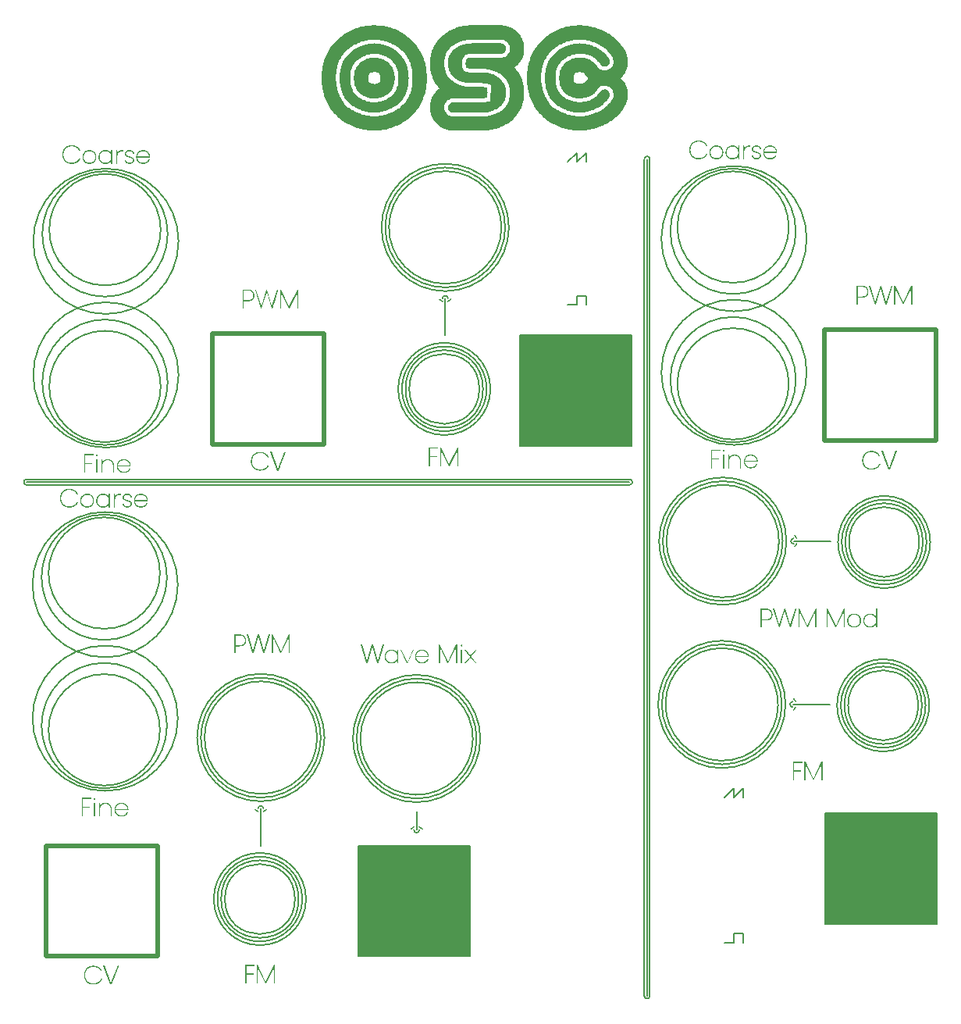
<source format=gbr>
%TF.GenerationSoftware,KiCad,Pcbnew,7.0.9*%
%TF.CreationDate,2024-05-31T23:55:29+01:00*%
%TF.ProjectId,VCOInterface,56434f49-6e74-4657-9266-6163652e6b69,rev?*%
%TF.SameCoordinates,Original*%
%TF.FileFunction,Soldermask,Top*%
%TF.FilePolarity,Negative*%
%FSLAX46Y46*%
G04 Gerber Fmt 4.6, Leading zero omitted, Abs format (unit mm)*
G04 Created by KiCad (PCBNEW 7.0.9) date 2024-05-31 23:55:29*
%MOMM*%
%LPD*%
G01*
G04 APERTURE LIST*
%ADD10C,0.200000*%
%ADD11C,0.500000*%
%ADD12C,0.300000*%
G04 APERTURE END LIST*
D10*
X119500000Y-130600000D02*
G75*
G03*
X120100000Y-130600000I300000J0D01*
G01*
X154200000Y-127100000D02*
X155200000Y-126100000D01*
X155200000Y-126100000D02*
X155200000Y-127100000D01*
X91964341Y-119758478D02*
G75*
G03*
X91964341Y-119758478I-6041523J0D01*
G01*
X127001190Y-82800000D02*
G75*
G03*
X127001190Y-82800000I-4201190J0D01*
G01*
X126300769Y-120700000D02*
G75*
G03*
X126300769Y-120700000I-6500769J0D01*
G01*
D11*
X79650000Y-132300000D02*
X91750000Y-132300000D01*
X91750000Y-144300000D01*
X79650000Y-144300000D01*
X79650000Y-132300000D01*
D10*
X107803998Y-138100000D02*
G75*
G03*
X107803998Y-138100000I-5003998J0D01*
G01*
X142900000Y-92600000D02*
X77500000Y-92600000D01*
X137200000Y-57200000D02*
X137200000Y-58200000D01*
X136200000Y-73700000D02*
X137200000Y-73700000D01*
X175403998Y-117100000D02*
G75*
G03*
X175403998Y-117100000I-5003998J0D01*
G01*
X127400000Y-82800000D02*
G75*
G03*
X127400000Y-82800000I-4600000J0D01*
G01*
X160923553Y-81800000D02*
G75*
G03*
X160923553Y-81800000I-6800735J0D01*
G01*
X153200000Y-142800000D02*
X154200000Y-142800000D01*
X96800001Y-120500000D02*
G75*
G03*
X96800028Y-120498334I6099999J-98000D01*
G01*
X137200000Y-58200000D02*
X138200000Y-57200000D01*
D11*
X97650000Y-76800000D02*
X109750000Y-76800000D01*
X109750000Y-88800000D01*
X97650000Y-88800000D01*
X97650000Y-76800000D01*
D10*
X102300001Y-128400000D02*
G75*
G03*
X102600000Y-128616227I299999J100000D01*
G01*
X138200000Y-72700000D02*
X138200000Y-73700000D01*
X145100000Y-148600000D02*
X145100000Y-57900000D01*
X144500000Y-57900000D02*
X144500000Y-148600000D01*
X160916226Y-116700000D02*
G75*
G03*
X160700000Y-116400002I-316226J0D01*
G01*
X93900000Y-104016956D02*
G75*
G03*
X93900000Y-104016956I-7877182J0D01*
G01*
X107001190Y-138100000D02*
G75*
G03*
X107001190Y-138100000I-4201190J0D01*
G01*
X92041523Y-82541522D02*
G75*
G03*
X92041523Y-82541522I-6041523J0D01*
G01*
X103200000Y-128616226D02*
G75*
G03*
X103499998Y-128400000I0J316226D01*
G01*
X174200000Y-117100000D02*
G75*
G03*
X174200000Y-117100000I-3800000J0D01*
G01*
X154200000Y-126100000D02*
X154200000Y-127100000D01*
X159400769Y-117000000D02*
G75*
G03*
X159400769Y-117000000I-6500769J0D01*
G01*
X92723553Y-103216956D02*
G75*
G03*
X92723553Y-103216956I-6800735J0D01*
G01*
X123200000Y-73000000D02*
G75*
G03*
X122600000Y-73000000I-300000J0D01*
G01*
X102900000Y-128300000D02*
X102900000Y-132300000D01*
X91964341Y-102758478D02*
G75*
G03*
X91964341Y-102758478I-6041523J0D01*
G01*
X109806606Y-120598000D02*
G75*
G03*
X109806606Y-120598000I-6906606J0D01*
G01*
X153200000Y-127100000D02*
X154200000Y-126100000D01*
X159804606Y-117000000D02*
G75*
G03*
X159804606Y-117000000I-6906606J0D01*
G01*
X154200000Y-141800000D02*
X155200000Y-141800000D01*
X129806606Y-65298000D02*
G75*
G03*
X129806606Y-65298000I-6906606J0D01*
G01*
X77500000Y-92900000D02*
X142900000Y-92900000D01*
X113500000Y-132300000D02*
X125600000Y-132300000D01*
X125600000Y-144300000D01*
X113500000Y-144300000D01*
X113500000Y-132300000D01*
G36*
X113500000Y-132300000D02*
G01*
X125600000Y-132300000D01*
X125600000Y-144300000D01*
X113500000Y-144300000D01*
X113500000Y-132300000D01*
G37*
X92800735Y-82083044D02*
G75*
G03*
X92800735Y-82083044I-6800735J0D01*
G01*
X93977182Y-81283044D02*
G75*
G03*
X93977182Y-81283044I-7877182J0D01*
G01*
X92800735Y-66000000D02*
G75*
G03*
X92800735Y-66000000I-6800735J0D01*
G01*
X131000000Y-77000000D02*
X143100000Y-77000000D01*
X143100000Y-89000000D01*
X131000000Y-89000000D01*
X131000000Y-77000000D01*
G36*
X131000000Y-77000000D02*
G01*
X143100000Y-77000000D01*
X143100000Y-89000000D01*
X131000000Y-89000000D01*
X131000000Y-77000000D01*
G37*
X120399999Y-130500000D02*
G75*
G03*
X120100000Y-130283773I-299999J-100000D01*
G01*
X144500000Y-148600000D02*
G75*
G03*
X145100000Y-148600000I300000J0D01*
G01*
X127803998Y-82800000D02*
G75*
G03*
X127803998Y-82800000I-5003998J0D01*
G01*
X122300001Y-73100000D02*
G75*
G03*
X122600000Y-73316227I299999J100000D01*
G01*
X155200000Y-141800000D02*
X155200000Y-142800000D01*
X160600000Y-116700000D02*
G75*
G03*
X160600000Y-117300000I0J-300000D01*
G01*
X175503998Y-99400000D02*
G75*
G03*
X175503998Y-99400000I-5003998J0D01*
G01*
X129400769Y-65300000D02*
G75*
G03*
X129400769Y-65300000I-6500769J0D01*
G01*
X160600000Y-117000000D02*
X164600000Y-117000000D01*
X160164341Y-65258478D02*
G75*
G03*
X160164341Y-65258478I-6041523J0D01*
G01*
X92041523Y-65541522D02*
G75*
G03*
X92041523Y-65541522I-6041523J0D01*
G01*
X77500000Y-93200000D02*
X142900000Y-93200000D01*
X137200000Y-73700000D02*
X137200000Y-72700000D01*
X116800001Y-65200000D02*
G75*
G03*
X116800028Y-65198334I6099999J-98000D01*
G01*
X160700000Y-117599999D02*
G75*
G03*
X160916227Y-117300000I-100000J299999D01*
G01*
X138200000Y-57200000D02*
X138200000Y-58200000D01*
X109400769Y-120600000D02*
G75*
G03*
X109400769Y-120600000I-6500769J0D01*
G01*
X160800000Y-99899999D02*
G75*
G03*
X161016227Y-99600000I-100000J299999D01*
G01*
X145100000Y-57900000D02*
G75*
G03*
X144500000Y-57900000I-300000J0D01*
G01*
X160700000Y-99300000D02*
X164700000Y-99300000D01*
X160164341Y-82258478D02*
G75*
G03*
X160164341Y-82258478I-6041523J0D01*
G01*
X113700001Y-120600000D02*
G75*
G03*
X113700028Y-120598334I6099999J-98000D01*
G01*
X175100000Y-99400000D02*
G75*
G03*
X175100000Y-99400000I-4600000J0D01*
G01*
X122900000Y-73000000D02*
X122900000Y-77000000D01*
X137200000Y-72700000D02*
X138200000Y-72700000D01*
X162100000Y-81000000D02*
G75*
G03*
X162100000Y-81000000I-7877182J0D01*
G01*
X144800000Y-57900000D02*
X144800000Y-148600000D01*
X174701190Y-99400000D02*
G75*
G03*
X174701190Y-99400000I-4201190J0D01*
G01*
X142900000Y-93200000D02*
G75*
G03*
X142900000Y-92600000I0J300000D01*
G01*
X175000000Y-117100000D02*
G75*
G03*
X175000000Y-117100000I-4600000J0D01*
G01*
X126706606Y-120698000D02*
G75*
G03*
X126706606Y-120698000I-6906606J0D01*
G01*
X93977182Y-66800000D02*
G75*
G03*
X93977182Y-66800000I-7877182J0D01*
G01*
X77500000Y-92600000D02*
G75*
G03*
X77500000Y-93200000I0J-300000D01*
G01*
X159904606Y-99300000D02*
G75*
G03*
X159904606Y-99300000I-6906606J0D01*
G01*
X93900000Y-118500000D02*
G75*
G03*
X93900000Y-118500000I-7877182J0D01*
G01*
X160923553Y-65716956D02*
G75*
G03*
X160923553Y-65716956I-6800735J0D01*
G01*
X119800000Y-130600000D02*
X119800000Y-128600000D01*
X154200000Y-142800000D02*
X154200000Y-141800000D01*
X152900000Y-105399999D02*
G75*
G03*
X152898334Y-105399972I98000J6099999D01*
G01*
X164100000Y-128800000D02*
X176200000Y-128800000D01*
X176200000Y-140800000D01*
X164100000Y-140800000D01*
X164100000Y-128800000D01*
G36*
X164100000Y-128800000D02*
G01*
X176200000Y-128800000D01*
X176200000Y-140800000D01*
X164100000Y-140800000D01*
X164100000Y-128800000D01*
G37*
X159500769Y-99300000D02*
G75*
G03*
X159500769Y-99300000I-6500769J0D01*
G01*
X161016226Y-99000000D02*
G75*
G03*
X160800000Y-98700002I-316226J0D01*
G01*
X174300000Y-99400000D02*
G75*
G03*
X174300000Y-99400000I-3800000J0D01*
G01*
X107400000Y-138100000D02*
G75*
G03*
X107400000Y-138100000I-4600000J0D01*
G01*
X123200000Y-73316226D02*
G75*
G03*
X123499998Y-73100000I0J316226D01*
G01*
X106600000Y-138100000D02*
G75*
G03*
X106600000Y-138100000I-3800000J0D01*
G01*
X136200000Y-58200000D02*
X137200000Y-57200000D01*
X103200000Y-128300000D02*
G75*
G03*
X102600000Y-128300000I-300000J0D01*
G01*
X174601190Y-117100000D02*
G75*
G03*
X174601190Y-117100000I-4201190J0D01*
G01*
X152800000Y-123099999D02*
G75*
G03*
X152798334Y-123099972I98000J6099999D01*
G01*
X162100000Y-66516956D02*
G75*
G03*
X162100000Y-66516956I-7877182J0D01*
G01*
X126600000Y-82800000D02*
G75*
G03*
X126600000Y-82800000I-3800000J0D01*
G01*
X119500000Y-130283774D02*
G75*
G03*
X119200002Y-130500000I0J-316226D01*
G01*
X92723553Y-119300000D02*
G75*
G03*
X92723553Y-119300000I-6800735J0D01*
G01*
D11*
X164050000Y-76400000D02*
X176150000Y-76400000D01*
X176150000Y-88400000D01*
X164050000Y-88400000D01*
X164050000Y-76400000D01*
D10*
X160700000Y-99000000D02*
G75*
G03*
X160700000Y-99600000I0J-300000D01*
G01*
D12*
G36*
X84484891Y-127127899D02*
G01*
X84484891Y-127254417D01*
X83594382Y-127254417D01*
X83594382Y-128065792D01*
X84375471Y-128065792D01*
X84375471Y-128192309D01*
X83594382Y-128192309D01*
X83594382Y-129160000D01*
X83468841Y-129160000D01*
X83468841Y-127127899D01*
X84484891Y-127127899D01*
G37*
G36*
X84799476Y-127659371D02*
G01*
X84925017Y-127659371D01*
X84925017Y-129160000D01*
X84799476Y-129160000D01*
X84799476Y-127659371D01*
G37*
G36*
X84862491Y-127127899D02*
G01*
X84883073Y-127130063D01*
X84901955Y-127136554D01*
X84919137Y-127147374D01*
X84927948Y-127155254D01*
X84941407Y-127171569D01*
X84950462Y-127189738D01*
X84955112Y-127209762D01*
X84955792Y-127221688D01*
X84953589Y-127242743D01*
X84946982Y-127261943D01*
X84935969Y-127279288D01*
X84927948Y-127288122D01*
X84911710Y-127301346D01*
X84893773Y-127310242D01*
X84874135Y-127314810D01*
X84862491Y-127315478D01*
X84841398Y-127313314D01*
X84822082Y-127306822D01*
X84804544Y-127296003D01*
X84795568Y-127288122D01*
X84782345Y-127271808D01*
X84773449Y-127253638D01*
X84768881Y-127233614D01*
X84768213Y-127221688D01*
X84770377Y-127200634D01*
X84776868Y-127181434D01*
X84787688Y-127164089D01*
X84795568Y-127155254D01*
X84812119Y-127142031D01*
X84830447Y-127133135D01*
X84850553Y-127128567D01*
X84862491Y-127127899D01*
G37*
G36*
X85338764Y-127659371D02*
G01*
X85464305Y-127659371D01*
X85464305Y-127951974D01*
X85476489Y-127934210D01*
X85490069Y-127917346D01*
X85505022Y-127899990D01*
X85519817Y-127883480D01*
X85533182Y-127868932D01*
X85558295Y-127843555D01*
X85584297Y-127819816D01*
X85611189Y-127797714D01*
X85638969Y-127777249D01*
X85667639Y-127758421D01*
X85697198Y-127741231D01*
X85727647Y-127725678D01*
X85758984Y-127711762D01*
X85791211Y-127699483D01*
X85824327Y-127688841D01*
X85858332Y-127679836D01*
X85893226Y-127672469D01*
X85929010Y-127666739D01*
X85965682Y-127662646D01*
X86003244Y-127660190D01*
X86041695Y-127659371D01*
X86080259Y-127660190D01*
X86117914Y-127662646D01*
X86154661Y-127666739D01*
X86190500Y-127672469D01*
X86225431Y-127679836D01*
X86259453Y-127688841D01*
X86292567Y-127699483D01*
X86324773Y-127711762D01*
X86356070Y-127725678D01*
X86386459Y-127741231D01*
X86415940Y-127758421D01*
X86444513Y-127777249D01*
X86472177Y-127797714D01*
X86498933Y-127819816D01*
X86524781Y-127843555D01*
X86549720Y-127868932D01*
X86573441Y-127895474D01*
X86595630Y-127922955D01*
X86616290Y-127951375D01*
X86635419Y-127980734D01*
X86653018Y-128011032D01*
X86669086Y-128042268D01*
X86683625Y-128074443D01*
X86696632Y-128107557D01*
X86708110Y-128141610D01*
X86718057Y-128176601D01*
X86726474Y-128212532D01*
X86733360Y-128249401D01*
X86738717Y-128287209D01*
X86742542Y-128325956D01*
X86743882Y-128345681D01*
X86744838Y-128365642D01*
X86745412Y-128385836D01*
X86745603Y-128406266D01*
X86745603Y-129160000D01*
X86620062Y-129160000D01*
X86620062Y-128406266D01*
X86619435Y-128371879D01*
X86617551Y-128338328D01*
X86614412Y-128305613D01*
X86610018Y-128273734D01*
X86604368Y-128242690D01*
X86597462Y-128212482D01*
X86589301Y-128183110D01*
X86579884Y-128154574D01*
X86569212Y-128126873D01*
X86557284Y-128100008D01*
X86544101Y-128073979D01*
X86529662Y-128048786D01*
X86513967Y-128024429D01*
X86497017Y-128000907D01*
X86478812Y-127978221D01*
X86459351Y-127956371D01*
X86438939Y-127935727D01*
X86417761Y-127916414D01*
X86395815Y-127898434D01*
X86373102Y-127881785D01*
X86349623Y-127866468D01*
X86325376Y-127852484D01*
X86300362Y-127839831D01*
X86274581Y-127828510D01*
X86248033Y-127818520D01*
X86220718Y-127809863D01*
X86192635Y-127802538D01*
X86163786Y-127796544D01*
X86134170Y-127791883D01*
X86103786Y-127788553D01*
X86072636Y-127786555D01*
X86040718Y-127785889D01*
X86008803Y-127786555D01*
X85977658Y-127788553D01*
X85947284Y-127791883D01*
X85917681Y-127796544D01*
X85888849Y-127802538D01*
X85860788Y-127809863D01*
X85833497Y-127818520D01*
X85806978Y-127828510D01*
X85781229Y-127839831D01*
X85756252Y-127852484D01*
X85732045Y-127866468D01*
X85708609Y-127881785D01*
X85685944Y-127898434D01*
X85664050Y-127916414D01*
X85642927Y-127935727D01*
X85622575Y-127956371D01*
X85603409Y-127977851D01*
X85585480Y-128000159D01*
X85568788Y-128023295D01*
X85553332Y-128047260D01*
X85539112Y-128072052D01*
X85526129Y-128097673D01*
X85514383Y-128124122D01*
X85503872Y-128151399D01*
X85494599Y-128179504D01*
X85486562Y-128208437D01*
X85479761Y-128238198D01*
X85474197Y-128268788D01*
X85469869Y-128300206D01*
X85466778Y-128332451D01*
X85464923Y-128365525D01*
X85464305Y-128399427D01*
X85464305Y-129160000D01*
X85338764Y-129160000D01*
X85338764Y-127659371D01*
G37*
G36*
X87817405Y-127659576D02*
G01*
X87837748Y-127660188D01*
X87857854Y-127661209D01*
X87877722Y-127662638D01*
X87897353Y-127664476D01*
X87935901Y-127669376D01*
X87973499Y-127675909D01*
X88010147Y-127684076D01*
X88045845Y-127693876D01*
X88080592Y-127705310D01*
X88114389Y-127718377D01*
X88147236Y-127733077D01*
X88179133Y-127749411D01*
X88210079Y-127767378D01*
X88240075Y-127786979D01*
X88269121Y-127808213D01*
X88297216Y-127831080D01*
X88324362Y-127855581D01*
X88337578Y-127868443D01*
X88362954Y-127895001D01*
X88386694Y-127922528D01*
X88408796Y-127951024D01*
X88429261Y-127980490D01*
X88448088Y-128010925D01*
X88465279Y-128042329D01*
X88480832Y-128074703D01*
X88494748Y-128108046D01*
X88507027Y-128142358D01*
X88517669Y-128177640D01*
X88526673Y-128213890D01*
X88534041Y-128251111D01*
X88539771Y-128289300D01*
X88542022Y-128308759D01*
X88543864Y-128328459D01*
X88545297Y-128348402D01*
X88546320Y-128368588D01*
X88546934Y-128389015D01*
X88547138Y-128409685D01*
X88547138Y-128429469D01*
X88547138Y-128449314D01*
X88547138Y-128469784D01*
X88547138Y-128472212D01*
X87172051Y-128472212D01*
X87172671Y-128501032D01*
X87174532Y-128529242D01*
X87177632Y-128556842D01*
X87181974Y-128583831D01*
X87187555Y-128610209D01*
X87194376Y-128635976D01*
X87202438Y-128661133D01*
X87211741Y-128685680D01*
X87222283Y-128709616D01*
X87234066Y-128732941D01*
X87247089Y-128755655D01*
X87261352Y-128777759D01*
X87276856Y-128799253D01*
X87293600Y-128820136D01*
X87311584Y-128840408D01*
X87330809Y-128860069D01*
X87353396Y-128881068D01*
X87376826Y-128900713D01*
X87401099Y-128919002D01*
X87426216Y-128935937D01*
X87452177Y-128951517D01*
X87478980Y-128965742D01*
X87506628Y-128978613D01*
X87535118Y-128990129D01*
X87564452Y-129000289D01*
X87594629Y-129009096D01*
X87625650Y-129016547D01*
X87657514Y-129022643D01*
X87690222Y-129027385D01*
X87723773Y-129030772D01*
X87758167Y-129032804D01*
X87793405Y-129033482D01*
X87828702Y-129032804D01*
X87863152Y-129030772D01*
X87896754Y-129027385D01*
X87929509Y-129022643D01*
X87961417Y-129016547D01*
X87992478Y-129009096D01*
X88022692Y-129000289D01*
X88052058Y-128990129D01*
X88080577Y-128978613D01*
X88108249Y-128965742D01*
X88135074Y-128951517D01*
X88161051Y-128935937D01*
X88186182Y-128919002D01*
X88210465Y-128900713D01*
X88233901Y-128881068D01*
X88256489Y-128860069D01*
X88272541Y-128843873D01*
X88287966Y-128826791D01*
X88302766Y-128808824D01*
X88316939Y-128789972D01*
X88330487Y-128770234D01*
X88343409Y-128749610D01*
X88355705Y-128728102D01*
X88367376Y-128705708D01*
X88502686Y-128705708D01*
X88494681Y-128724181D01*
X88486421Y-128742230D01*
X88477905Y-128759855D01*
X88464652Y-128785499D01*
X88450823Y-128810190D01*
X88436419Y-128833928D01*
X88421439Y-128856713D01*
X88405884Y-128878544D01*
X88389754Y-128899423D01*
X88373049Y-128919348D01*
X88355768Y-128938320D01*
X88343928Y-128950439D01*
X88317075Y-128975816D01*
X88289271Y-128999555D01*
X88260517Y-129021657D01*
X88230813Y-129042122D01*
X88200159Y-129060949D01*
X88168554Y-129078140D01*
X88135999Y-129093693D01*
X88102494Y-129107609D01*
X88068039Y-129119888D01*
X88032633Y-129130530D01*
X87996277Y-129139535D01*
X87958971Y-129146902D01*
X87920715Y-129152632D01*
X87901230Y-129154883D01*
X87881508Y-129156725D01*
X87861548Y-129158158D01*
X87841351Y-129159181D01*
X87820916Y-129159795D01*
X87800244Y-129160000D01*
X87779572Y-129159795D01*
X87759138Y-129159181D01*
X87738944Y-129158158D01*
X87718987Y-129156725D01*
X87699269Y-129154883D01*
X87679790Y-129152632D01*
X87641547Y-129146902D01*
X87604258Y-129139535D01*
X87567923Y-129130530D01*
X87532542Y-129119888D01*
X87498115Y-129107609D01*
X87464643Y-129093693D01*
X87432124Y-129078140D01*
X87400559Y-129060949D01*
X87369949Y-129042122D01*
X87340292Y-129021657D01*
X87311590Y-128999555D01*
X87283842Y-128975816D01*
X87257048Y-128950439D01*
X87231553Y-128923769D01*
X87207703Y-128896149D01*
X87185498Y-128867578D01*
X87164938Y-128838057D01*
X87146022Y-128807586D01*
X87128751Y-128776164D01*
X87113126Y-128743793D01*
X87099145Y-128710471D01*
X87086808Y-128676198D01*
X87076117Y-128640976D01*
X87067071Y-128604803D01*
X87059669Y-128567680D01*
X87053912Y-128529607D01*
X87049800Y-128490583D01*
X87048361Y-128470715D01*
X87047333Y-128450610D01*
X87046716Y-128430266D01*
X87046510Y-128409685D01*
X87046715Y-128389015D01*
X87047329Y-128368588D01*
X87048352Y-128348402D01*
X87048547Y-128345694D01*
X87172051Y-128345694D01*
X88421598Y-128345694D01*
X88420974Y-128316991D01*
X88419102Y-128288892D01*
X88415982Y-128261396D01*
X88411614Y-128234502D01*
X88405998Y-128208212D01*
X88399135Y-128182524D01*
X88391023Y-128157440D01*
X88381664Y-128132958D01*
X88371056Y-128109080D01*
X88359201Y-128085804D01*
X88346098Y-128063132D01*
X88331747Y-128041062D01*
X88316148Y-128019595D01*
X88299301Y-127998732D01*
X88281206Y-127978471D01*
X88261863Y-127958813D01*
X88239150Y-127937873D01*
X88215586Y-127918284D01*
X88191172Y-127900046D01*
X88165906Y-127883159D01*
X88139789Y-127867623D01*
X88112821Y-127853438D01*
X88085002Y-127840603D01*
X88056332Y-127829120D01*
X88026811Y-127818988D01*
X87996439Y-127810207D01*
X87965216Y-127802776D01*
X87933142Y-127796697D01*
X87900217Y-127791969D01*
X87866441Y-127788591D01*
X87831814Y-127786565D01*
X87796336Y-127785889D01*
X87760976Y-127786565D01*
X87726460Y-127788591D01*
X87692786Y-127791969D01*
X87659957Y-127796697D01*
X87627970Y-127802776D01*
X87596828Y-127810207D01*
X87566528Y-127818988D01*
X87537072Y-127829120D01*
X87508459Y-127840603D01*
X87480690Y-127853438D01*
X87453764Y-127867623D01*
X87427682Y-127883159D01*
X87402443Y-127900046D01*
X87378047Y-127918284D01*
X87354495Y-127937873D01*
X87331786Y-127958813D01*
X87312443Y-127978471D01*
X87294348Y-127998732D01*
X87277501Y-128019595D01*
X87261902Y-128041062D01*
X87247551Y-128063132D01*
X87234448Y-128085804D01*
X87222592Y-128109080D01*
X87211985Y-128132958D01*
X87202625Y-128157440D01*
X87194514Y-128182524D01*
X87187650Y-128208212D01*
X87182035Y-128234502D01*
X87177667Y-128261396D01*
X87174547Y-128288892D01*
X87172675Y-128316991D01*
X87172051Y-128345694D01*
X87048547Y-128345694D01*
X87049785Y-128328459D01*
X87051627Y-128308759D01*
X87053878Y-128289300D01*
X87059608Y-128251111D01*
X87066975Y-128213890D01*
X87075980Y-128177640D01*
X87086621Y-128142358D01*
X87098900Y-128108046D01*
X87112817Y-128074703D01*
X87128370Y-128042329D01*
X87145560Y-128010925D01*
X87164388Y-127980490D01*
X87184853Y-127951024D01*
X87206955Y-127922528D01*
X87230694Y-127895001D01*
X87256071Y-127868443D01*
X87282741Y-127843126D01*
X87310361Y-127819442D01*
X87338932Y-127797392D01*
X87368453Y-127776974D01*
X87398924Y-127758191D01*
X87430346Y-127741040D01*
X87462717Y-127725523D01*
X87496039Y-127711639D01*
X87530312Y-127699389D01*
X87565534Y-127688772D01*
X87601707Y-127679789D01*
X87638830Y-127672438D01*
X87676903Y-127666722D01*
X87715927Y-127662638D01*
X87735795Y-127661209D01*
X87755900Y-127660188D01*
X87776244Y-127659576D01*
X87796824Y-127659371D01*
X87817405Y-127659576D01*
G37*
G36*
X84734891Y-89877899D02*
G01*
X84734891Y-90004417D01*
X83844382Y-90004417D01*
X83844382Y-90815792D01*
X84625471Y-90815792D01*
X84625471Y-90942309D01*
X83844382Y-90942309D01*
X83844382Y-91910000D01*
X83718841Y-91910000D01*
X83718841Y-89877899D01*
X84734891Y-89877899D01*
G37*
G36*
X85049476Y-90409371D02*
G01*
X85175017Y-90409371D01*
X85175017Y-91910000D01*
X85049476Y-91910000D01*
X85049476Y-90409371D01*
G37*
G36*
X85112491Y-89877899D02*
G01*
X85133073Y-89880063D01*
X85151955Y-89886554D01*
X85169137Y-89897374D01*
X85177948Y-89905254D01*
X85191407Y-89921569D01*
X85200462Y-89939738D01*
X85205112Y-89959762D01*
X85205792Y-89971688D01*
X85203589Y-89992743D01*
X85196982Y-90011943D01*
X85185969Y-90029288D01*
X85177948Y-90038122D01*
X85161710Y-90051346D01*
X85143773Y-90060242D01*
X85124135Y-90064810D01*
X85112491Y-90065478D01*
X85091398Y-90063314D01*
X85072082Y-90056822D01*
X85054544Y-90046003D01*
X85045568Y-90038122D01*
X85032345Y-90021808D01*
X85023449Y-90003638D01*
X85018881Y-89983614D01*
X85018213Y-89971688D01*
X85020377Y-89950634D01*
X85026868Y-89931434D01*
X85037688Y-89914089D01*
X85045568Y-89905254D01*
X85062119Y-89892031D01*
X85080447Y-89883135D01*
X85100553Y-89878567D01*
X85112491Y-89877899D01*
G37*
G36*
X85588764Y-90409371D02*
G01*
X85714305Y-90409371D01*
X85714305Y-90701974D01*
X85726489Y-90684210D01*
X85740069Y-90667346D01*
X85755022Y-90649990D01*
X85769817Y-90633480D01*
X85783182Y-90618932D01*
X85808295Y-90593555D01*
X85834297Y-90569816D01*
X85861189Y-90547714D01*
X85888969Y-90527249D01*
X85917639Y-90508421D01*
X85947198Y-90491231D01*
X85977647Y-90475678D01*
X86008984Y-90461762D01*
X86041211Y-90449483D01*
X86074327Y-90438841D01*
X86108332Y-90429836D01*
X86143226Y-90422469D01*
X86179010Y-90416739D01*
X86215682Y-90412646D01*
X86253244Y-90410190D01*
X86291695Y-90409371D01*
X86330259Y-90410190D01*
X86367914Y-90412646D01*
X86404661Y-90416739D01*
X86440500Y-90422469D01*
X86475431Y-90429836D01*
X86509453Y-90438841D01*
X86542567Y-90449483D01*
X86574773Y-90461762D01*
X86606070Y-90475678D01*
X86636459Y-90491231D01*
X86665940Y-90508421D01*
X86694513Y-90527249D01*
X86722177Y-90547714D01*
X86748933Y-90569816D01*
X86774781Y-90593555D01*
X86799720Y-90618932D01*
X86823441Y-90645474D01*
X86845630Y-90672955D01*
X86866290Y-90701375D01*
X86885419Y-90730734D01*
X86903018Y-90761032D01*
X86919086Y-90792268D01*
X86933625Y-90824443D01*
X86946632Y-90857557D01*
X86958110Y-90891610D01*
X86968057Y-90926601D01*
X86976474Y-90962532D01*
X86983360Y-90999401D01*
X86988717Y-91037209D01*
X86992542Y-91075956D01*
X86993882Y-91095681D01*
X86994838Y-91115642D01*
X86995412Y-91135836D01*
X86995603Y-91156266D01*
X86995603Y-91910000D01*
X86870062Y-91910000D01*
X86870062Y-91156266D01*
X86869435Y-91121879D01*
X86867551Y-91088328D01*
X86864412Y-91055613D01*
X86860018Y-91023734D01*
X86854368Y-90992690D01*
X86847462Y-90962482D01*
X86839301Y-90933110D01*
X86829884Y-90904574D01*
X86819212Y-90876873D01*
X86807284Y-90850008D01*
X86794101Y-90823979D01*
X86779662Y-90798786D01*
X86763967Y-90774429D01*
X86747017Y-90750907D01*
X86728812Y-90728221D01*
X86709351Y-90706371D01*
X86688939Y-90685727D01*
X86667761Y-90666414D01*
X86645815Y-90648434D01*
X86623102Y-90631785D01*
X86599623Y-90616468D01*
X86575376Y-90602484D01*
X86550362Y-90589831D01*
X86524581Y-90578510D01*
X86498033Y-90568520D01*
X86470718Y-90559863D01*
X86442635Y-90552538D01*
X86413786Y-90546544D01*
X86384170Y-90541883D01*
X86353786Y-90538553D01*
X86322636Y-90536555D01*
X86290718Y-90535889D01*
X86258803Y-90536555D01*
X86227658Y-90538553D01*
X86197284Y-90541883D01*
X86167681Y-90546544D01*
X86138849Y-90552538D01*
X86110788Y-90559863D01*
X86083497Y-90568520D01*
X86056978Y-90578510D01*
X86031229Y-90589831D01*
X86006252Y-90602484D01*
X85982045Y-90616468D01*
X85958609Y-90631785D01*
X85935944Y-90648434D01*
X85914050Y-90666414D01*
X85892927Y-90685727D01*
X85872575Y-90706371D01*
X85853409Y-90727851D01*
X85835480Y-90750159D01*
X85818788Y-90773295D01*
X85803332Y-90797260D01*
X85789112Y-90822052D01*
X85776129Y-90847673D01*
X85764383Y-90874122D01*
X85753872Y-90901399D01*
X85744599Y-90929504D01*
X85736562Y-90958437D01*
X85729761Y-90988198D01*
X85724197Y-91018788D01*
X85719869Y-91050206D01*
X85716778Y-91082451D01*
X85714923Y-91115525D01*
X85714305Y-91149427D01*
X85714305Y-91910000D01*
X85588764Y-91910000D01*
X85588764Y-90409371D01*
G37*
G36*
X88067405Y-90409576D02*
G01*
X88087748Y-90410188D01*
X88107854Y-90411209D01*
X88127722Y-90412638D01*
X88147353Y-90414476D01*
X88185901Y-90419376D01*
X88223499Y-90425909D01*
X88260147Y-90434076D01*
X88295845Y-90443876D01*
X88330592Y-90455310D01*
X88364389Y-90468377D01*
X88397236Y-90483077D01*
X88429133Y-90499411D01*
X88460079Y-90517378D01*
X88490075Y-90536979D01*
X88519121Y-90558213D01*
X88547216Y-90581080D01*
X88574362Y-90605581D01*
X88587578Y-90618443D01*
X88612954Y-90645001D01*
X88636694Y-90672528D01*
X88658796Y-90701024D01*
X88679261Y-90730490D01*
X88698088Y-90760925D01*
X88715279Y-90792329D01*
X88730832Y-90824703D01*
X88744748Y-90858046D01*
X88757027Y-90892358D01*
X88767669Y-90927640D01*
X88776673Y-90963890D01*
X88784041Y-91001111D01*
X88789771Y-91039300D01*
X88792022Y-91058759D01*
X88793864Y-91078459D01*
X88795297Y-91098402D01*
X88796320Y-91118588D01*
X88796934Y-91139015D01*
X88797138Y-91159685D01*
X88797138Y-91179469D01*
X88797138Y-91199314D01*
X88797138Y-91219784D01*
X88797138Y-91222212D01*
X87422051Y-91222212D01*
X87422671Y-91251032D01*
X87424532Y-91279242D01*
X87427632Y-91306842D01*
X87431974Y-91333831D01*
X87437555Y-91360209D01*
X87444376Y-91385976D01*
X87452438Y-91411133D01*
X87461741Y-91435680D01*
X87472283Y-91459616D01*
X87484066Y-91482941D01*
X87497089Y-91505655D01*
X87511352Y-91527759D01*
X87526856Y-91549253D01*
X87543600Y-91570136D01*
X87561584Y-91590408D01*
X87580809Y-91610069D01*
X87603396Y-91631068D01*
X87626826Y-91650713D01*
X87651099Y-91669002D01*
X87676216Y-91685937D01*
X87702177Y-91701517D01*
X87728980Y-91715742D01*
X87756628Y-91728613D01*
X87785118Y-91740129D01*
X87814452Y-91750289D01*
X87844629Y-91759096D01*
X87875650Y-91766547D01*
X87907514Y-91772643D01*
X87940222Y-91777385D01*
X87973773Y-91780772D01*
X88008167Y-91782804D01*
X88043405Y-91783482D01*
X88078702Y-91782804D01*
X88113152Y-91780772D01*
X88146754Y-91777385D01*
X88179509Y-91772643D01*
X88211417Y-91766547D01*
X88242478Y-91759096D01*
X88272692Y-91750289D01*
X88302058Y-91740129D01*
X88330577Y-91728613D01*
X88358249Y-91715742D01*
X88385074Y-91701517D01*
X88411051Y-91685937D01*
X88436182Y-91669002D01*
X88460465Y-91650713D01*
X88483901Y-91631068D01*
X88506489Y-91610069D01*
X88522541Y-91593873D01*
X88537966Y-91576791D01*
X88552766Y-91558824D01*
X88566939Y-91539972D01*
X88580487Y-91520234D01*
X88593409Y-91499610D01*
X88605705Y-91478102D01*
X88617376Y-91455708D01*
X88752686Y-91455708D01*
X88744681Y-91474181D01*
X88736421Y-91492230D01*
X88727905Y-91509855D01*
X88714652Y-91535499D01*
X88700823Y-91560190D01*
X88686419Y-91583928D01*
X88671439Y-91606713D01*
X88655884Y-91628544D01*
X88639754Y-91649423D01*
X88623049Y-91669348D01*
X88605768Y-91688320D01*
X88593928Y-91700439D01*
X88567075Y-91725816D01*
X88539271Y-91749555D01*
X88510517Y-91771657D01*
X88480813Y-91792122D01*
X88450159Y-91810949D01*
X88418554Y-91828140D01*
X88385999Y-91843693D01*
X88352494Y-91857609D01*
X88318039Y-91869888D01*
X88282633Y-91880530D01*
X88246277Y-91889535D01*
X88208971Y-91896902D01*
X88170715Y-91902632D01*
X88151230Y-91904883D01*
X88131508Y-91906725D01*
X88111548Y-91908158D01*
X88091351Y-91909181D01*
X88070916Y-91909795D01*
X88050244Y-91910000D01*
X88029572Y-91909795D01*
X88009138Y-91909181D01*
X87988944Y-91908158D01*
X87968987Y-91906725D01*
X87949269Y-91904883D01*
X87929790Y-91902632D01*
X87891547Y-91896902D01*
X87854258Y-91889535D01*
X87817923Y-91880530D01*
X87782542Y-91869888D01*
X87748115Y-91857609D01*
X87714643Y-91843693D01*
X87682124Y-91828140D01*
X87650559Y-91810949D01*
X87619949Y-91792122D01*
X87590292Y-91771657D01*
X87561590Y-91749555D01*
X87533842Y-91725816D01*
X87507048Y-91700439D01*
X87481553Y-91673769D01*
X87457703Y-91646149D01*
X87435498Y-91617578D01*
X87414938Y-91588057D01*
X87396022Y-91557586D01*
X87378751Y-91526164D01*
X87363126Y-91493793D01*
X87349145Y-91460471D01*
X87336808Y-91426198D01*
X87326117Y-91390976D01*
X87317071Y-91354803D01*
X87309669Y-91317680D01*
X87303912Y-91279607D01*
X87299800Y-91240583D01*
X87298361Y-91220715D01*
X87297333Y-91200610D01*
X87296716Y-91180266D01*
X87296510Y-91159685D01*
X87296715Y-91139015D01*
X87297329Y-91118588D01*
X87298352Y-91098402D01*
X87298547Y-91095694D01*
X87422051Y-91095694D01*
X88671598Y-91095694D01*
X88670974Y-91066991D01*
X88669102Y-91038892D01*
X88665982Y-91011396D01*
X88661614Y-90984502D01*
X88655998Y-90958212D01*
X88649135Y-90932524D01*
X88641023Y-90907440D01*
X88631664Y-90882958D01*
X88621056Y-90859080D01*
X88609201Y-90835804D01*
X88596098Y-90813132D01*
X88581747Y-90791062D01*
X88566148Y-90769595D01*
X88549301Y-90748732D01*
X88531206Y-90728471D01*
X88511863Y-90708813D01*
X88489150Y-90687873D01*
X88465586Y-90668284D01*
X88441172Y-90650046D01*
X88415906Y-90633159D01*
X88389789Y-90617623D01*
X88362821Y-90603438D01*
X88335002Y-90590603D01*
X88306332Y-90579120D01*
X88276811Y-90568988D01*
X88246439Y-90560207D01*
X88215216Y-90552776D01*
X88183142Y-90546697D01*
X88150217Y-90541969D01*
X88116441Y-90538591D01*
X88081814Y-90536565D01*
X88046336Y-90535889D01*
X88010976Y-90536565D01*
X87976460Y-90538591D01*
X87942786Y-90541969D01*
X87909957Y-90546697D01*
X87877970Y-90552776D01*
X87846828Y-90560207D01*
X87816528Y-90568988D01*
X87787072Y-90579120D01*
X87758459Y-90590603D01*
X87730690Y-90603438D01*
X87703764Y-90617623D01*
X87677682Y-90633159D01*
X87652443Y-90650046D01*
X87628047Y-90668284D01*
X87604495Y-90687873D01*
X87581786Y-90708813D01*
X87562443Y-90728471D01*
X87544348Y-90748732D01*
X87527501Y-90769595D01*
X87511902Y-90791062D01*
X87497551Y-90813132D01*
X87484448Y-90835804D01*
X87472592Y-90859080D01*
X87461985Y-90882958D01*
X87452625Y-90907440D01*
X87444514Y-90932524D01*
X87437650Y-90958212D01*
X87432035Y-90984502D01*
X87427667Y-91011396D01*
X87424547Y-91038892D01*
X87422675Y-91066991D01*
X87422051Y-91095694D01*
X87298547Y-91095694D01*
X87299785Y-91078459D01*
X87301627Y-91058759D01*
X87303878Y-91039300D01*
X87309608Y-91001111D01*
X87316975Y-90963890D01*
X87325980Y-90927640D01*
X87336621Y-90892358D01*
X87348900Y-90858046D01*
X87362817Y-90824703D01*
X87378370Y-90792329D01*
X87395560Y-90760925D01*
X87414388Y-90730490D01*
X87434853Y-90701024D01*
X87456955Y-90672528D01*
X87480694Y-90645001D01*
X87506071Y-90618443D01*
X87532741Y-90593126D01*
X87560361Y-90569442D01*
X87588932Y-90547392D01*
X87618453Y-90526974D01*
X87648924Y-90508191D01*
X87680346Y-90491040D01*
X87712717Y-90475523D01*
X87746039Y-90461639D01*
X87780312Y-90449389D01*
X87815534Y-90438772D01*
X87851707Y-90429789D01*
X87888830Y-90422438D01*
X87926903Y-90416722D01*
X87965927Y-90412638D01*
X87985795Y-90411209D01*
X88005900Y-90410188D01*
X88026244Y-90409576D01*
X88046824Y-90409371D01*
X88067405Y-90409576D01*
G37*
G36*
X157825044Y-106628691D02*
G01*
X157859653Y-106631067D01*
X157893356Y-106635026D01*
X157926155Y-106640569D01*
X157958050Y-106647696D01*
X157989040Y-106656407D01*
X158019126Y-106666701D01*
X158048307Y-106678579D01*
X158076584Y-106692041D01*
X158103956Y-106707087D01*
X158130424Y-106723717D01*
X158155988Y-106741930D01*
X158180647Y-106761727D01*
X158204401Y-106783108D01*
X158227251Y-106806072D01*
X158249197Y-106830621D01*
X158267534Y-106853156D01*
X158284689Y-106876309D01*
X158300660Y-106900081D01*
X158315448Y-106924471D01*
X158329053Y-106949479D01*
X158341475Y-106975105D01*
X158352714Y-107001350D01*
X158362770Y-107028213D01*
X158371643Y-107055694D01*
X158379333Y-107083794D01*
X158385839Y-107112511D01*
X158391163Y-107141847D01*
X158395304Y-107171801D01*
X158398261Y-107202373D01*
X158400036Y-107233564D01*
X158400628Y-107265373D01*
X158400628Y-107266838D01*
X158400367Y-107291026D01*
X158399584Y-107314740D01*
X158398279Y-107337982D01*
X158396453Y-107360750D01*
X158394104Y-107383044D01*
X158391234Y-107404866D01*
X158387842Y-107426214D01*
X158383927Y-107447090D01*
X158379491Y-107467491D01*
X158374534Y-107487420D01*
X158369054Y-107506876D01*
X158363052Y-107525858D01*
X158356529Y-107544367D01*
X158341916Y-107579965D01*
X158325216Y-107613671D01*
X158306429Y-107645483D01*
X158285553Y-107675403D01*
X158262591Y-107703430D01*
X158237541Y-107729564D01*
X158210403Y-107753805D01*
X158181178Y-107776153D01*
X158149865Y-107796609D01*
X158133426Y-107806127D01*
X158108878Y-107818844D01*
X158082738Y-107830742D01*
X158055007Y-107841818D01*
X158025684Y-107852075D01*
X157994770Y-107861510D01*
X157962265Y-107870126D01*
X157928168Y-107877921D01*
X157892480Y-107884895D01*
X157855201Y-107891049D01*
X157816330Y-107896382D01*
X157796298Y-107898741D01*
X157775868Y-107900895D01*
X157755040Y-107902843D01*
X157733814Y-107904587D01*
X157712190Y-107906125D01*
X157690169Y-107907459D01*
X157667750Y-107908587D01*
X157644933Y-107909510D01*
X157621718Y-107910228D01*
X157598105Y-107910741D01*
X157574094Y-107911048D01*
X157549685Y-107911151D01*
X157528033Y-107911151D01*
X157503375Y-107911151D01*
X157481484Y-107911151D01*
X157457671Y-107911151D01*
X157431934Y-107911151D01*
X157411369Y-107911151D01*
X157389722Y-107911151D01*
X157366993Y-107911151D01*
X157359176Y-107911151D01*
X157338362Y-107911151D01*
X157314942Y-107911151D01*
X157294408Y-107911151D01*
X157273577Y-107911151D01*
X157252266Y-107911151D01*
X157244382Y-107911151D01*
X157244382Y-108660000D01*
X157118841Y-108660000D01*
X157118841Y-106754417D01*
X157244382Y-106754417D01*
X157244382Y-107784633D01*
X157264518Y-107784633D01*
X157287124Y-107784633D01*
X157306993Y-107784633D01*
X157329962Y-107784633D01*
X157350570Y-107784633D01*
X157361618Y-107784633D01*
X157384521Y-107784633D01*
X157406332Y-107784633D01*
X157427053Y-107784633D01*
X157446684Y-107784633D01*
X157471161Y-107784633D01*
X157493700Y-107784633D01*
X157514301Y-107784633D01*
X157537325Y-107784633D01*
X157549685Y-107784633D01*
X157570791Y-107784549D01*
X157591550Y-107784297D01*
X157611962Y-107783878D01*
X157632026Y-107783290D01*
X157651743Y-107782534D01*
X157690135Y-107780519D01*
X157727137Y-107777832D01*
X157762751Y-107774474D01*
X157796976Y-107770444D01*
X157829811Y-107765742D01*
X157861257Y-107760369D01*
X157891314Y-107754324D01*
X157919982Y-107747607D01*
X157947261Y-107740219D01*
X157973151Y-107732159D01*
X157997652Y-107723427D01*
X158020763Y-107714024D01*
X158042485Y-107703949D01*
X158052826Y-107698660D01*
X158079740Y-107683177D01*
X158104918Y-107666160D01*
X158128360Y-107647609D01*
X158150065Y-107627524D01*
X158170034Y-107605905D01*
X158188266Y-107582751D01*
X158204762Y-107558064D01*
X158219521Y-107531842D01*
X158232545Y-107504086D01*
X158243831Y-107474796D01*
X158253382Y-107443972D01*
X158261195Y-107411613D01*
X158267273Y-107377721D01*
X158271614Y-107342294D01*
X158274219Y-107305333D01*
X158275087Y-107266838D01*
X158275087Y-107265373D01*
X158274610Y-107239491D01*
X158273179Y-107214112D01*
X158270793Y-107189238D01*
X158267454Y-107164867D01*
X158263161Y-107141000D01*
X158257913Y-107117636D01*
X158251712Y-107094777D01*
X158244556Y-107072421D01*
X158236447Y-107050569D01*
X158227383Y-107029221D01*
X158217365Y-107008376D01*
X158206393Y-106988035D01*
X158194468Y-106968198D01*
X158181588Y-106948865D01*
X158167753Y-106930035D01*
X158152965Y-106911709D01*
X158135975Y-106892662D01*
X158118222Y-106874844D01*
X158099705Y-106858254D01*
X158080425Y-106842894D01*
X158060382Y-106828762D01*
X158039576Y-106815859D01*
X158018006Y-106804185D01*
X157995673Y-106793740D01*
X157972577Y-106784524D01*
X157948717Y-106776536D01*
X157924094Y-106769777D01*
X157898709Y-106764248D01*
X157872559Y-106759947D01*
X157845647Y-106756875D01*
X157817971Y-106755031D01*
X157789532Y-106754417D01*
X157244382Y-106754417D01*
X157118841Y-106754417D01*
X157118841Y-106627899D01*
X157789532Y-106627899D01*
X157825044Y-106628691D01*
G37*
G36*
X158605792Y-106627899D02*
G01*
X159152896Y-108415268D01*
X159678995Y-106627899D01*
X159796720Y-106627899D01*
X160322819Y-108415268D01*
X160868457Y-106627899D01*
X161000837Y-106627899D01*
X160994349Y-106649347D01*
X160983557Y-106684869D01*
X160976546Y-106707908D01*
X160968459Y-106734465D01*
X160959297Y-106764541D01*
X160949057Y-106798136D01*
X160937742Y-106835250D01*
X160925351Y-106875882D01*
X160911883Y-106920033D01*
X160897339Y-106967702D01*
X160881719Y-107018890D01*
X160865023Y-107073596D01*
X160847250Y-107131822D01*
X160828401Y-107193565D01*
X160808477Y-107258828D01*
X160787476Y-107327609D01*
X160765398Y-107399909D01*
X160742245Y-107475727D01*
X160718015Y-107555064D01*
X160692709Y-107637920D01*
X160666327Y-107724294D01*
X160638869Y-107814187D01*
X160610335Y-107907598D01*
X160580724Y-108004528D01*
X160550037Y-108104977D01*
X160518274Y-108208944D01*
X160485435Y-108316430D01*
X160451519Y-108427435D01*
X160416528Y-108541958D01*
X160380460Y-108660000D01*
X160262735Y-108660000D01*
X159737124Y-106876050D01*
X159212979Y-108660000D01*
X159095254Y-108660000D01*
X158474877Y-106627899D01*
X158605792Y-106627899D01*
G37*
G36*
X161318353Y-108660000D02*
G01*
X161192812Y-108660000D01*
X161192812Y-106627899D01*
X161294905Y-106627899D01*
X162177110Y-108450439D01*
X163060293Y-106627899D01*
X163162386Y-106627899D01*
X163162386Y-108660000D01*
X163036845Y-108660000D01*
X163036845Y-106967397D01*
X162216678Y-108660000D01*
X162138520Y-108660000D01*
X161318353Y-106967397D01*
X161318353Y-108660000D01*
G37*
G36*
X164397766Y-108660000D02*
G01*
X164272226Y-108660000D01*
X164272226Y-106627899D01*
X164374319Y-106627899D01*
X165256524Y-108450439D01*
X166139706Y-106627899D01*
X166241800Y-106627899D01*
X166241800Y-108660000D01*
X166116259Y-108660000D01*
X166116259Y-106967397D01*
X165296092Y-108660000D01*
X165217934Y-108660000D01*
X164397766Y-106967397D01*
X164397766Y-108660000D01*
G37*
G36*
X167272570Y-107159576D02*
G01*
X167292914Y-107160188D01*
X167313022Y-107161209D01*
X167332894Y-107162638D01*
X167352529Y-107164476D01*
X167391088Y-107169376D01*
X167428702Y-107175909D01*
X167465369Y-107184076D01*
X167501089Y-107193876D01*
X167535863Y-107205310D01*
X167569691Y-107218377D01*
X167602572Y-107233077D01*
X167634507Y-107249411D01*
X167665495Y-107267378D01*
X167695537Y-107286979D01*
X167724633Y-107308213D01*
X167752782Y-107331080D01*
X167779984Y-107355581D01*
X167793230Y-107368443D01*
X167818548Y-107395001D01*
X167842232Y-107422528D01*
X167864282Y-107451024D01*
X167884699Y-107480490D01*
X167903483Y-107510925D01*
X167920634Y-107542329D01*
X167936151Y-107574703D01*
X167950034Y-107608046D01*
X167962285Y-107642358D01*
X167972902Y-107677640D01*
X167981885Y-107713890D01*
X167989235Y-107751111D01*
X167994952Y-107789300D01*
X167997198Y-107808759D01*
X167999036Y-107828459D01*
X168000465Y-107848402D01*
X168001486Y-107868588D01*
X168002098Y-107889015D01*
X168002302Y-107909685D01*
X168002098Y-107930266D01*
X168001486Y-107950610D01*
X168000465Y-107970715D01*
X167999036Y-107990583D01*
X167997198Y-108010214D01*
X167992298Y-108048762D01*
X167985764Y-108086360D01*
X167977598Y-108123008D01*
X167967797Y-108158706D01*
X167956364Y-108193453D01*
X167943297Y-108227250D01*
X167928596Y-108260097D01*
X167912263Y-108291994D01*
X167894296Y-108322940D01*
X167874695Y-108352936D01*
X167853461Y-108381982D01*
X167830594Y-108410078D01*
X167806093Y-108437223D01*
X167793230Y-108450439D01*
X167766501Y-108475816D01*
X167738825Y-108499555D01*
X167710203Y-108521657D01*
X167680635Y-108542122D01*
X167650119Y-108560949D01*
X167618658Y-108578140D01*
X167586250Y-108593693D01*
X167552896Y-108607609D01*
X167518595Y-108619888D01*
X167483347Y-108630530D01*
X167447154Y-108639535D01*
X167410013Y-108646902D01*
X167371927Y-108652632D01*
X167332894Y-108656725D01*
X167313022Y-108658158D01*
X167292914Y-108659181D01*
X167272570Y-108659795D01*
X167251988Y-108660000D01*
X167231438Y-108659795D01*
X167211123Y-108659181D01*
X167191046Y-108658158D01*
X167171205Y-108656725D01*
X167151601Y-108654883D01*
X167113102Y-108649972D01*
X167075550Y-108643423D01*
X167038944Y-108635237D01*
X167003284Y-108625414D01*
X166968571Y-108613954D01*
X166934805Y-108600856D01*
X166901985Y-108586121D01*
X166870111Y-108569749D01*
X166839184Y-108551740D01*
X166809203Y-108532094D01*
X166780168Y-108510811D01*
X166752080Y-108487890D01*
X166724939Y-108463332D01*
X166711723Y-108450439D01*
X166686288Y-108423769D01*
X166662493Y-108396149D01*
X166640339Y-108367578D01*
X166619827Y-108338057D01*
X166600955Y-108307586D01*
X166583725Y-108276164D01*
X166568135Y-108243793D01*
X166554187Y-108210471D01*
X166541879Y-108176198D01*
X166531212Y-108140976D01*
X166522187Y-108104803D01*
X166514802Y-108067680D01*
X166509059Y-108029607D01*
X166504956Y-107990583D01*
X166503520Y-107970715D01*
X166502495Y-107950610D01*
X166501879Y-107930266D01*
X166501679Y-107910174D01*
X166627215Y-107910174D01*
X166627893Y-107944620D01*
X166629925Y-107978226D01*
X166633312Y-108010993D01*
X166638053Y-108042920D01*
X166644150Y-108074007D01*
X166651601Y-108104255D01*
X166660407Y-108133664D01*
X166670568Y-108162233D01*
X166682084Y-108189962D01*
X166694954Y-108216851D01*
X166709180Y-108242901D01*
X166724760Y-108268112D01*
X166741694Y-108292483D01*
X166759984Y-108316014D01*
X166779628Y-108338706D01*
X166800628Y-108360558D01*
X166822485Y-108381498D01*
X166845194Y-108401087D01*
X166868754Y-108419325D01*
X166893165Y-108436212D01*
X166918427Y-108451748D01*
X166944540Y-108465933D01*
X166971504Y-108478767D01*
X166999319Y-108490251D01*
X167027985Y-108500383D01*
X167057502Y-108509164D01*
X167087870Y-108516595D01*
X167119090Y-108522674D01*
X167151160Y-108527402D01*
X167184081Y-108530780D01*
X167217853Y-108532806D01*
X167252477Y-108533482D01*
X167286925Y-108532806D01*
X167320537Y-108530780D01*
X167353313Y-108527402D01*
X167385253Y-108522674D01*
X167416358Y-108516595D01*
X167446627Y-108509164D01*
X167476060Y-108500383D01*
X167504658Y-108490251D01*
X167532419Y-108478767D01*
X167559345Y-108465933D01*
X167585435Y-108451748D01*
X167610689Y-108436212D01*
X167635108Y-108419325D01*
X167658691Y-108401087D01*
X167681438Y-108381498D01*
X167703349Y-108360558D01*
X167724348Y-108338706D01*
X167743993Y-108316014D01*
X167762282Y-108292483D01*
X167779217Y-108268112D01*
X167794797Y-108242901D01*
X167809022Y-108216851D01*
X167821893Y-108189962D01*
X167833408Y-108162233D01*
X167843569Y-108133664D01*
X167852375Y-108104255D01*
X167859827Y-108074007D01*
X167865923Y-108042920D01*
X167870665Y-108010993D01*
X167874052Y-107978226D01*
X167876084Y-107944620D01*
X167876762Y-107910174D01*
X167876084Y-107875610D01*
X167874052Y-107841893D01*
X167870665Y-107809023D01*
X167865923Y-107777001D01*
X167859827Y-107745825D01*
X167852375Y-107715497D01*
X167843569Y-107686016D01*
X167833408Y-107657383D01*
X167821893Y-107629596D01*
X167809022Y-107602657D01*
X167794797Y-107576565D01*
X167779217Y-107551320D01*
X167762282Y-107526923D01*
X167743993Y-107503372D01*
X167724348Y-107480669D01*
X167703349Y-107458813D01*
X167681438Y-107437873D01*
X167658691Y-107418284D01*
X167635108Y-107400046D01*
X167610689Y-107383159D01*
X167585435Y-107367623D01*
X167559345Y-107353438D01*
X167532419Y-107340603D01*
X167504658Y-107329120D01*
X167476060Y-107318988D01*
X167446627Y-107310207D01*
X167416358Y-107302776D01*
X167385253Y-107296697D01*
X167353313Y-107291969D01*
X167320537Y-107288591D01*
X167286925Y-107286565D01*
X167252477Y-107285889D01*
X167217853Y-107286565D01*
X167184081Y-107288591D01*
X167151160Y-107291969D01*
X167119090Y-107296697D01*
X167087870Y-107302776D01*
X167057502Y-107310207D01*
X167027985Y-107318988D01*
X166999319Y-107329120D01*
X166971504Y-107340603D01*
X166944540Y-107353438D01*
X166918427Y-107367623D01*
X166893165Y-107383159D01*
X166868754Y-107400046D01*
X166845194Y-107418284D01*
X166822485Y-107437873D01*
X166800628Y-107458813D01*
X166779628Y-107480669D01*
X166759984Y-107503372D01*
X166741694Y-107526923D01*
X166724760Y-107551320D01*
X166709180Y-107576565D01*
X166694954Y-107602657D01*
X166682084Y-107629596D01*
X166670568Y-107657383D01*
X166660407Y-107686016D01*
X166651601Y-107715497D01*
X166644150Y-107745825D01*
X166638053Y-107777001D01*
X166633312Y-107809023D01*
X166629925Y-107841893D01*
X166627893Y-107875610D01*
X166627215Y-107910174D01*
X166501679Y-107910174D01*
X166501674Y-107909685D01*
X166501879Y-107889015D01*
X166502495Y-107868588D01*
X166503520Y-107848402D01*
X166504956Y-107828459D01*
X166506802Y-107808759D01*
X166509059Y-107789300D01*
X166514802Y-107751111D01*
X166522187Y-107713890D01*
X166531212Y-107677640D01*
X166541879Y-107642358D01*
X166554187Y-107608046D01*
X166568135Y-107574703D01*
X166583725Y-107542329D01*
X166600955Y-107510925D01*
X166619827Y-107480490D01*
X166640339Y-107451024D01*
X166662493Y-107422528D01*
X166686288Y-107395001D01*
X166711723Y-107368443D01*
X166738391Y-107343126D01*
X166766006Y-107319442D01*
X166794567Y-107297392D01*
X166824075Y-107276974D01*
X166854529Y-107258191D01*
X166885929Y-107241040D01*
X166918276Y-107225523D01*
X166951570Y-107211639D01*
X166985809Y-107199389D01*
X167020996Y-107188772D01*
X167057128Y-107179789D01*
X167094207Y-107172438D01*
X167132233Y-107166722D01*
X167171205Y-107162638D01*
X167191046Y-107161209D01*
X167211123Y-107160188D01*
X167231438Y-107159576D01*
X167251988Y-107159371D01*
X167272570Y-107159576D01*
G37*
G36*
X169741311Y-108660000D02*
G01*
X169615771Y-108660000D01*
X169615771Y-108354696D01*
X169604230Y-108371885D01*
X169591648Y-108387781D01*
X169578591Y-108402996D01*
X169563197Y-108420000D01*
X169549199Y-108434892D01*
X169533705Y-108450928D01*
X169506976Y-108476245D01*
X169479300Y-108499929D01*
X169450678Y-108521979D01*
X169421109Y-108542397D01*
X169390594Y-108561180D01*
X169359132Y-108578331D01*
X169326724Y-108593848D01*
X169293370Y-108607732D01*
X169259069Y-108619982D01*
X169223822Y-108630599D01*
X169187628Y-108639582D01*
X169150488Y-108646933D01*
X169112401Y-108652649D01*
X169073368Y-108656733D01*
X169053497Y-108658162D01*
X169033389Y-108659183D01*
X169013044Y-108659795D01*
X168992463Y-108660000D01*
X168971762Y-108659795D01*
X168951304Y-108659181D01*
X168931088Y-108658158D01*
X168911115Y-108656725D01*
X168891384Y-108654883D01*
X168871895Y-108652632D01*
X168833644Y-108646902D01*
X168796363Y-108639535D01*
X168760051Y-108630530D01*
X168724708Y-108619888D01*
X168690334Y-108607609D01*
X168656930Y-108593693D01*
X168624496Y-108578140D01*
X168593030Y-108560949D01*
X168562534Y-108542122D01*
X168533008Y-108521657D01*
X168504450Y-108499555D01*
X168476862Y-108475816D01*
X168450244Y-108450439D01*
X168424867Y-108423769D01*
X168401128Y-108396149D01*
X168379026Y-108367578D01*
X168358561Y-108338057D01*
X168339733Y-108307586D01*
X168322543Y-108276164D01*
X168306990Y-108243793D01*
X168293073Y-108210471D01*
X168280795Y-108176198D01*
X168270153Y-108140976D01*
X168261148Y-108104803D01*
X168253781Y-108067680D01*
X168248051Y-108029607D01*
X168243958Y-107990583D01*
X168242525Y-107970715D01*
X168241502Y-107950610D01*
X168240888Y-107930266D01*
X168240688Y-107910174D01*
X168366224Y-107910174D01*
X168366904Y-107944620D01*
X168368941Y-107978226D01*
X168372338Y-108010993D01*
X168377093Y-108042920D01*
X168383207Y-108074007D01*
X168390679Y-108104255D01*
X168399510Y-108133664D01*
X168409699Y-108162233D01*
X168421248Y-108189962D01*
X168434154Y-108216851D01*
X168448420Y-108242901D01*
X168464043Y-108268112D01*
X168481026Y-108292483D01*
X168499367Y-108316014D01*
X168519067Y-108338706D01*
X168540125Y-108360558D01*
X168562046Y-108381498D01*
X168584822Y-108401087D01*
X168608452Y-108419325D01*
X168632937Y-108436212D01*
X168658278Y-108451748D01*
X168684473Y-108465933D01*
X168711523Y-108478767D01*
X168739427Y-108490251D01*
X168768187Y-108500383D01*
X168797801Y-108509164D01*
X168828271Y-108516595D01*
X168859595Y-108522674D01*
X168891774Y-108527402D01*
X168924808Y-108530780D01*
X168958696Y-108532806D01*
X168993440Y-108533482D01*
X169027945Y-108532806D01*
X169061606Y-108530780D01*
X169094425Y-108527402D01*
X169126400Y-108522674D01*
X169157531Y-108516595D01*
X169187819Y-108509164D01*
X169217264Y-108500383D01*
X169245865Y-108490251D01*
X169273623Y-108478767D01*
X169300537Y-108465933D01*
X169326608Y-108451748D01*
X169351836Y-108436212D01*
X169376220Y-108419325D01*
X169399761Y-108401087D01*
X169422458Y-108381498D01*
X169444312Y-108360558D01*
X169465075Y-108338898D01*
X169484498Y-108316419D01*
X169502581Y-108293118D01*
X169519325Y-108268997D01*
X169534730Y-108244056D01*
X169548795Y-108218294D01*
X169561520Y-108191712D01*
X169572906Y-108164309D01*
X169582952Y-108136085D01*
X169591659Y-108107041D01*
X169599027Y-108077177D01*
X169605054Y-108046492D01*
X169609743Y-108014987D01*
X169613092Y-107982661D01*
X169615101Y-107949514D01*
X169615771Y-107915547D01*
X169615771Y-107903824D01*
X169615101Y-107869914D01*
X169613092Y-107836817D01*
X169609743Y-107804533D01*
X169605054Y-107773062D01*
X169599027Y-107742404D01*
X169591659Y-107712559D01*
X169582952Y-107683526D01*
X169572906Y-107655307D01*
X169561520Y-107627900D01*
X169548795Y-107601306D01*
X169534730Y-107575525D01*
X169519325Y-107550557D01*
X169502581Y-107526402D01*
X169484498Y-107503059D01*
X169465075Y-107480530D01*
X169444312Y-107458813D01*
X169422458Y-107437873D01*
X169399761Y-107418284D01*
X169376220Y-107400046D01*
X169351836Y-107383159D01*
X169326608Y-107367623D01*
X169300537Y-107353438D01*
X169273623Y-107340603D01*
X169245865Y-107329120D01*
X169217264Y-107318988D01*
X169187819Y-107310207D01*
X169157531Y-107302776D01*
X169126400Y-107296697D01*
X169094425Y-107291969D01*
X169061606Y-107288591D01*
X169027945Y-107286565D01*
X168993440Y-107285889D01*
X168958696Y-107286565D01*
X168924808Y-107288591D01*
X168891774Y-107291969D01*
X168859595Y-107296697D01*
X168828271Y-107302776D01*
X168797801Y-107310207D01*
X168768187Y-107318988D01*
X168739427Y-107329120D01*
X168711523Y-107340603D01*
X168684473Y-107353438D01*
X168658278Y-107367623D01*
X168632937Y-107383159D01*
X168608452Y-107400046D01*
X168584822Y-107418284D01*
X168562046Y-107437873D01*
X168540125Y-107458813D01*
X168519067Y-107480669D01*
X168499367Y-107503372D01*
X168481026Y-107526923D01*
X168464043Y-107551320D01*
X168448420Y-107576565D01*
X168434154Y-107602657D01*
X168421248Y-107629596D01*
X168409699Y-107657383D01*
X168399510Y-107686016D01*
X168390679Y-107715497D01*
X168383207Y-107745825D01*
X168377093Y-107777001D01*
X168372338Y-107809023D01*
X168368941Y-107841893D01*
X168366904Y-107875610D01*
X168366224Y-107910174D01*
X168240688Y-107910174D01*
X168240683Y-107909685D01*
X168240888Y-107889015D01*
X168241502Y-107868588D01*
X168242525Y-107848402D01*
X168243958Y-107828459D01*
X168245800Y-107808759D01*
X168248051Y-107789300D01*
X168253781Y-107751111D01*
X168261148Y-107713890D01*
X168270153Y-107677640D01*
X168280795Y-107642358D01*
X168293073Y-107608046D01*
X168306990Y-107574703D01*
X168322543Y-107542329D01*
X168339733Y-107510925D01*
X168358561Y-107480490D01*
X168379026Y-107451024D01*
X168401128Y-107422528D01*
X168424867Y-107395001D01*
X168450244Y-107368443D01*
X168476862Y-107343126D01*
X168504450Y-107319442D01*
X168533008Y-107297392D01*
X168562534Y-107276974D01*
X168593030Y-107258191D01*
X168624496Y-107241040D01*
X168656930Y-107225523D01*
X168690334Y-107211639D01*
X168724708Y-107199389D01*
X168760051Y-107188772D01*
X168796363Y-107179789D01*
X168833644Y-107172438D01*
X168871895Y-107166722D01*
X168891384Y-107164476D01*
X168911115Y-107162638D01*
X168931088Y-107161209D01*
X168951304Y-107160188D01*
X168971762Y-107159576D01*
X168992463Y-107159371D01*
X169013044Y-107159576D01*
X169033389Y-107160190D01*
X169053497Y-107161213D01*
X169073368Y-107162646D01*
X169093003Y-107164488D01*
X169131563Y-107169399D01*
X169169176Y-107175948D01*
X169205843Y-107184134D01*
X169241564Y-107193957D01*
X169276338Y-107205417D01*
X169310166Y-107218515D01*
X169343047Y-107233250D01*
X169374982Y-107249622D01*
X169405970Y-107267631D01*
X169436012Y-107287277D01*
X169465107Y-107308560D01*
X169493256Y-107331481D01*
X169520459Y-107356039D01*
X169533705Y-107368932D01*
X169549199Y-107384640D01*
X169563197Y-107399279D01*
X169578591Y-107416075D01*
X169591648Y-107431202D01*
X169604230Y-107447151D01*
X169615771Y-107464675D01*
X169615771Y-106627899D01*
X169741311Y-106627899D01*
X169741311Y-108660000D01*
G37*
G36*
X85683879Y-146766978D02*
G01*
X85654082Y-146829016D01*
X85638113Y-146860145D01*
X85621224Y-146890397D01*
X85603415Y-146919771D01*
X85584686Y-146948267D01*
X85565038Y-146975886D01*
X85544470Y-147002626D01*
X85522983Y-147028489D01*
X85500575Y-147053475D01*
X85477248Y-147077582D01*
X85453001Y-147100812D01*
X85427835Y-147123164D01*
X85401748Y-147144638D01*
X85374742Y-147165235D01*
X85346817Y-147184954D01*
X85317971Y-147203795D01*
X85288206Y-147221758D01*
X85258084Y-147238498D01*
X85227435Y-147254158D01*
X85196260Y-147268739D01*
X85164558Y-147282239D01*
X85132330Y-147294659D01*
X85099574Y-147305999D01*
X85066292Y-147316259D01*
X85032484Y-147325439D01*
X84998149Y-147333539D01*
X84963287Y-147340559D01*
X84927898Y-147346499D01*
X84891983Y-147351359D01*
X84855541Y-147355139D01*
X84818573Y-147357839D01*
X84781078Y-147359459D01*
X84743056Y-147360000D01*
X84715040Y-147359722D01*
X84687350Y-147358891D01*
X84659986Y-147357505D01*
X84632948Y-147355565D01*
X84606237Y-147353071D01*
X84579852Y-147350022D01*
X84553794Y-147346419D01*
X84528061Y-147342261D01*
X84502655Y-147337550D01*
X84477575Y-147332284D01*
X84452822Y-147326463D01*
X84428395Y-147320089D01*
X84404294Y-147313160D01*
X84380519Y-147305676D01*
X84357071Y-147297639D01*
X84333949Y-147289047D01*
X84311154Y-147279901D01*
X84288684Y-147270200D01*
X84266541Y-147259945D01*
X84244724Y-147249136D01*
X84223234Y-147237773D01*
X84202070Y-147225855D01*
X84181232Y-147213383D01*
X84160720Y-147200356D01*
X84140535Y-147186776D01*
X84120676Y-147172640D01*
X84101143Y-147157951D01*
X84081936Y-147142707D01*
X84063056Y-147126909D01*
X84044502Y-147110557D01*
X84026275Y-147093650D01*
X84008374Y-147076189D01*
X83990943Y-147058350D01*
X83974065Y-147040184D01*
X83957741Y-147021694D01*
X83941970Y-147002878D01*
X83926753Y-146983737D01*
X83912088Y-146964271D01*
X83897978Y-146944479D01*
X83884420Y-146924362D01*
X83871416Y-146903919D01*
X83858966Y-146883152D01*
X83847068Y-146862058D01*
X83835724Y-146840640D01*
X83824934Y-146818896D01*
X83814697Y-146796827D01*
X83805013Y-146774433D01*
X83795882Y-146751713D01*
X83787305Y-146728668D01*
X83779281Y-146705297D01*
X83771811Y-146681601D01*
X83764894Y-146657580D01*
X83758530Y-146633233D01*
X83752720Y-146608562D01*
X83747463Y-146583564D01*
X83742759Y-146558242D01*
X83738609Y-146532594D01*
X83735012Y-146506621D01*
X83731969Y-146480322D01*
X83729479Y-146453698D01*
X83727542Y-146426749D01*
X83726159Y-146399474D01*
X83725329Y-146371875D01*
X83725052Y-146343949D01*
X83725329Y-146316024D01*
X83726159Y-146288424D01*
X83727542Y-146261149D01*
X83729479Y-146234200D01*
X83731969Y-146207576D01*
X83735012Y-146181278D01*
X83738609Y-146155305D01*
X83742759Y-146129657D01*
X83747463Y-146104334D01*
X83752720Y-146079337D01*
X83758530Y-146054665D01*
X83764894Y-146030319D01*
X83771811Y-146006297D01*
X83779281Y-145982602D01*
X83787305Y-145959231D01*
X83795882Y-145936186D01*
X83805013Y-145913466D01*
X83814697Y-145891071D01*
X83824934Y-145869002D01*
X83835724Y-145847259D01*
X83847068Y-145825840D01*
X83858966Y-145804747D01*
X83871416Y-145783979D01*
X83884420Y-145763537D01*
X83897978Y-145743420D01*
X83912088Y-145723628D01*
X83926753Y-145704161D01*
X83941970Y-145685020D01*
X83957741Y-145666204D01*
X83974065Y-145647714D01*
X83990943Y-145629549D01*
X84008374Y-145611709D01*
X84026275Y-145594248D01*
X84044502Y-145577342D01*
X84063056Y-145560989D01*
X84081936Y-145545191D01*
X84101143Y-145529947D01*
X84120676Y-145515258D01*
X84140535Y-145501123D01*
X84160720Y-145487542D01*
X84181232Y-145474516D01*
X84202070Y-145462044D01*
X84223234Y-145450126D01*
X84244724Y-145438762D01*
X84266541Y-145427953D01*
X84288684Y-145417698D01*
X84311154Y-145407998D01*
X84333949Y-145398852D01*
X84357071Y-145390260D01*
X84380519Y-145382222D01*
X84404294Y-145374739D01*
X84428395Y-145367810D01*
X84452822Y-145361435D01*
X84477575Y-145355615D01*
X84502655Y-145350349D01*
X84528061Y-145345637D01*
X84553794Y-145341480D01*
X84579852Y-145337877D01*
X84606237Y-145334828D01*
X84632948Y-145332334D01*
X84659986Y-145330393D01*
X84687350Y-145329008D01*
X84715040Y-145328176D01*
X84743056Y-145327899D01*
X84781078Y-145328439D01*
X84818573Y-145330059D01*
X84855541Y-145332759D01*
X84891983Y-145336539D01*
X84927898Y-145341399D01*
X84963287Y-145347339D01*
X84998149Y-145354359D01*
X85032484Y-145362459D01*
X85066292Y-145371639D01*
X85099574Y-145381900D01*
X85132330Y-145393240D01*
X85164558Y-145405660D01*
X85196260Y-145419160D01*
X85227435Y-145433740D01*
X85258084Y-145449400D01*
X85288206Y-145466140D01*
X85317971Y-145484096D01*
X85346817Y-145502914D01*
X85374742Y-145522595D01*
X85401748Y-145543138D01*
X85427835Y-145564544D01*
X85453001Y-145586812D01*
X85477248Y-145609942D01*
X85500575Y-145633935D01*
X85522983Y-145658791D01*
X85544470Y-145684509D01*
X85565038Y-145711089D01*
X85584686Y-145738532D01*
X85603415Y-145766838D01*
X85621224Y-145796006D01*
X85638113Y-145826036D01*
X85654082Y-145856929D01*
X85685833Y-145920432D01*
X85543684Y-145920432D01*
X85529386Y-145892692D01*
X85514337Y-145865768D01*
X85498535Y-145839660D01*
X85481982Y-145814370D01*
X85464677Y-145789896D01*
X85446620Y-145766239D01*
X85427812Y-145743398D01*
X85408251Y-145721374D01*
X85387939Y-145700167D01*
X85366875Y-145679777D01*
X85345059Y-145660203D01*
X85322492Y-145641446D01*
X85299172Y-145623505D01*
X85275101Y-145606382D01*
X85250278Y-145590075D01*
X85224703Y-145574584D01*
X85198378Y-145560033D01*
X85171550Y-145546420D01*
X85144217Y-145533746D01*
X85116381Y-145522011D01*
X85088041Y-145511215D01*
X85059198Y-145501357D01*
X85029851Y-145492439D01*
X85000000Y-145484459D01*
X84969645Y-145477418D01*
X84938786Y-145471315D01*
X84907424Y-145466152D01*
X84875558Y-145461927D01*
X84843188Y-145458641D01*
X84810314Y-145456294D01*
X84776937Y-145454886D01*
X84743056Y-145454417D01*
X84718292Y-145454658D01*
X84693824Y-145455380D01*
X84669653Y-145456585D01*
X84645779Y-145458271D01*
X84622201Y-145460439D01*
X84598920Y-145463089D01*
X84575936Y-145466221D01*
X84553249Y-145469835D01*
X84530858Y-145473930D01*
X84508764Y-145478507D01*
X84486967Y-145483566D01*
X84465466Y-145489107D01*
X84444263Y-145495130D01*
X84423355Y-145501634D01*
X84402745Y-145508620D01*
X84382431Y-145516088D01*
X84362415Y-145524038D01*
X84342694Y-145532470D01*
X84323271Y-145541383D01*
X84304144Y-145550778D01*
X84285314Y-145560655D01*
X84266781Y-145571014D01*
X84248544Y-145581855D01*
X84230604Y-145593177D01*
X84212961Y-145604982D01*
X84195614Y-145617268D01*
X84178565Y-145630036D01*
X84161811Y-145643285D01*
X84145355Y-145657017D01*
X84129196Y-145671230D01*
X84113333Y-145685925D01*
X84097766Y-145701102D01*
X84082559Y-145716607D01*
X84067835Y-145732407D01*
X84053594Y-145748503D01*
X84039835Y-145764895D01*
X84026559Y-145781583D01*
X84013766Y-145798566D01*
X84001456Y-145815846D01*
X83989628Y-145833421D01*
X83978283Y-145851291D01*
X83967421Y-145869458D01*
X83957042Y-145887920D01*
X83947145Y-145906678D01*
X83937731Y-145925732D01*
X83928800Y-145945082D01*
X83920352Y-145964727D01*
X83912386Y-145984668D01*
X83904903Y-146004905D01*
X83897903Y-146025438D01*
X83891386Y-146046266D01*
X83885351Y-146067390D01*
X83879800Y-146088810D01*
X83874731Y-146110526D01*
X83870144Y-146132537D01*
X83866041Y-146154844D01*
X83862420Y-146177447D01*
X83859282Y-146200346D01*
X83856627Y-146223540D01*
X83854455Y-146247031D01*
X83852765Y-146270817D01*
X83851558Y-146294898D01*
X83850834Y-146319276D01*
X83850593Y-146343949D01*
X83850834Y-146368593D01*
X83851558Y-146392943D01*
X83852765Y-146416999D01*
X83854455Y-146440761D01*
X83856627Y-146464229D01*
X83859282Y-146487404D01*
X83862420Y-146510284D01*
X83866041Y-146532871D01*
X83870144Y-146555164D01*
X83874731Y-146577163D01*
X83879800Y-146598868D01*
X83885351Y-146620280D01*
X83891386Y-146641397D01*
X83897903Y-146662221D01*
X83904903Y-146682750D01*
X83912386Y-146702986D01*
X83920352Y-146722928D01*
X83928800Y-146742576D01*
X83937731Y-146761931D01*
X83947145Y-146780991D01*
X83957042Y-146799758D01*
X83967421Y-146818231D01*
X83978283Y-146836410D01*
X83989628Y-146854295D01*
X84001456Y-146871886D01*
X84013766Y-146889183D01*
X84026559Y-146906187D01*
X84039835Y-146922896D01*
X84053594Y-146939312D01*
X84067835Y-146955434D01*
X84082559Y-146971262D01*
X84097766Y-146986796D01*
X84113333Y-147001973D01*
X84129196Y-147016668D01*
X84145355Y-147030882D01*
X84161811Y-147044613D01*
X84178565Y-147057863D01*
X84195614Y-147070631D01*
X84212961Y-147082917D01*
X84230604Y-147094721D01*
X84248544Y-147106044D01*
X84266781Y-147116884D01*
X84285314Y-147127243D01*
X84304144Y-147137120D01*
X84323271Y-147146516D01*
X84342694Y-147155429D01*
X84362415Y-147163861D01*
X84382431Y-147171810D01*
X84402745Y-147179278D01*
X84423355Y-147186265D01*
X84444263Y-147192769D01*
X84465466Y-147198792D01*
X84486967Y-147204332D01*
X84508764Y-147209391D01*
X84530858Y-147213969D01*
X84553249Y-147218064D01*
X84575936Y-147221677D01*
X84598920Y-147224809D01*
X84622201Y-147227459D01*
X84645779Y-147229627D01*
X84669653Y-147231314D01*
X84693824Y-147232518D01*
X84718292Y-147233241D01*
X84743056Y-147233482D01*
X84776937Y-147233003D01*
X84810314Y-147231566D01*
X84843188Y-147229171D01*
X84875558Y-147225819D01*
X84907424Y-147221508D01*
X84938786Y-147216240D01*
X84969645Y-147210013D01*
X85000000Y-147202829D01*
X85029851Y-147194687D01*
X85059198Y-147185587D01*
X85088041Y-147175529D01*
X85116381Y-147164514D01*
X85144217Y-147152540D01*
X85171550Y-147139608D01*
X85198378Y-147125719D01*
X85224703Y-147110872D01*
X85250278Y-147095675D01*
X85275101Y-147079639D01*
X85299172Y-147062764D01*
X85322492Y-147045048D01*
X85345059Y-147026494D01*
X85366875Y-147007099D01*
X85387939Y-146986865D01*
X85408251Y-146965792D01*
X85427812Y-146943878D01*
X85446620Y-146921126D01*
X85464677Y-146897533D01*
X85481982Y-146873101D01*
X85498535Y-146847830D01*
X85514337Y-146821719D01*
X85529386Y-146794768D01*
X85543684Y-146766978D01*
X85683879Y-146766978D01*
G37*
G36*
X85806978Y-145319595D02*
G01*
X85940334Y-145319595D01*
X86653035Y-147169002D01*
X87365736Y-145327899D01*
X87502023Y-145327899D01*
X87488014Y-145364001D01*
X87479249Y-145386597D01*
X87469310Y-145412224D01*
X87458198Y-145440880D01*
X87445912Y-145472567D01*
X87432453Y-145507284D01*
X87417821Y-145545031D01*
X87402014Y-145585808D01*
X87385035Y-145629615D01*
X87366882Y-145676453D01*
X87347555Y-145726320D01*
X87327055Y-145779218D01*
X87305381Y-145835146D01*
X87282534Y-145894104D01*
X87258513Y-145956092D01*
X87233319Y-146021110D01*
X87206951Y-146089158D01*
X87179410Y-146160237D01*
X87150695Y-146234345D01*
X87120807Y-146311484D01*
X87089745Y-146391653D01*
X87057510Y-146474852D01*
X87024101Y-146561081D01*
X86989519Y-146650340D01*
X86953763Y-146742630D01*
X86916834Y-146837949D01*
X86878731Y-146936299D01*
X86839454Y-147037679D01*
X86799005Y-147142089D01*
X86757381Y-147249529D01*
X86714584Y-147360000D01*
X86591974Y-147360000D01*
X85819678Y-145358674D01*
X85806978Y-145319595D01*
G37*
G36*
X168225044Y-71628691D02*
G01*
X168259653Y-71631067D01*
X168293356Y-71635026D01*
X168326155Y-71640569D01*
X168358050Y-71647696D01*
X168389040Y-71656407D01*
X168419126Y-71666701D01*
X168448307Y-71678579D01*
X168476584Y-71692041D01*
X168503956Y-71707087D01*
X168530424Y-71723717D01*
X168555988Y-71741930D01*
X168580647Y-71761727D01*
X168604401Y-71783108D01*
X168627251Y-71806072D01*
X168649197Y-71830621D01*
X168667534Y-71853156D01*
X168684689Y-71876309D01*
X168700660Y-71900081D01*
X168715448Y-71924471D01*
X168729053Y-71949479D01*
X168741475Y-71975105D01*
X168752714Y-72001350D01*
X168762770Y-72028213D01*
X168771643Y-72055694D01*
X168779333Y-72083794D01*
X168785839Y-72112511D01*
X168791163Y-72141847D01*
X168795304Y-72171801D01*
X168798261Y-72202373D01*
X168800036Y-72233564D01*
X168800628Y-72265373D01*
X168800628Y-72266838D01*
X168800367Y-72291026D01*
X168799584Y-72314740D01*
X168798279Y-72337982D01*
X168796453Y-72360750D01*
X168794104Y-72383044D01*
X168791234Y-72404866D01*
X168787842Y-72426214D01*
X168783927Y-72447090D01*
X168779491Y-72467491D01*
X168774534Y-72487420D01*
X168769054Y-72506876D01*
X168763052Y-72525858D01*
X168756529Y-72544367D01*
X168741916Y-72579965D01*
X168725216Y-72613671D01*
X168706429Y-72645483D01*
X168685553Y-72675403D01*
X168662591Y-72703430D01*
X168637541Y-72729564D01*
X168610403Y-72753805D01*
X168581178Y-72776153D01*
X168549865Y-72796609D01*
X168533426Y-72806127D01*
X168508878Y-72818844D01*
X168482738Y-72830742D01*
X168455007Y-72841818D01*
X168425684Y-72852075D01*
X168394770Y-72861510D01*
X168362265Y-72870126D01*
X168328168Y-72877921D01*
X168292480Y-72884895D01*
X168255201Y-72891049D01*
X168216330Y-72896382D01*
X168196298Y-72898741D01*
X168175868Y-72900895D01*
X168155040Y-72902843D01*
X168133814Y-72904587D01*
X168112190Y-72906125D01*
X168090169Y-72907459D01*
X168067750Y-72908587D01*
X168044933Y-72909510D01*
X168021718Y-72910228D01*
X167998105Y-72910741D01*
X167974094Y-72911048D01*
X167949685Y-72911151D01*
X167928033Y-72911151D01*
X167903375Y-72911151D01*
X167881484Y-72911151D01*
X167857671Y-72911151D01*
X167831934Y-72911151D01*
X167811369Y-72911151D01*
X167789722Y-72911151D01*
X167766993Y-72911151D01*
X167759176Y-72911151D01*
X167738362Y-72911151D01*
X167714942Y-72911151D01*
X167694408Y-72911151D01*
X167673577Y-72911151D01*
X167652266Y-72911151D01*
X167644382Y-72911151D01*
X167644382Y-73660000D01*
X167518841Y-73660000D01*
X167518841Y-71754417D01*
X167644382Y-71754417D01*
X167644382Y-72784633D01*
X167664518Y-72784633D01*
X167687124Y-72784633D01*
X167706993Y-72784633D01*
X167729962Y-72784633D01*
X167750570Y-72784633D01*
X167761618Y-72784633D01*
X167784521Y-72784633D01*
X167806332Y-72784633D01*
X167827053Y-72784633D01*
X167846684Y-72784633D01*
X167871161Y-72784633D01*
X167893700Y-72784633D01*
X167914301Y-72784633D01*
X167937325Y-72784633D01*
X167949685Y-72784633D01*
X167970791Y-72784549D01*
X167991550Y-72784297D01*
X168011962Y-72783878D01*
X168032026Y-72783290D01*
X168051743Y-72782534D01*
X168090135Y-72780519D01*
X168127137Y-72777832D01*
X168162751Y-72774474D01*
X168196976Y-72770444D01*
X168229811Y-72765742D01*
X168261257Y-72760369D01*
X168291314Y-72754324D01*
X168319982Y-72747607D01*
X168347261Y-72740219D01*
X168373151Y-72732159D01*
X168397652Y-72723427D01*
X168420763Y-72714024D01*
X168442485Y-72703949D01*
X168452826Y-72698660D01*
X168479740Y-72683177D01*
X168504918Y-72666160D01*
X168528360Y-72647609D01*
X168550065Y-72627524D01*
X168570034Y-72605905D01*
X168588266Y-72582751D01*
X168604762Y-72558064D01*
X168619521Y-72531842D01*
X168632545Y-72504086D01*
X168643831Y-72474796D01*
X168653382Y-72443972D01*
X168661195Y-72411613D01*
X168667273Y-72377721D01*
X168671614Y-72342294D01*
X168674219Y-72305333D01*
X168675087Y-72266838D01*
X168675087Y-72265373D01*
X168674610Y-72239491D01*
X168673179Y-72214112D01*
X168670793Y-72189238D01*
X168667454Y-72164867D01*
X168663161Y-72141000D01*
X168657913Y-72117636D01*
X168651712Y-72094777D01*
X168644556Y-72072421D01*
X168636447Y-72050569D01*
X168627383Y-72029221D01*
X168617365Y-72008376D01*
X168606393Y-71988035D01*
X168594468Y-71968198D01*
X168581588Y-71948865D01*
X168567753Y-71930035D01*
X168552965Y-71911709D01*
X168535975Y-71892662D01*
X168518222Y-71874844D01*
X168499705Y-71858254D01*
X168480425Y-71842894D01*
X168460382Y-71828762D01*
X168439576Y-71815859D01*
X168418006Y-71804185D01*
X168395673Y-71793740D01*
X168372577Y-71784524D01*
X168348717Y-71776536D01*
X168324094Y-71769777D01*
X168298709Y-71764248D01*
X168272559Y-71759947D01*
X168245647Y-71756875D01*
X168217971Y-71755031D01*
X168189532Y-71754417D01*
X167644382Y-71754417D01*
X167518841Y-71754417D01*
X167518841Y-71627899D01*
X168189532Y-71627899D01*
X168225044Y-71628691D01*
G37*
G36*
X169005792Y-71627899D02*
G01*
X169552896Y-73415268D01*
X170078995Y-71627899D01*
X170196720Y-71627899D01*
X170722819Y-73415268D01*
X171268457Y-71627899D01*
X171400837Y-71627899D01*
X171394349Y-71649347D01*
X171383557Y-71684869D01*
X171376546Y-71707908D01*
X171368459Y-71734465D01*
X171359297Y-71764541D01*
X171349057Y-71798136D01*
X171337742Y-71835250D01*
X171325351Y-71875882D01*
X171311883Y-71920033D01*
X171297339Y-71967702D01*
X171281719Y-72018890D01*
X171265023Y-72073596D01*
X171247250Y-72131822D01*
X171228401Y-72193565D01*
X171208477Y-72258828D01*
X171187476Y-72327609D01*
X171165398Y-72399909D01*
X171142245Y-72475727D01*
X171118015Y-72555064D01*
X171092709Y-72637920D01*
X171066327Y-72724294D01*
X171038869Y-72814187D01*
X171010335Y-72907598D01*
X170980724Y-73004528D01*
X170950037Y-73104977D01*
X170918274Y-73208944D01*
X170885435Y-73316430D01*
X170851519Y-73427435D01*
X170816528Y-73541958D01*
X170780460Y-73660000D01*
X170662735Y-73660000D01*
X170137124Y-71876050D01*
X169612979Y-73660000D01*
X169495254Y-73660000D01*
X168874877Y-71627899D01*
X169005792Y-71627899D01*
G37*
G36*
X171718353Y-73660000D02*
G01*
X171592812Y-73660000D01*
X171592812Y-71627899D01*
X171694905Y-71627899D01*
X172577110Y-73450439D01*
X173460293Y-71627899D01*
X173562386Y-71627899D01*
X173562386Y-73660000D01*
X173436845Y-73660000D01*
X173436845Y-71967397D01*
X172616678Y-73660000D01*
X172538520Y-73660000D01*
X171718353Y-71967397D01*
X171718353Y-73660000D01*
G37*
G36*
X113868039Y-110527899D02*
G01*
X114415143Y-112315268D01*
X114941242Y-110527899D01*
X115058967Y-110527899D01*
X115585066Y-112315268D01*
X116130704Y-110527899D01*
X116263084Y-110527899D01*
X116256596Y-110549347D01*
X116245804Y-110584869D01*
X116238793Y-110607908D01*
X116230706Y-110634465D01*
X116221544Y-110664541D01*
X116211304Y-110698136D01*
X116199989Y-110735250D01*
X116187598Y-110775882D01*
X116174130Y-110820033D01*
X116159586Y-110867702D01*
X116143966Y-110918890D01*
X116127270Y-110973596D01*
X116109497Y-111031822D01*
X116090648Y-111093565D01*
X116070724Y-111158828D01*
X116049723Y-111227609D01*
X116027645Y-111299909D01*
X116004492Y-111375727D01*
X115980262Y-111455064D01*
X115954956Y-111537920D01*
X115928574Y-111624294D01*
X115901116Y-111714187D01*
X115872582Y-111807598D01*
X115842971Y-111904528D01*
X115812284Y-112004977D01*
X115780521Y-112108944D01*
X115747682Y-112216430D01*
X115713767Y-112327435D01*
X115678775Y-112441958D01*
X115642707Y-112560000D01*
X115524982Y-112560000D01*
X114999371Y-110776050D01*
X114475226Y-112560000D01*
X114357501Y-112560000D01*
X113737124Y-110527899D01*
X113868039Y-110527899D01*
G37*
G36*
X117828681Y-112560000D02*
G01*
X117703140Y-112560000D01*
X117703140Y-112254696D01*
X117691599Y-112271885D01*
X117679017Y-112287781D01*
X117665960Y-112302996D01*
X117650566Y-112320000D01*
X117636568Y-112334892D01*
X117621074Y-112350928D01*
X117594345Y-112376245D01*
X117566669Y-112399929D01*
X117538047Y-112421979D01*
X117508478Y-112442397D01*
X117477963Y-112461180D01*
X117446502Y-112478331D01*
X117414094Y-112493848D01*
X117380739Y-112507732D01*
X117346438Y-112519982D01*
X117311191Y-112530599D01*
X117274997Y-112539582D01*
X117237857Y-112546933D01*
X117199771Y-112552649D01*
X117160737Y-112556733D01*
X117140866Y-112558162D01*
X117120758Y-112559183D01*
X117100413Y-112559795D01*
X117079832Y-112560000D01*
X117059220Y-112559795D01*
X117038845Y-112559181D01*
X117018706Y-112558158D01*
X116998804Y-112556725D01*
X116979139Y-112554883D01*
X116959710Y-112552632D01*
X116921563Y-112546902D01*
X116884361Y-112539535D01*
X116848107Y-112530530D01*
X116812798Y-112519888D01*
X116778436Y-112507609D01*
X116745021Y-112493693D01*
X116712552Y-112478140D01*
X116681029Y-112460949D01*
X116650453Y-112442122D01*
X116620823Y-112421657D01*
X116592140Y-112399555D01*
X116564403Y-112375816D01*
X116537613Y-112350439D01*
X116512236Y-112323769D01*
X116488497Y-112296149D01*
X116466395Y-112267578D01*
X116445930Y-112238057D01*
X116427103Y-112207586D01*
X116409912Y-112176164D01*
X116394359Y-112143793D01*
X116380443Y-112110471D01*
X116368164Y-112076198D01*
X116357522Y-112040976D01*
X116348517Y-112004803D01*
X116341150Y-111967680D01*
X116335420Y-111929607D01*
X116331327Y-111890583D01*
X116329894Y-111870715D01*
X116328871Y-111850610D01*
X116328257Y-111830266D01*
X116328058Y-111810174D01*
X116453593Y-111810174D01*
X116454267Y-111844620D01*
X116456288Y-111878226D01*
X116459656Y-111910993D01*
X116464371Y-111942920D01*
X116470433Y-111974007D01*
X116477842Y-112004255D01*
X116486599Y-112033664D01*
X116496702Y-112062233D01*
X116508153Y-112089962D01*
X116520951Y-112116851D01*
X116535096Y-112142901D01*
X116550588Y-112168112D01*
X116567428Y-112192483D01*
X116585614Y-112216014D01*
X116605148Y-112238706D01*
X116626029Y-112260558D01*
X116648064Y-112281498D01*
X116670939Y-112301087D01*
X116694653Y-112319325D01*
X116719207Y-112336212D01*
X116744601Y-112351748D01*
X116770834Y-112365933D01*
X116797907Y-112378767D01*
X116825819Y-112390251D01*
X116854571Y-112400383D01*
X116884163Y-112409164D01*
X116914594Y-112416595D01*
X116945865Y-112422674D01*
X116977975Y-112427402D01*
X117010925Y-112430780D01*
X117044714Y-112432806D01*
X117079344Y-112433482D01*
X117113854Y-112432806D01*
X117147533Y-112430780D01*
X117180380Y-112427402D01*
X117212395Y-112422674D01*
X117243578Y-112416595D01*
X117273929Y-112409164D01*
X117303448Y-112400383D01*
X117332135Y-112390251D01*
X117359990Y-112378767D01*
X117387013Y-112365933D01*
X117413204Y-112351748D01*
X117438564Y-112336212D01*
X117463091Y-112319325D01*
X117486786Y-112301087D01*
X117509650Y-112281498D01*
X117531681Y-112260558D01*
X117552444Y-112238898D01*
X117571867Y-112216419D01*
X117589950Y-112193118D01*
X117606694Y-112168997D01*
X117622099Y-112144056D01*
X117636164Y-112118294D01*
X117648889Y-112091712D01*
X117660275Y-112064309D01*
X117670322Y-112036085D01*
X117679028Y-112007041D01*
X117686396Y-111977177D01*
X117692424Y-111946492D01*
X117697112Y-111914987D01*
X117700461Y-111882661D01*
X117702470Y-111849514D01*
X117703140Y-111815547D01*
X117703140Y-111803824D01*
X117702470Y-111769914D01*
X117700461Y-111736817D01*
X117697112Y-111704533D01*
X117692424Y-111673062D01*
X117686396Y-111642404D01*
X117679028Y-111612559D01*
X117670322Y-111583526D01*
X117660275Y-111555307D01*
X117648889Y-111527900D01*
X117636164Y-111501306D01*
X117622099Y-111475525D01*
X117606694Y-111450557D01*
X117589950Y-111426402D01*
X117571867Y-111403059D01*
X117552444Y-111380530D01*
X117531681Y-111358813D01*
X117509650Y-111337873D01*
X117486786Y-111318284D01*
X117463091Y-111300046D01*
X117438564Y-111283159D01*
X117413204Y-111267623D01*
X117387013Y-111253438D01*
X117359990Y-111240603D01*
X117332135Y-111229120D01*
X117303448Y-111218988D01*
X117273929Y-111210207D01*
X117243578Y-111202776D01*
X117212395Y-111196697D01*
X117180380Y-111191969D01*
X117147533Y-111188591D01*
X117113854Y-111186565D01*
X117079344Y-111185889D01*
X117044714Y-111186565D01*
X117010925Y-111188591D01*
X116977975Y-111191969D01*
X116945865Y-111196697D01*
X116914594Y-111202776D01*
X116884163Y-111210207D01*
X116854571Y-111218988D01*
X116825819Y-111229120D01*
X116797907Y-111240603D01*
X116770834Y-111253438D01*
X116744601Y-111267623D01*
X116719207Y-111283159D01*
X116694653Y-111300046D01*
X116670939Y-111318284D01*
X116648064Y-111337873D01*
X116626029Y-111358813D01*
X116605148Y-111380669D01*
X116585614Y-111403372D01*
X116567428Y-111426923D01*
X116550588Y-111451320D01*
X116535096Y-111476565D01*
X116520951Y-111502657D01*
X116508153Y-111529596D01*
X116496702Y-111557383D01*
X116486599Y-111586016D01*
X116477842Y-111615497D01*
X116470433Y-111645825D01*
X116464371Y-111677001D01*
X116459656Y-111709023D01*
X116456288Y-111741893D01*
X116454267Y-111775610D01*
X116453593Y-111810174D01*
X116328058Y-111810174D01*
X116328053Y-111809685D01*
X116328257Y-111789015D01*
X116328871Y-111768588D01*
X116329894Y-111748402D01*
X116331327Y-111728459D01*
X116333169Y-111708759D01*
X116335420Y-111689300D01*
X116341150Y-111651111D01*
X116348517Y-111613890D01*
X116357522Y-111577640D01*
X116368164Y-111542358D01*
X116380443Y-111508046D01*
X116394359Y-111474703D01*
X116409912Y-111442329D01*
X116427103Y-111410925D01*
X116445930Y-111380490D01*
X116466395Y-111351024D01*
X116488497Y-111322528D01*
X116512236Y-111295001D01*
X116537613Y-111268443D01*
X116564403Y-111243126D01*
X116592140Y-111219442D01*
X116620823Y-111197392D01*
X116650453Y-111176974D01*
X116681029Y-111158191D01*
X116712552Y-111141040D01*
X116745021Y-111125523D01*
X116778436Y-111111639D01*
X116812798Y-111099389D01*
X116848107Y-111088772D01*
X116884361Y-111079789D01*
X116921563Y-111072438D01*
X116959710Y-111066722D01*
X116979139Y-111064476D01*
X116998804Y-111062638D01*
X117018706Y-111061209D01*
X117038845Y-111060188D01*
X117059220Y-111059576D01*
X117079832Y-111059371D01*
X117100413Y-111059576D01*
X117120758Y-111060190D01*
X117140866Y-111061213D01*
X117160737Y-111062646D01*
X117180372Y-111064488D01*
X117218932Y-111069399D01*
X117256546Y-111075948D01*
X117293212Y-111084134D01*
X117328933Y-111093957D01*
X117363707Y-111105417D01*
X117397535Y-111118515D01*
X117430416Y-111133250D01*
X117462351Y-111149622D01*
X117493339Y-111167631D01*
X117523381Y-111187277D01*
X117552476Y-111208560D01*
X117580625Y-111231481D01*
X117607828Y-111256039D01*
X117621074Y-111268932D01*
X117636568Y-111284640D01*
X117650566Y-111299279D01*
X117665960Y-111316075D01*
X117679017Y-111331202D01*
X117691599Y-111347151D01*
X117703140Y-111364675D01*
X117703140Y-111059371D01*
X117828681Y-111059371D01*
X117828681Y-112560000D01*
G37*
G36*
X118168667Y-111059371D02*
G01*
X118775366Y-112414431D01*
X119383042Y-111059371D01*
X119521284Y-111059371D01*
X118849616Y-112560000D01*
X118702093Y-112560000D01*
X118029448Y-111059371D01*
X118168667Y-111059371D01*
G37*
G36*
X120405019Y-111059576D02*
G01*
X120425362Y-111060188D01*
X120445467Y-111061209D01*
X120465336Y-111062638D01*
X120484966Y-111064476D01*
X120523514Y-111069376D01*
X120561113Y-111075909D01*
X120597760Y-111084076D01*
X120633458Y-111093876D01*
X120668205Y-111105310D01*
X120702003Y-111118377D01*
X120734849Y-111133077D01*
X120766746Y-111149411D01*
X120797692Y-111167378D01*
X120827688Y-111186979D01*
X120856734Y-111208213D01*
X120884830Y-111231080D01*
X120911975Y-111255581D01*
X120925191Y-111268443D01*
X120950568Y-111295001D01*
X120974307Y-111322528D01*
X120996409Y-111351024D01*
X121016874Y-111380490D01*
X121035702Y-111410925D01*
X121052892Y-111442329D01*
X121068446Y-111474703D01*
X121082362Y-111508046D01*
X121094641Y-111542358D01*
X121105282Y-111577640D01*
X121114287Y-111613890D01*
X121121654Y-111651111D01*
X121127384Y-111689300D01*
X121129636Y-111708759D01*
X121131477Y-111728459D01*
X121132910Y-111748402D01*
X121133933Y-111768588D01*
X121134547Y-111789015D01*
X121134752Y-111809685D01*
X121134752Y-111829469D01*
X121134752Y-111849314D01*
X121134752Y-111869784D01*
X121134752Y-111872212D01*
X119759665Y-111872212D01*
X119760285Y-111901032D01*
X119762145Y-111929242D01*
X119765246Y-111956842D01*
X119769587Y-111983831D01*
X119775168Y-112010209D01*
X119781990Y-112035976D01*
X119790052Y-112061133D01*
X119799354Y-112085680D01*
X119809897Y-112109616D01*
X119821679Y-112132941D01*
X119834702Y-112155655D01*
X119848966Y-112177759D01*
X119864470Y-112199253D01*
X119881214Y-112220136D01*
X119899198Y-112240408D01*
X119918422Y-112260069D01*
X119941009Y-112281068D01*
X119964439Y-112300713D01*
X119988713Y-112319002D01*
X120013830Y-112335937D01*
X120039790Y-112351517D01*
X120066594Y-112365742D01*
X120094241Y-112378613D01*
X120122732Y-112390129D01*
X120152065Y-112400289D01*
X120182243Y-112409096D01*
X120213264Y-112416547D01*
X120245128Y-112422643D01*
X120277835Y-112427385D01*
X120311386Y-112430772D01*
X120345781Y-112432804D01*
X120381018Y-112433482D01*
X120416315Y-112432804D01*
X120450765Y-112430772D01*
X120484367Y-112427385D01*
X120517123Y-112422643D01*
X120549031Y-112416547D01*
X120580092Y-112409096D01*
X120610305Y-112400289D01*
X120639672Y-112390129D01*
X120668191Y-112378613D01*
X120695863Y-112365742D01*
X120722687Y-112351517D01*
X120748665Y-112335937D01*
X120773795Y-112319002D01*
X120798078Y-112300713D01*
X120821514Y-112281068D01*
X120844103Y-112260069D01*
X120860154Y-112243873D01*
X120875580Y-112226791D01*
X120890379Y-112208824D01*
X120904553Y-112189972D01*
X120918101Y-112170234D01*
X120931023Y-112149610D01*
X120943319Y-112128102D01*
X120954989Y-112105708D01*
X121090300Y-112105708D01*
X121082295Y-112124181D01*
X121074035Y-112142230D01*
X121065518Y-112159855D01*
X121052265Y-112185499D01*
X121038436Y-112210190D01*
X121024032Y-112233928D01*
X121009053Y-112256713D01*
X120993498Y-112278544D01*
X120977368Y-112299423D01*
X120960662Y-112319348D01*
X120943382Y-112338320D01*
X120931542Y-112350439D01*
X120904688Y-112375816D01*
X120876885Y-112399555D01*
X120848131Y-112421657D01*
X120818427Y-112442122D01*
X120787772Y-112460949D01*
X120756168Y-112478140D01*
X120723613Y-112493693D01*
X120690108Y-112507609D01*
X120655652Y-112519888D01*
X120620247Y-112530530D01*
X120583891Y-112539535D01*
X120546584Y-112546902D01*
X120508328Y-112552632D01*
X120488843Y-112554883D01*
X120469121Y-112556725D01*
X120449162Y-112558158D01*
X120428964Y-112559181D01*
X120408530Y-112559795D01*
X120387857Y-112560000D01*
X120367185Y-112559795D01*
X120346752Y-112559181D01*
X120326557Y-112558158D01*
X120306601Y-112556725D01*
X120286883Y-112554883D01*
X120267403Y-112552632D01*
X120229160Y-112546902D01*
X120191871Y-112539535D01*
X120155536Y-112530530D01*
X120120156Y-112519888D01*
X120085729Y-112507609D01*
X120052256Y-112493693D01*
X120019737Y-112478140D01*
X119988173Y-112460949D01*
X119957562Y-112442122D01*
X119927906Y-112421657D01*
X119899204Y-112399555D01*
X119871455Y-112375816D01*
X119844661Y-112350439D01*
X119819166Y-112323769D01*
X119795316Y-112296149D01*
X119773111Y-112267578D01*
X119752551Y-112238057D01*
X119733636Y-112207586D01*
X119716365Y-112176164D01*
X119700739Y-112143793D01*
X119686758Y-112110471D01*
X119674422Y-112076198D01*
X119663731Y-112040976D01*
X119654684Y-112004803D01*
X119647282Y-111967680D01*
X119641525Y-111929607D01*
X119637413Y-111890583D01*
X119635974Y-111870715D01*
X119634946Y-111850610D01*
X119634329Y-111830266D01*
X119634124Y-111809685D01*
X119634328Y-111789015D01*
X119634942Y-111768588D01*
X119635966Y-111748402D01*
X119636160Y-111745694D01*
X119759665Y-111745694D01*
X121009211Y-111745694D01*
X121008587Y-111716991D01*
X121006715Y-111688892D01*
X121003595Y-111661396D01*
X120999228Y-111634502D01*
X120993612Y-111608212D01*
X120986748Y-111582524D01*
X120978637Y-111557440D01*
X120969277Y-111532958D01*
X120958670Y-111509080D01*
X120946815Y-111485804D01*
X120933711Y-111463132D01*
X120919360Y-111441062D01*
X120903761Y-111419595D01*
X120886914Y-111398732D01*
X120868819Y-111378471D01*
X120849476Y-111358813D01*
X120826763Y-111337873D01*
X120803200Y-111318284D01*
X120778785Y-111300046D01*
X120753519Y-111283159D01*
X120727402Y-111267623D01*
X120700435Y-111253438D01*
X120672616Y-111240603D01*
X120643946Y-111229120D01*
X120614425Y-111218988D01*
X120584053Y-111210207D01*
X120552830Y-111202776D01*
X120520756Y-111196697D01*
X120487831Y-111191969D01*
X120454055Y-111188591D01*
X120419427Y-111186565D01*
X120383949Y-111185889D01*
X120348589Y-111186565D01*
X120314073Y-111188591D01*
X120280400Y-111191969D01*
X120247570Y-111196697D01*
X120215584Y-111202776D01*
X120184441Y-111210207D01*
X120154142Y-111218988D01*
X120124685Y-111229120D01*
X120096073Y-111240603D01*
X120068304Y-111253438D01*
X120041378Y-111267623D01*
X120015295Y-111283159D01*
X119990056Y-111300046D01*
X119965660Y-111318284D01*
X119942108Y-111337873D01*
X119919399Y-111358813D01*
X119900056Y-111378471D01*
X119881962Y-111398732D01*
X119865114Y-111419595D01*
X119849515Y-111441062D01*
X119835164Y-111463132D01*
X119822061Y-111485804D01*
X119810206Y-111509080D01*
X119799598Y-111532958D01*
X119790239Y-111557440D01*
X119782127Y-111582524D01*
X119775264Y-111608212D01*
X119769648Y-111634502D01*
X119765280Y-111661396D01*
X119762160Y-111688892D01*
X119760289Y-111716991D01*
X119759665Y-111745694D01*
X119636160Y-111745694D01*
X119637398Y-111728459D01*
X119639240Y-111708759D01*
X119641491Y-111689300D01*
X119647221Y-111651111D01*
X119654589Y-111613890D01*
X119663593Y-111577640D01*
X119674235Y-111542358D01*
X119686514Y-111508046D01*
X119700430Y-111474703D01*
X119715983Y-111442329D01*
X119733174Y-111410925D01*
X119752001Y-111380490D01*
X119772466Y-111351024D01*
X119794568Y-111322528D01*
X119818308Y-111295001D01*
X119843684Y-111268443D01*
X119870354Y-111243126D01*
X119897975Y-111219442D01*
X119926545Y-111197392D01*
X119956066Y-111176974D01*
X119986538Y-111158191D01*
X120017959Y-111141040D01*
X120050331Y-111125523D01*
X120083653Y-111111639D01*
X120117925Y-111099389D01*
X120153147Y-111088772D01*
X120189320Y-111079789D01*
X120226443Y-111072438D01*
X120264516Y-111066722D01*
X120303540Y-111062638D01*
X120323408Y-111061209D01*
X120343514Y-111060188D01*
X120363857Y-111059576D01*
X120384438Y-111059371D01*
X120405019Y-111059576D01*
G37*
G36*
X122348639Y-112560000D02*
G01*
X122223098Y-112560000D01*
X122223098Y-110527899D01*
X122325191Y-110527899D01*
X123207397Y-112350439D01*
X124090579Y-110527899D01*
X124192672Y-110527899D01*
X124192672Y-112560000D01*
X124067131Y-112560000D01*
X124067131Y-110867397D01*
X123246964Y-112560000D01*
X123168806Y-112560000D01*
X122348639Y-110867397D01*
X122348639Y-112560000D01*
G37*
G36*
X124608862Y-111059371D02*
G01*
X124734403Y-111059371D01*
X124734403Y-112560000D01*
X124608862Y-112560000D01*
X124608862Y-111059371D01*
G37*
G36*
X124671877Y-110527899D02*
G01*
X124692459Y-110530063D01*
X124711341Y-110536554D01*
X124728523Y-110547374D01*
X124737334Y-110555254D01*
X124750793Y-110571569D01*
X124759848Y-110589738D01*
X124764498Y-110609762D01*
X124765177Y-110621688D01*
X124762975Y-110642743D01*
X124756368Y-110661943D01*
X124745355Y-110679288D01*
X124737334Y-110688122D01*
X124721096Y-110701346D01*
X124703159Y-110710242D01*
X124683521Y-110714810D01*
X124671877Y-110715478D01*
X124650784Y-110713314D01*
X124631468Y-110706822D01*
X124613930Y-110696003D01*
X124604954Y-110688122D01*
X124591731Y-110671808D01*
X124582835Y-110653638D01*
X124578267Y-110633614D01*
X124577599Y-110621688D01*
X124579763Y-110600634D01*
X124586254Y-110581434D01*
X124597073Y-110564089D01*
X124604954Y-110555254D01*
X124621505Y-110542031D01*
X124639833Y-110533135D01*
X124659939Y-110528567D01*
X124671877Y-110527899D01*
G37*
G36*
X125117376Y-111059371D02*
G01*
X125142145Y-111090072D01*
X125154927Y-111105915D01*
X125167972Y-111122088D01*
X125181282Y-111138591D01*
X125194856Y-111155422D01*
X125208694Y-111172582D01*
X125222797Y-111190072D01*
X125237164Y-111207891D01*
X125251795Y-111226039D01*
X125266691Y-111244516D01*
X125281850Y-111263322D01*
X125297274Y-111282457D01*
X125312963Y-111301922D01*
X125328915Y-111321715D01*
X125345132Y-111341838D01*
X125361613Y-111362290D01*
X125378359Y-111383071D01*
X125395368Y-111404182D01*
X125412642Y-111425621D01*
X125430181Y-111447390D01*
X125447983Y-111469488D01*
X125466050Y-111491915D01*
X125484381Y-111514671D01*
X125502976Y-111537756D01*
X125521836Y-111561170D01*
X125540960Y-111584914D01*
X125560348Y-111608987D01*
X125580001Y-111633388D01*
X125599917Y-111658119D01*
X125620098Y-111683180D01*
X125640544Y-111708569D01*
X126163712Y-111059371D01*
X126326866Y-111059371D01*
X126312789Y-111076933D01*
X126298400Y-111094874D01*
X126283701Y-111113196D01*
X126268691Y-111131896D01*
X126253369Y-111150977D01*
X126237737Y-111170437D01*
X126221793Y-111190277D01*
X126205539Y-111210497D01*
X126188973Y-111231096D01*
X126172096Y-111252075D01*
X126154909Y-111273434D01*
X126137410Y-111295173D01*
X126119600Y-111317291D01*
X126101480Y-111339789D01*
X126083048Y-111362667D01*
X126064305Y-111385924D01*
X126045251Y-111409561D01*
X126025887Y-111433578D01*
X126006211Y-111457975D01*
X125986224Y-111482751D01*
X125965926Y-111507907D01*
X125945317Y-111533443D01*
X125924397Y-111559358D01*
X125903166Y-111585654D01*
X125881624Y-111612329D01*
X125859771Y-111639383D01*
X125837607Y-111666818D01*
X125815132Y-111694632D01*
X125792346Y-111722826D01*
X125769248Y-111751399D01*
X125745840Y-111780352D01*
X125722121Y-111809685D01*
X125746254Y-111839521D01*
X125770050Y-111868945D01*
X125793508Y-111897956D01*
X125816628Y-111926556D01*
X125839410Y-111954743D01*
X125861855Y-111982518D01*
X125883961Y-112009881D01*
X125905730Y-112036831D01*
X125927162Y-112063370D01*
X125948255Y-112089496D01*
X125969011Y-112115210D01*
X125989429Y-112140512D01*
X126009510Y-112165402D01*
X126029252Y-112189880D01*
X126048657Y-112213946D01*
X126067725Y-112237599D01*
X126086454Y-112260840D01*
X126104846Y-112283669D01*
X126122900Y-112306086D01*
X126140616Y-112328091D01*
X126157994Y-112349684D01*
X126175035Y-112370864D01*
X126191738Y-112391632D01*
X126208103Y-112411988D01*
X126224131Y-112431932D01*
X126239820Y-112451464D01*
X126255172Y-112470584D01*
X126270187Y-112489291D01*
X126284863Y-112507587D01*
X126299202Y-112525470D01*
X126313203Y-112542941D01*
X126326866Y-112560000D01*
X126163712Y-112560000D01*
X125640544Y-111910802D01*
X125620010Y-111936280D01*
X125599746Y-111961423D01*
X125579752Y-111986232D01*
X125560028Y-112010705D01*
X125540574Y-112034844D01*
X125521390Y-112058647D01*
X125502476Y-112082116D01*
X125483831Y-112105250D01*
X125465457Y-112128049D01*
X125447353Y-112150513D01*
X125429519Y-112172642D01*
X125411955Y-112194437D01*
X125394661Y-112215896D01*
X125377637Y-112237021D01*
X125360883Y-112257811D01*
X125344399Y-112278265D01*
X125328185Y-112298385D01*
X125312241Y-112318170D01*
X125296567Y-112337621D01*
X125281163Y-112356736D01*
X125266029Y-112375516D01*
X125251165Y-112393962D01*
X125236571Y-112412073D01*
X125222247Y-112429849D01*
X125208193Y-112447290D01*
X125194409Y-112464396D01*
X125180895Y-112481167D01*
X125167651Y-112497603D01*
X125154678Y-112513705D01*
X125141974Y-112529471D01*
X125129540Y-112544903D01*
X125117376Y-112560000D01*
X124954221Y-112560000D01*
X125558967Y-111809685D01*
X124954221Y-111059371D01*
X125117376Y-111059371D01*
G37*
G36*
X100725044Y-109428691D02*
G01*
X100759653Y-109431067D01*
X100793356Y-109435026D01*
X100826155Y-109440569D01*
X100858050Y-109447696D01*
X100889040Y-109456407D01*
X100919126Y-109466701D01*
X100948307Y-109478579D01*
X100976584Y-109492041D01*
X101003956Y-109507087D01*
X101030424Y-109523717D01*
X101055988Y-109541930D01*
X101080647Y-109561727D01*
X101104401Y-109583108D01*
X101127251Y-109606072D01*
X101149197Y-109630621D01*
X101167534Y-109653156D01*
X101184689Y-109676309D01*
X101200660Y-109700081D01*
X101215448Y-109724471D01*
X101229053Y-109749479D01*
X101241475Y-109775105D01*
X101252714Y-109801350D01*
X101262770Y-109828213D01*
X101271643Y-109855694D01*
X101279333Y-109883794D01*
X101285839Y-109912511D01*
X101291163Y-109941847D01*
X101295304Y-109971801D01*
X101298261Y-110002373D01*
X101300036Y-110033564D01*
X101300628Y-110065373D01*
X101300628Y-110066838D01*
X101300367Y-110091026D01*
X101299584Y-110114740D01*
X101298279Y-110137982D01*
X101296453Y-110160750D01*
X101294104Y-110183044D01*
X101291234Y-110204866D01*
X101287842Y-110226214D01*
X101283927Y-110247090D01*
X101279491Y-110267491D01*
X101274534Y-110287420D01*
X101269054Y-110306876D01*
X101263052Y-110325858D01*
X101256529Y-110344367D01*
X101241916Y-110379965D01*
X101225216Y-110413671D01*
X101206429Y-110445483D01*
X101185553Y-110475403D01*
X101162591Y-110503430D01*
X101137541Y-110529564D01*
X101110403Y-110553805D01*
X101081178Y-110576153D01*
X101049865Y-110596609D01*
X101033426Y-110606127D01*
X101008878Y-110618844D01*
X100982738Y-110630742D01*
X100955007Y-110641818D01*
X100925684Y-110652075D01*
X100894770Y-110661510D01*
X100862265Y-110670126D01*
X100828168Y-110677921D01*
X100792480Y-110684895D01*
X100755201Y-110691049D01*
X100716330Y-110696382D01*
X100696298Y-110698741D01*
X100675868Y-110700895D01*
X100655040Y-110702843D01*
X100633814Y-110704587D01*
X100612190Y-110706125D01*
X100590169Y-110707459D01*
X100567750Y-110708587D01*
X100544933Y-110709510D01*
X100521718Y-110710228D01*
X100498105Y-110710741D01*
X100474094Y-110711048D01*
X100449685Y-110711151D01*
X100428033Y-110711151D01*
X100403375Y-110711151D01*
X100381484Y-110711151D01*
X100357671Y-110711151D01*
X100331934Y-110711151D01*
X100311369Y-110711151D01*
X100289722Y-110711151D01*
X100266993Y-110711151D01*
X100259176Y-110711151D01*
X100238362Y-110711151D01*
X100214942Y-110711151D01*
X100194408Y-110711151D01*
X100173577Y-110711151D01*
X100152266Y-110711151D01*
X100144382Y-110711151D01*
X100144382Y-111460000D01*
X100018841Y-111460000D01*
X100018841Y-109554417D01*
X100144382Y-109554417D01*
X100144382Y-110584633D01*
X100164518Y-110584633D01*
X100187124Y-110584633D01*
X100206993Y-110584633D01*
X100229962Y-110584633D01*
X100250570Y-110584633D01*
X100261618Y-110584633D01*
X100284521Y-110584633D01*
X100306332Y-110584633D01*
X100327053Y-110584633D01*
X100346684Y-110584633D01*
X100371161Y-110584633D01*
X100393700Y-110584633D01*
X100414301Y-110584633D01*
X100437325Y-110584633D01*
X100449685Y-110584633D01*
X100470791Y-110584549D01*
X100491550Y-110584297D01*
X100511962Y-110583878D01*
X100532026Y-110583290D01*
X100551743Y-110582534D01*
X100590135Y-110580519D01*
X100627137Y-110577832D01*
X100662751Y-110574474D01*
X100696976Y-110570444D01*
X100729811Y-110565742D01*
X100761257Y-110560369D01*
X100791314Y-110554324D01*
X100819982Y-110547607D01*
X100847261Y-110540219D01*
X100873151Y-110532159D01*
X100897652Y-110523427D01*
X100920763Y-110514024D01*
X100942485Y-110503949D01*
X100952826Y-110498660D01*
X100979740Y-110483177D01*
X101004918Y-110466160D01*
X101028360Y-110447609D01*
X101050065Y-110427524D01*
X101070034Y-110405905D01*
X101088266Y-110382751D01*
X101104762Y-110358064D01*
X101119521Y-110331842D01*
X101132545Y-110304086D01*
X101143831Y-110274796D01*
X101153382Y-110243972D01*
X101161195Y-110211613D01*
X101167273Y-110177721D01*
X101171614Y-110142294D01*
X101174219Y-110105333D01*
X101175087Y-110066838D01*
X101175087Y-110065373D01*
X101174610Y-110039491D01*
X101173179Y-110014112D01*
X101170793Y-109989238D01*
X101167454Y-109964867D01*
X101163161Y-109941000D01*
X101157913Y-109917636D01*
X101151712Y-109894777D01*
X101144556Y-109872421D01*
X101136447Y-109850569D01*
X101127383Y-109829221D01*
X101117365Y-109808376D01*
X101106393Y-109788035D01*
X101094468Y-109768198D01*
X101081588Y-109748865D01*
X101067753Y-109730035D01*
X101052965Y-109711709D01*
X101035975Y-109692662D01*
X101018222Y-109674844D01*
X100999705Y-109658254D01*
X100980425Y-109642894D01*
X100960382Y-109628762D01*
X100939576Y-109615859D01*
X100918006Y-109604185D01*
X100895673Y-109593740D01*
X100872577Y-109584524D01*
X100848717Y-109576536D01*
X100824094Y-109569777D01*
X100798709Y-109564248D01*
X100772559Y-109559947D01*
X100745647Y-109556875D01*
X100717971Y-109555031D01*
X100689532Y-109554417D01*
X100144382Y-109554417D01*
X100018841Y-109554417D01*
X100018841Y-109427899D01*
X100689532Y-109427899D01*
X100725044Y-109428691D01*
G37*
G36*
X101505792Y-109427899D02*
G01*
X102052896Y-111215268D01*
X102578995Y-109427899D01*
X102696720Y-109427899D01*
X103222819Y-111215268D01*
X103768457Y-109427899D01*
X103900837Y-109427899D01*
X103894349Y-109449347D01*
X103883557Y-109484869D01*
X103876546Y-109507908D01*
X103868459Y-109534465D01*
X103859297Y-109564541D01*
X103849057Y-109598136D01*
X103837742Y-109635250D01*
X103825351Y-109675882D01*
X103811883Y-109720033D01*
X103797339Y-109767702D01*
X103781719Y-109818890D01*
X103765023Y-109873596D01*
X103747250Y-109931822D01*
X103728401Y-109993565D01*
X103708477Y-110058828D01*
X103687476Y-110127609D01*
X103665398Y-110199909D01*
X103642245Y-110275727D01*
X103618015Y-110355064D01*
X103592709Y-110437920D01*
X103566327Y-110524294D01*
X103538869Y-110614187D01*
X103510335Y-110707598D01*
X103480724Y-110804528D01*
X103450037Y-110904977D01*
X103418274Y-111008944D01*
X103385435Y-111116430D01*
X103351519Y-111227435D01*
X103316528Y-111341958D01*
X103280460Y-111460000D01*
X103162735Y-111460000D01*
X102637124Y-109676050D01*
X102112979Y-111460000D01*
X101995254Y-111460000D01*
X101374877Y-109427899D01*
X101505792Y-109427899D01*
G37*
G36*
X104218353Y-111460000D02*
G01*
X104092812Y-111460000D01*
X104092812Y-109427899D01*
X104194905Y-109427899D01*
X105077110Y-111250439D01*
X105960293Y-109427899D01*
X106062386Y-109427899D01*
X106062386Y-111460000D01*
X105936845Y-111460000D01*
X105936845Y-109767397D01*
X105116678Y-111460000D01*
X105038520Y-111460000D01*
X104218353Y-109767397D01*
X104218353Y-111460000D01*
G37*
G36*
X102234891Y-145227899D02*
G01*
X102234891Y-145354417D01*
X101344382Y-145354417D01*
X101344382Y-146165792D01*
X102125471Y-146165792D01*
X102125471Y-146292309D01*
X101344382Y-146292309D01*
X101344382Y-147260000D01*
X101218841Y-147260000D01*
X101218841Y-145227899D01*
X102234891Y-145227899D01*
G37*
G36*
X102581228Y-147260000D02*
G01*
X102455687Y-147260000D01*
X102455687Y-145227899D01*
X102557780Y-145227899D01*
X103439986Y-147050439D01*
X104323168Y-145227899D01*
X104425261Y-145227899D01*
X104425261Y-147260000D01*
X104299720Y-147260000D01*
X104299720Y-145567397D01*
X103479553Y-147260000D01*
X103401395Y-147260000D01*
X102581228Y-145567397D01*
X102581228Y-147260000D01*
G37*
G36*
X101625044Y-72028691D02*
G01*
X101659653Y-72031067D01*
X101693356Y-72035026D01*
X101726155Y-72040569D01*
X101758050Y-72047696D01*
X101789040Y-72056407D01*
X101819126Y-72066701D01*
X101848307Y-72078579D01*
X101876584Y-72092041D01*
X101903956Y-72107087D01*
X101930424Y-72123717D01*
X101955988Y-72141930D01*
X101980647Y-72161727D01*
X102004401Y-72183108D01*
X102027251Y-72206072D01*
X102049197Y-72230621D01*
X102067534Y-72253156D01*
X102084689Y-72276309D01*
X102100660Y-72300081D01*
X102115448Y-72324471D01*
X102129053Y-72349479D01*
X102141475Y-72375105D01*
X102152714Y-72401350D01*
X102162770Y-72428213D01*
X102171643Y-72455694D01*
X102179333Y-72483794D01*
X102185839Y-72512511D01*
X102191163Y-72541847D01*
X102195304Y-72571801D01*
X102198261Y-72602373D01*
X102200036Y-72633564D01*
X102200628Y-72665373D01*
X102200628Y-72666838D01*
X102200367Y-72691026D01*
X102199584Y-72714740D01*
X102198279Y-72737982D01*
X102196453Y-72760750D01*
X102194104Y-72783044D01*
X102191234Y-72804866D01*
X102187842Y-72826214D01*
X102183927Y-72847090D01*
X102179491Y-72867491D01*
X102174534Y-72887420D01*
X102169054Y-72906876D01*
X102163052Y-72925858D01*
X102156529Y-72944367D01*
X102141916Y-72979965D01*
X102125216Y-73013671D01*
X102106429Y-73045483D01*
X102085553Y-73075403D01*
X102062591Y-73103430D01*
X102037541Y-73129564D01*
X102010403Y-73153805D01*
X101981178Y-73176153D01*
X101949865Y-73196609D01*
X101933426Y-73206127D01*
X101908878Y-73218844D01*
X101882738Y-73230742D01*
X101855007Y-73241818D01*
X101825684Y-73252075D01*
X101794770Y-73261510D01*
X101762265Y-73270126D01*
X101728168Y-73277921D01*
X101692480Y-73284895D01*
X101655201Y-73291049D01*
X101616330Y-73296382D01*
X101596298Y-73298741D01*
X101575868Y-73300895D01*
X101555040Y-73302843D01*
X101533814Y-73304587D01*
X101512190Y-73306125D01*
X101490169Y-73307459D01*
X101467750Y-73308587D01*
X101444933Y-73309510D01*
X101421718Y-73310228D01*
X101398105Y-73310741D01*
X101374094Y-73311048D01*
X101349685Y-73311151D01*
X101328033Y-73311151D01*
X101303375Y-73311151D01*
X101281484Y-73311151D01*
X101257671Y-73311151D01*
X101231934Y-73311151D01*
X101211369Y-73311151D01*
X101189722Y-73311151D01*
X101166993Y-73311151D01*
X101159176Y-73311151D01*
X101138362Y-73311151D01*
X101114942Y-73311151D01*
X101094408Y-73311151D01*
X101073577Y-73311151D01*
X101052266Y-73311151D01*
X101044382Y-73311151D01*
X101044382Y-74060000D01*
X100918841Y-74060000D01*
X100918841Y-72154417D01*
X101044382Y-72154417D01*
X101044382Y-73184633D01*
X101064518Y-73184633D01*
X101087124Y-73184633D01*
X101106993Y-73184633D01*
X101129962Y-73184633D01*
X101150570Y-73184633D01*
X101161618Y-73184633D01*
X101184521Y-73184633D01*
X101206332Y-73184633D01*
X101227053Y-73184633D01*
X101246684Y-73184633D01*
X101271161Y-73184633D01*
X101293700Y-73184633D01*
X101314301Y-73184633D01*
X101337325Y-73184633D01*
X101349685Y-73184633D01*
X101370791Y-73184549D01*
X101391550Y-73184297D01*
X101411962Y-73183878D01*
X101432026Y-73183290D01*
X101451743Y-73182534D01*
X101490135Y-73180519D01*
X101527137Y-73177832D01*
X101562751Y-73174474D01*
X101596976Y-73170444D01*
X101629811Y-73165742D01*
X101661257Y-73160369D01*
X101691314Y-73154324D01*
X101719982Y-73147607D01*
X101747261Y-73140219D01*
X101773151Y-73132159D01*
X101797652Y-73123427D01*
X101820763Y-73114024D01*
X101842485Y-73103949D01*
X101852826Y-73098660D01*
X101879740Y-73083177D01*
X101904918Y-73066160D01*
X101928360Y-73047609D01*
X101950065Y-73027524D01*
X101970034Y-73005905D01*
X101988266Y-72982751D01*
X102004762Y-72958064D01*
X102019521Y-72931842D01*
X102032545Y-72904086D01*
X102043831Y-72874796D01*
X102053382Y-72843972D01*
X102061195Y-72811613D01*
X102067273Y-72777721D01*
X102071614Y-72742294D01*
X102074219Y-72705333D01*
X102075087Y-72666838D01*
X102075087Y-72665373D01*
X102074610Y-72639491D01*
X102073179Y-72614112D01*
X102070793Y-72589238D01*
X102067454Y-72564867D01*
X102063161Y-72541000D01*
X102057913Y-72517636D01*
X102051712Y-72494777D01*
X102044556Y-72472421D01*
X102036447Y-72450569D01*
X102027383Y-72429221D01*
X102017365Y-72408376D01*
X102006393Y-72388035D01*
X101994468Y-72368198D01*
X101981588Y-72348865D01*
X101967753Y-72330035D01*
X101952965Y-72311709D01*
X101935975Y-72292662D01*
X101918222Y-72274844D01*
X101899705Y-72258254D01*
X101880425Y-72242894D01*
X101860382Y-72228762D01*
X101839576Y-72215859D01*
X101818006Y-72204185D01*
X101795673Y-72193740D01*
X101772577Y-72184524D01*
X101748717Y-72176536D01*
X101724094Y-72169777D01*
X101698709Y-72164248D01*
X101672559Y-72159947D01*
X101645647Y-72156875D01*
X101617971Y-72155031D01*
X101589532Y-72154417D01*
X101044382Y-72154417D01*
X100918841Y-72154417D01*
X100918841Y-72027899D01*
X101589532Y-72027899D01*
X101625044Y-72028691D01*
G37*
G36*
X102405792Y-72027899D02*
G01*
X102952896Y-73815268D01*
X103478995Y-72027899D01*
X103596720Y-72027899D01*
X104122819Y-73815268D01*
X104668457Y-72027899D01*
X104800837Y-72027899D01*
X104794349Y-72049347D01*
X104783557Y-72084869D01*
X104776546Y-72107908D01*
X104768459Y-72134465D01*
X104759297Y-72164541D01*
X104749057Y-72198136D01*
X104737742Y-72235250D01*
X104725351Y-72275882D01*
X104711883Y-72320033D01*
X104697339Y-72367702D01*
X104681719Y-72418890D01*
X104665023Y-72473596D01*
X104647250Y-72531822D01*
X104628401Y-72593565D01*
X104608477Y-72658828D01*
X104587476Y-72727609D01*
X104565398Y-72799909D01*
X104542245Y-72875727D01*
X104518015Y-72955064D01*
X104492709Y-73037920D01*
X104466327Y-73124294D01*
X104438869Y-73214187D01*
X104410335Y-73307598D01*
X104380724Y-73404528D01*
X104350037Y-73504977D01*
X104318274Y-73608944D01*
X104285435Y-73716430D01*
X104251519Y-73827435D01*
X104216528Y-73941958D01*
X104180460Y-74060000D01*
X104062735Y-74060000D01*
X103537124Y-72276050D01*
X103012979Y-74060000D01*
X102895254Y-74060000D01*
X102274877Y-72027899D01*
X102405792Y-72027899D01*
G37*
G36*
X105118353Y-74060000D02*
G01*
X104992812Y-74060000D01*
X104992812Y-72027899D01*
X105094905Y-72027899D01*
X105977110Y-73850439D01*
X106860293Y-72027899D01*
X106962386Y-72027899D01*
X106962386Y-74060000D01*
X106836845Y-74060000D01*
X106836845Y-72367397D01*
X106016678Y-74060000D01*
X105938520Y-74060000D01*
X105118353Y-72367397D01*
X105118353Y-74060000D01*
G37*
G36*
X83083879Y-95066978D02*
G01*
X83054082Y-95129016D01*
X83038113Y-95160145D01*
X83021224Y-95190397D01*
X83003415Y-95219771D01*
X82984686Y-95248267D01*
X82965038Y-95275886D01*
X82944470Y-95302626D01*
X82922983Y-95328489D01*
X82900575Y-95353475D01*
X82877248Y-95377582D01*
X82853001Y-95400812D01*
X82827835Y-95423164D01*
X82801748Y-95444638D01*
X82774742Y-95465235D01*
X82746817Y-95484954D01*
X82717971Y-95503795D01*
X82688206Y-95521758D01*
X82658084Y-95538498D01*
X82627435Y-95554158D01*
X82596260Y-95568739D01*
X82564558Y-95582239D01*
X82532330Y-95594659D01*
X82499574Y-95605999D01*
X82466292Y-95616259D01*
X82432484Y-95625439D01*
X82398149Y-95633539D01*
X82363287Y-95640559D01*
X82327898Y-95646499D01*
X82291983Y-95651359D01*
X82255541Y-95655139D01*
X82218573Y-95657839D01*
X82181078Y-95659459D01*
X82143056Y-95660000D01*
X82115040Y-95659722D01*
X82087350Y-95658891D01*
X82059986Y-95657505D01*
X82032948Y-95655565D01*
X82006237Y-95653071D01*
X81979852Y-95650022D01*
X81953794Y-95646419D01*
X81928061Y-95642261D01*
X81902655Y-95637550D01*
X81877575Y-95632284D01*
X81852822Y-95626463D01*
X81828395Y-95620089D01*
X81804294Y-95613160D01*
X81780519Y-95605676D01*
X81757071Y-95597639D01*
X81733949Y-95589047D01*
X81711154Y-95579901D01*
X81688684Y-95570200D01*
X81666541Y-95559945D01*
X81644724Y-95549136D01*
X81623234Y-95537773D01*
X81602070Y-95525855D01*
X81581232Y-95513383D01*
X81560720Y-95500356D01*
X81540535Y-95486776D01*
X81520676Y-95472640D01*
X81501143Y-95457951D01*
X81481936Y-95442707D01*
X81463056Y-95426909D01*
X81444502Y-95410557D01*
X81426275Y-95393650D01*
X81408374Y-95376189D01*
X81390943Y-95358350D01*
X81374065Y-95340184D01*
X81357741Y-95321694D01*
X81341970Y-95302878D01*
X81326753Y-95283737D01*
X81312088Y-95264271D01*
X81297978Y-95244479D01*
X81284420Y-95224362D01*
X81271416Y-95203919D01*
X81258966Y-95183152D01*
X81247068Y-95162058D01*
X81235724Y-95140640D01*
X81224934Y-95118896D01*
X81214697Y-95096827D01*
X81205013Y-95074433D01*
X81195882Y-95051713D01*
X81187305Y-95028668D01*
X81179281Y-95005297D01*
X81171811Y-94981601D01*
X81164894Y-94957580D01*
X81158530Y-94933233D01*
X81152720Y-94908562D01*
X81147463Y-94883564D01*
X81142759Y-94858242D01*
X81138609Y-94832594D01*
X81135012Y-94806621D01*
X81131969Y-94780322D01*
X81129479Y-94753698D01*
X81127542Y-94726749D01*
X81126159Y-94699474D01*
X81125329Y-94671875D01*
X81125052Y-94643949D01*
X81125329Y-94616024D01*
X81126159Y-94588424D01*
X81127542Y-94561149D01*
X81129479Y-94534200D01*
X81131969Y-94507576D01*
X81135012Y-94481278D01*
X81138609Y-94455305D01*
X81142759Y-94429657D01*
X81147463Y-94404334D01*
X81152720Y-94379337D01*
X81158530Y-94354665D01*
X81164894Y-94330319D01*
X81171811Y-94306297D01*
X81179281Y-94282602D01*
X81187305Y-94259231D01*
X81195882Y-94236186D01*
X81205013Y-94213466D01*
X81214697Y-94191071D01*
X81224934Y-94169002D01*
X81235724Y-94147259D01*
X81247068Y-94125840D01*
X81258966Y-94104747D01*
X81271416Y-94083979D01*
X81284420Y-94063537D01*
X81297978Y-94043420D01*
X81312088Y-94023628D01*
X81326753Y-94004161D01*
X81341970Y-93985020D01*
X81357741Y-93966204D01*
X81374065Y-93947714D01*
X81390943Y-93929549D01*
X81408374Y-93911709D01*
X81426275Y-93894248D01*
X81444502Y-93877342D01*
X81463056Y-93860989D01*
X81481936Y-93845191D01*
X81501143Y-93829947D01*
X81520676Y-93815258D01*
X81540535Y-93801123D01*
X81560720Y-93787542D01*
X81581232Y-93774516D01*
X81602070Y-93762044D01*
X81623234Y-93750126D01*
X81644724Y-93738762D01*
X81666541Y-93727953D01*
X81688684Y-93717698D01*
X81711154Y-93707998D01*
X81733949Y-93698852D01*
X81757071Y-93690260D01*
X81780519Y-93682222D01*
X81804294Y-93674739D01*
X81828395Y-93667810D01*
X81852822Y-93661435D01*
X81877575Y-93655615D01*
X81902655Y-93650349D01*
X81928061Y-93645637D01*
X81953794Y-93641480D01*
X81979852Y-93637877D01*
X82006237Y-93634828D01*
X82032948Y-93632334D01*
X82059986Y-93630393D01*
X82087350Y-93629008D01*
X82115040Y-93628176D01*
X82143056Y-93627899D01*
X82181078Y-93628439D01*
X82218573Y-93630059D01*
X82255541Y-93632759D01*
X82291983Y-93636539D01*
X82327898Y-93641399D01*
X82363287Y-93647339D01*
X82398149Y-93654359D01*
X82432484Y-93662459D01*
X82466292Y-93671639D01*
X82499574Y-93681900D01*
X82532330Y-93693240D01*
X82564558Y-93705660D01*
X82596260Y-93719160D01*
X82627435Y-93733740D01*
X82658084Y-93749400D01*
X82688206Y-93766140D01*
X82717971Y-93784096D01*
X82746817Y-93802914D01*
X82774742Y-93822595D01*
X82801748Y-93843138D01*
X82827835Y-93864544D01*
X82853001Y-93886812D01*
X82877248Y-93909942D01*
X82900575Y-93933935D01*
X82922983Y-93958791D01*
X82944470Y-93984509D01*
X82965038Y-94011089D01*
X82984686Y-94038532D01*
X83003415Y-94066838D01*
X83021224Y-94096006D01*
X83038113Y-94126036D01*
X83054082Y-94156929D01*
X83085833Y-94220432D01*
X82943684Y-94220432D01*
X82929386Y-94192692D01*
X82914337Y-94165768D01*
X82898535Y-94139660D01*
X82881982Y-94114370D01*
X82864677Y-94089896D01*
X82846620Y-94066239D01*
X82827812Y-94043398D01*
X82808251Y-94021374D01*
X82787939Y-94000167D01*
X82766875Y-93979777D01*
X82745059Y-93960203D01*
X82722492Y-93941446D01*
X82699172Y-93923505D01*
X82675101Y-93906382D01*
X82650278Y-93890075D01*
X82624703Y-93874584D01*
X82598378Y-93860033D01*
X82571550Y-93846420D01*
X82544217Y-93833746D01*
X82516381Y-93822011D01*
X82488041Y-93811215D01*
X82459198Y-93801357D01*
X82429851Y-93792439D01*
X82400000Y-93784459D01*
X82369645Y-93777418D01*
X82338786Y-93771315D01*
X82307424Y-93766152D01*
X82275558Y-93761927D01*
X82243188Y-93758641D01*
X82210314Y-93756294D01*
X82176937Y-93754886D01*
X82143056Y-93754417D01*
X82118292Y-93754658D01*
X82093824Y-93755380D01*
X82069653Y-93756585D01*
X82045779Y-93758271D01*
X82022201Y-93760439D01*
X81998920Y-93763089D01*
X81975936Y-93766221D01*
X81953249Y-93769835D01*
X81930858Y-93773930D01*
X81908764Y-93778507D01*
X81886967Y-93783566D01*
X81865466Y-93789107D01*
X81844263Y-93795130D01*
X81823355Y-93801634D01*
X81802745Y-93808620D01*
X81782431Y-93816088D01*
X81762415Y-93824038D01*
X81742694Y-93832470D01*
X81723271Y-93841383D01*
X81704144Y-93850778D01*
X81685314Y-93860655D01*
X81666781Y-93871014D01*
X81648544Y-93881855D01*
X81630604Y-93893177D01*
X81612961Y-93904982D01*
X81595614Y-93917268D01*
X81578565Y-93930036D01*
X81561811Y-93943285D01*
X81545355Y-93957017D01*
X81529196Y-93971230D01*
X81513333Y-93985925D01*
X81497766Y-94001102D01*
X81482559Y-94016607D01*
X81467835Y-94032407D01*
X81453594Y-94048503D01*
X81439835Y-94064895D01*
X81426559Y-94081583D01*
X81413766Y-94098566D01*
X81401456Y-94115846D01*
X81389628Y-94133421D01*
X81378283Y-94151291D01*
X81367421Y-94169458D01*
X81357042Y-94187920D01*
X81347145Y-94206678D01*
X81337731Y-94225732D01*
X81328800Y-94245082D01*
X81320352Y-94264727D01*
X81312386Y-94284668D01*
X81304903Y-94304905D01*
X81297903Y-94325438D01*
X81291386Y-94346266D01*
X81285351Y-94367390D01*
X81279800Y-94388810D01*
X81274731Y-94410526D01*
X81270144Y-94432537D01*
X81266041Y-94454844D01*
X81262420Y-94477447D01*
X81259282Y-94500346D01*
X81256627Y-94523540D01*
X81254455Y-94547031D01*
X81252765Y-94570817D01*
X81251558Y-94594898D01*
X81250834Y-94619276D01*
X81250593Y-94643949D01*
X81250834Y-94668593D01*
X81251558Y-94692943D01*
X81252765Y-94716999D01*
X81254455Y-94740761D01*
X81256627Y-94764229D01*
X81259282Y-94787404D01*
X81262420Y-94810284D01*
X81266041Y-94832871D01*
X81270144Y-94855164D01*
X81274731Y-94877163D01*
X81279800Y-94898868D01*
X81285351Y-94920280D01*
X81291386Y-94941397D01*
X81297903Y-94962221D01*
X81304903Y-94982750D01*
X81312386Y-95002986D01*
X81320352Y-95022928D01*
X81328800Y-95042576D01*
X81337731Y-95061931D01*
X81347145Y-95080991D01*
X81357042Y-95099758D01*
X81367421Y-95118231D01*
X81378283Y-95136410D01*
X81389628Y-95154295D01*
X81401456Y-95171886D01*
X81413766Y-95189183D01*
X81426559Y-95206187D01*
X81439835Y-95222896D01*
X81453594Y-95239312D01*
X81467835Y-95255434D01*
X81482559Y-95271262D01*
X81497766Y-95286796D01*
X81513333Y-95301973D01*
X81529196Y-95316668D01*
X81545355Y-95330882D01*
X81561811Y-95344613D01*
X81578565Y-95357863D01*
X81595614Y-95370631D01*
X81612961Y-95382917D01*
X81630604Y-95394721D01*
X81648544Y-95406044D01*
X81666781Y-95416884D01*
X81685314Y-95427243D01*
X81704144Y-95437120D01*
X81723271Y-95446516D01*
X81742694Y-95455429D01*
X81762415Y-95463861D01*
X81782431Y-95471810D01*
X81802745Y-95479278D01*
X81823355Y-95486265D01*
X81844263Y-95492769D01*
X81865466Y-95498792D01*
X81886967Y-95504332D01*
X81908764Y-95509391D01*
X81930858Y-95513969D01*
X81953249Y-95518064D01*
X81975936Y-95521677D01*
X81998920Y-95524809D01*
X82022201Y-95527459D01*
X82045779Y-95529627D01*
X82069653Y-95531314D01*
X82093824Y-95532518D01*
X82118292Y-95533241D01*
X82143056Y-95533482D01*
X82176937Y-95533003D01*
X82210314Y-95531566D01*
X82243188Y-95529171D01*
X82275558Y-95525819D01*
X82307424Y-95521508D01*
X82338786Y-95516240D01*
X82369645Y-95510013D01*
X82400000Y-95502829D01*
X82429851Y-95494687D01*
X82459198Y-95485587D01*
X82488041Y-95475529D01*
X82516381Y-95464514D01*
X82544217Y-95452540D01*
X82571550Y-95439608D01*
X82598378Y-95425719D01*
X82624703Y-95410872D01*
X82650278Y-95395675D01*
X82675101Y-95379639D01*
X82699172Y-95362764D01*
X82722492Y-95345048D01*
X82745059Y-95326494D01*
X82766875Y-95307099D01*
X82787939Y-95286865D01*
X82808251Y-95265792D01*
X82827812Y-95243878D01*
X82846620Y-95221126D01*
X82864677Y-95197533D01*
X82881982Y-95173101D01*
X82898535Y-95147830D01*
X82914337Y-95121719D01*
X82929386Y-95094768D01*
X82943684Y-95066978D01*
X83083879Y-95066978D01*
G37*
G36*
X84084363Y-94159576D02*
G01*
X84104708Y-94160188D01*
X84124816Y-94161209D01*
X84144687Y-94162638D01*
X84164322Y-94164476D01*
X84202882Y-94169376D01*
X84240495Y-94175909D01*
X84277162Y-94184076D01*
X84312883Y-94193876D01*
X84347657Y-94205310D01*
X84381484Y-94218377D01*
X84414366Y-94233077D01*
X84446300Y-94249411D01*
X84477289Y-94267378D01*
X84507331Y-94286979D01*
X84536426Y-94308213D01*
X84564575Y-94331080D01*
X84591778Y-94355581D01*
X84605024Y-94368443D01*
X84630341Y-94395001D01*
X84654025Y-94422528D01*
X84676076Y-94451024D01*
X84696493Y-94480490D01*
X84715277Y-94510925D01*
X84732427Y-94542329D01*
X84747944Y-94574703D01*
X84761828Y-94608046D01*
X84774078Y-94642358D01*
X84784695Y-94677640D01*
X84793679Y-94713890D01*
X84801029Y-94751111D01*
X84806746Y-94789300D01*
X84808992Y-94808759D01*
X84810829Y-94828459D01*
X84812258Y-94848402D01*
X84813279Y-94868588D01*
X84813892Y-94889015D01*
X84814096Y-94909685D01*
X84813892Y-94930266D01*
X84813279Y-94950610D01*
X84812258Y-94970715D01*
X84810829Y-94990583D01*
X84808992Y-95010214D01*
X84804091Y-95048762D01*
X84797558Y-95086360D01*
X84789391Y-95123008D01*
X84779591Y-95158706D01*
X84768157Y-95193453D01*
X84755090Y-95227250D01*
X84740390Y-95260097D01*
X84724056Y-95291994D01*
X84706089Y-95322940D01*
X84686488Y-95352936D01*
X84665255Y-95381982D01*
X84642387Y-95410078D01*
X84617887Y-95437223D01*
X84605024Y-95450439D01*
X84578295Y-95475816D01*
X84550619Y-95499555D01*
X84521997Y-95521657D01*
X84492428Y-95542122D01*
X84461913Y-95560949D01*
X84430451Y-95578140D01*
X84398043Y-95593693D01*
X84364689Y-95607609D01*
X84330388Y-95619888D01*
X84295141Y-95630530D01*
X84258947Y-95639535D01*
X84221807Y-95646902D01*
X84183720Y-95652632D01*
X84144687Y-95656725D01*
X84124816Y-95658158D01*
X84104708Y-95659181D01*
X84084363Y-95659795D01*
X84063782Y-95660000D01*
X84043231Y-95659795D01*
X84022917Y-95659181D01*
X84002839Y-95658158D01*
X83982998Y-95656725D01*
X83963394Y-95654883D01*
X83924895Y-95649972D01*
X83887343Y-95643423D01*
X83850737Y-95635237D01*
X83815078Y-95625414D01*
X83780365Y-95613954D01*
X83746598Y-95600856D01*
X83713778Y-95586121D01*
X83681904Y-95569749D01*
X83650977Y-95551740D01*
X83620996Y-95532094D01*
X83591962Y-95510811D01*
X83563874Y-95487890D01*
X83536732Y-95463332D01*
X83523517Y-95450439D01*
X83498081Y-95423769D01*
X83474286Y-95396149D01*
X83452133Y-95367578D01*
X83431620Y-95338057D01*
X83412749Y-95307586D01*
X83395518Y-95276164D01*
X83379929Y-95243793D01*
X83365980Y-95210471D01*
X83353672Y-95176198D01*
X83343006Y-95140976D01*
X83333980Y-95104803D01*
X83326596Y-95067680D01*
X83320852Y-95029607D01*
X83316750Y-94990583D01*
X83315314Y-94970715D01*
X83314288Y-94950610D01*
X83313673Y-94930266D01*
X83313473Y-94910174D01*
X83439009Y-94910174D01*
X83439686Y-94944620D01*
X83441718Y-94978226D01*
X83445105Y-95010993D01*
X83449847Y-95042920D01*
X83455943Y-95074007D01*
X83463395Y-95104255D01*
X83472201Y-95133664D01*
X83482362Y-95162233D01*
X83493877Y-95189962D01*
X83506748Y-95216851D01*
X83520973Y-95242901D01*
X83536553Y-95268112D01*
X83553488Y-95292483D01*
X83571777Y-95316014D01*
X83591422Y-95338706D01*
X83612421Y-95360558D01*
X83634279Y-95381498D01*
X83656988Y-95401087D01*
X83680548Y-95419325D01*
X83704959Y-95436212D01*
X83730220Y-95451748D01*
X83756333Y-95465933D01*
X83783297Y-95478767D01*
X83811113Y-95490251D01*
X83839779Y-95500383D01*
X83869296Y-95509164D01*
X83899664Y-95516595D01*
X83930883Y-95522674D01*
X83962953Y-95527402D01*
X83995875Y-95530780D01*
X84029647Y-95532806D01*
X84064270Y-95533482D01*
X84098718Y-95532806D01*
X84132330Y-95530780D01*
X84165106Y-95527402D01*
X84197047Y-95522674D01*
X84228151Y-95516595D01*
X84258420Y-95509164D01*
X84287854Y-95500383D01*
X84316451Y-95490251D01*
X84344213Y-95478767D01*
X84371139Y-95465933D01*
X84397229Y-95451748D01*
X84422483Y-95436212D01*
X84446901Y-95419325D01*
X84470484Y-95401087D01*
X84493231Y-95381498D01*
X84515143Y-95360558D01*
X84536142Y-95338706D01*
X84555786Y-95316014D01*
X84574076Y-95292483D01*
X84591010Y-95268112D01*
X84606591Y-95242901D01*
X84620816Y-95216851D01*
X84633686Y-95189962D01*
X84645202Y-95162233D01*
X84655363Y-95133664D01*
X84664169Y-95104255D01*
X84671620Y-95074007D01*
X84677717Y-95042920D01*
X84682458Y-95010993D01*
X84685845Y-94978226D01*
X84687878Y-94944620D01*
X84688555Y-94910174D01*
X84687878Y-94875610D01*
X84685845Y-94841893D01*
X84682458Y-94809023D01*
X84677717Y-94777001D01*
X84671620Y-94745825D01*
X84664169Y-94715497D01*
X84655363Y-94686016D01*
X84645202Y-94657383D01*
X84633686Y-94629596D01*
X84620816Y-94602657D01*
X84606591Y-94576565D01*
X84591010Y-94551320D01*
X84574076Y-94526923D01*
X84555786Y-94503372D01*
X84536142Y-94480669D01*
X84515143Y-94458813D01*
X84493231Y-94437873D01*
X84470484Y-94418284D01*
X84446901Y-94400046D01*
X84422483Y-94383159D01*
X84397229Y-94367623D01*
X84371139Y-94353438D01*
X84344213Y-94340603D01*
X84316451Y-94329120D01*
X84287854Y-94318988D01*
X84258420Y-94310207D01*
X84228151Y-94302776D01*
X84197047Y-94296697D01*
X84165106Y-94291969D01*
X84132330Y-94288591D01*
X84098718Y-94286565D01*
X84064270Y-94285889D01*
X84029647Y-94286565D01*
X83995875Y-94288591D01*
X83962953Y-94291969D01*
X83930883Y-94296697D01*
X83899664Y-94302776D01*
X83869296Y-94310207D01*
X83839779Y-94318988D01*
X83811113Y-94329120D01*
X83783297Y-94340603D01*
X83756333Y-94353438D01*
X83730220Y-94367623D01*
X83704959Y-94383159D01*
X83680548Y-94400046D01*
X83656988Y-94418284D01*
X83634279Y-94437873D01*
X83612421Y-94458813D01*
X83591422Y-94480669D01*
X83571777Y-94503372D01*
X83553488Y-94526923D01*
X83536553Y-94551320D01*
X83520973Y-94576565D01*
X83506748Y-94602657D01*
X83493877Y-94629596D01*
X83482362Y-94657383D01*
X83472201Y-94686016D01*
X83463395Y-94715497D01*
X83455943Y-94745825D01*
X83449847Y-94777001D01*
X83445105Y-94809023D01*
X83441718Y-94841893D01*
X83439686Y-94875610D01*
X83439009Y-94910174D01*
X83313473Y-94910174D01*
X83313468Y-94909685D01*
X83313673Y-94889015D01*
X83314288Y-94868588D01*
X83315314Y-94848402D01*
X83316750Y-94828459D01*
X83318596Y-94808759D01*
X83320852Y-94789300D01*
X83326596Y-94751111D01*
X83333980Y-94713890D01*
X83343006Y-94677640D01*
X83353672Y-94642358D01*
X83365980Y-94608046D01*
X83379929Y-94574703D01*
X83395518Y-94542329D01*
X83412749Y-94510925D01*
X83431620Y-94480490D01*
X83452133Y-94451024D01*
X83474286Y-94422528D01*
X83498081Y-94395001D01*
X83523517Y-94368443D01*
X83550185Y-94343126D01*
X83577800Y-94319442D01*
X83606361Y-94297392D01*
X83635868Y-94276974D01*
X83666322Y-94258191D01*
X83697723Y-94241040D01*
X83730070Y-94225523D01*
X83763363Y-94211639D01*
X83797603Y-94199389D01*
X83832789Y-94188772D01*
X83868922Y-94179789D01*
X83906001Y-94172438D01*
X83944026Y-94166722D01*
X83982998Y-94162638D01*
X84002839Y-94161209D01*
X84022917Y-94160188D01*
X84043231Y-94159576D01*
X84063782Y-94159371D01*
X84084363Y-94159576D01*
G37*
G36*
X86553105Y-95660000D02*
G01*
X86427564Y-95660000D01*
X86427564Y-95354696D01*
X86416024Y-95371885D01*
X86403441Y-95387781D01*
X86390385Y-95402996D01*
X86374991Y-95420000D01*
X86360993Y-95434892D01*
X86345498Y-95450928D01*
X86318769Y-95476245D01*
X86291093Y-95499929D01*
X86262471Y-95521979D01*
X86232903Y-95542397D01*
X86202387Y-95561180D01*
X86170926Y-95578331D01*
X86138518Y-95593848D01*
X86105163Y-95607732D01*
X86070863Y-95619982D01*
X86035615Y-95630599D01*
X85999422Y-95639582D01*
X85962281Y-95646933D01*
X85924195Y-95652649D01*
X85885162Y-95656733D01*
X85865290Y-95658162D01*
X85845182Y-95659183D01*
X85824838Y-95659795D01*
X85804256Y-95660000D01*
X85783644Y-95659795D01*
X85763269Y-95659181D01*
X85743131Y-95658158D01*
X85723229Y-95656725D01*
X85703563Y-95654883D01*
X85684135Y-95652632D01*
X85645987Y-95646902D01*
X85608786Y-95639535D01*
X85572531Y-95630530D01*
X85537223Y-95619888D01*
X85502861Y-95607609D01*
X85469445Y-95593693D01*
X85436976Y-95578140D01*
X85405454Y-95560949D01*
X85374877Y-95542122D01*
X85345248Y-95521657D01*
X85316564Y-95499555D01*
X85288828Y-95475816D01*
X85262037Y-95450439D01*
X85236661Y-95423769D01*
X85212921Y-95396149D01*
X85190819Y-95367578D01*
X85170355Y-95338057D01*
X85151527Y-95307586D01*
X85134336Y-95276164D01*
X85118783Y-95243793D01*
X85104867Y-95210471D01*
X85092588Y-95176198D01*
X85081946Y-95140976D01*
X85072942Y-95104803D01*
X85065574Y-95067680D01*
X85059844Y-95029607D01*
X85055751Y-94990583D01*
X85054319Y-94970715D01*
X85053295Y-94950610D01*
X85052681Y-94930266D01*
X85052482Y-94910174D01*
X85178018Y-94910174D01*
X85178691Y-94944620D01*
X85180712Y-94978226D01*
X85184080Y-95010993D01*
X85188795Y-95042920D01*
X85194857Y-95074007D01*
X85202266Y-95104255D01*
X85211023Y-95133664D01*
X85221127Y-95162233D01*
X85232577Y-95189962D01*
X85245375Y-95216851D01*
X85259520Y-95242901D01*
X85275013Y-95268112D01*
X85291852Y-95292483D01*
X85310039Y-95316014D01*
X85329572Y-95338706D01*
X85350453Y-95360558D01*
X85372488Y-95381498D01*
X85395363Y-95401087D01*
X85419078Y-95419325D01*
X85443632Y-95436212D01*
X85469025Y-95451748D01*
X85495259Y-95465933D01*
X85522331Y-95478767D01*
X85550244Y-95490251D01*
X85578996Y-95500383D01*
X85608587Y-95509164D01*
X85639018Y-95516595D01*
X85670289Y-95522674D01*
X85702399Y-95527402D01*
X85735349Y-95530780D01*
X85769139Y-95532806D01*
X85803768Y-95533482D01*
X85838279Y-95532806D01*
X85871957Y-95530780D01*
X85904804Y-95527402D01*
X85936819Y-95522674D01*
X85968002Y-95516595D01*
X85998353Y-95509164D01*
X86027872Y-95500383D01*
X86056559Y-95490251D01*
X86084414Y-95478767D01*
X86111437Y-95465933D01*
X86137629Y-95451748D01*
X86162988Y-95436212D01*
X86187515Y-95419325D01*
X86211211Y-95401087D01*
X86234074Y-95381498D01*
X86256106Y-95360558D01*
X86276868Y-95338898D01*
X86296291Y-95316419D01*
X86314375Y-95293118D01*
X86331119Y-95268997D01*
X86346523Y-95244056D01*
X86360588Y-95218294D01*
X86373314Y-95191712D01*
X86384699Y-95164309D01*
X86394746Y-95136085D01*
X86403453Y-95107041D01*
X86410820Y-95077177D01*
X86416848Y-95046492D01*
X86421536Y-95014987D01*
X86424885Y-94982661D01*
X86426894Y-94949514D01*
X86427564Y-94915547D01*
X86427564Y-94903824D01*
X86426894Y-94869914D01*
X86424885Y-94836817D01*
X86421536Y-94804533D01*
X86416848Y-94773062D01*
X86410820Y-94742404D01*
X86403453Y-94712559D01*
X86394746Y-94683526D01*
X86384699Y-94655307D01*
X86373314Y-94627900D01*
X86360588Y-94601306D01*
X86346523Y-94575525D01*
X86331119Y-94550557D01*
X86314375Y-94526402D01*
X86296291Y-94503059D01*
X86276868Y-94480530D01*
X86256106Y-94458813D01*
X86234074Y-94437873D01*
X86211211Y-94418284D01*
X86187515Y-94400046D01*
X86162988Y-94383159D01*
X86137629Y-94367623D01*
X86111437Y-94353438D01*
X86084414Y-94340603D01*
X86056559Y-94329120D01*
X86027872Y-94318988D01*
X85998353Y-94310207D01*
X85968002Y-94302776D01*
X85936819Y-94296697D01*
X85904804Y-94291969D01*
X85871957Y-94288591D01*
X85838279Y-94286565D01*
X85803768Y-94285889D01*
X85769139Y-94286565D01*
X85735349Y-94288591D01*
X85702399Y-94291969D01*
X85670289Y-94296697D01*
X85639018Y-94302776D01*
X85608587Y-94310207D01*
X85578996Y-94318988D01*
X85550244Y-94329120D01*
X85522331Y-94340603D01*
X85495259Y-94353438D01*
X85469025Y-94367623D01*
X85443632Y-94383159D01*
X85419078Y-94400046D01*
X85395363Y-94418284D01*
X85372488Y-94437873D01*
X85350453Y-94458813D01*
X85329572Y-94480669D01*
X85310039Y-94503372D01*
X85291852Y-94526923D01*
X85275013Y-94551320D01*
X85259520Y-94576565D01*
X85245375Y-94602657D01*
X85232577Y-94629596D01*
X85221127Y-94657383D01*
X85211023Y-94686016D01*
X85202266Y-94715497D01*
X85194857Y-94745825D01*
X85188795Y-94777001D01*
X85184080Y-94809023D01*
X85180712Y-94841893D01*
X85178691Y-94875610D01*
X85178018Y-94910174D01*
X85052482Y-94910174D01*
X85052477Y-94909685D01*
X85052681Y-94889015D01*
X85053295Y-94868588D01*
X85054319Y-94848402D01*
X85055751Y-94828459D01*
X85057593Y-94808759D01*
X85059844Y-94789300D01*
X85065574Y-94751111D01*
X85072942Y-94713890D01*
X85081946Y-94677640D01*
X85092588Y-94642358D01*
X85104867Y-94608046D01*
X85118783Y-94574703D01*
X85134336Y-94542329D01*
X85151527Y-94510925D01*
X85170355Y-94480490D01*
X85190819Y-94451024D01*
X85212921Y-94422528D01*
X85236661Y-94395001D01*
X85262037Y-94368443D01*
X85288828Y-94343126D01*
X85316564Y-94319442D01*
X85345248Y-94297392D01*
X85374877Y-94276974D01*
X85405454Y-94258191D01*
X85436976Y-94241040D01*
X85469445Y-94225523D01*
X85502861Y-94211639D01*
X85537223Y-94199389D01*
X85572531Y-94188772D01*
X85608786Y-94179789D01*
X85645987Y-94172438D01*
X85684135Y-94166722D01*
X85703563Y-94164476D01*
X85723229Y-94162638D01*
X85743131Y-94161209D01*
X85763269Y-94160188D01*
X85783644Y-94159576D01*
X85804256Y-94159371D01*
X85824838Y-94159576D01*
X85845182Y-94160190D01*
X85865290Y-94161213D01*
X85885162Y-94162646D01*
X85904797Y-94164488D01*
X85943356Y-94169399D01*
X85980970Y-94175948D01*
X86017637Y-94184134D01*
X86053357Y-94193957D01*
X86088131Y-94205417D01*
X86121959Y-94218515D01*
X86154840Y-94233250D01*
X86186775Y-94249622D01*
X86217763Y-94267631D01*
X86247805Y-94287277D01*
X86276901Y-94308560D01*
X86305050Y-94331481D01*
X86332252Y-94356039D01*
X86345498Y-94368932D01*
X86360993Y-94384640D01*
X86374991Y-94399279D01*
X86390385Y-94416075D01*
X86403441Y-94431202D01*
X86416024Y-94447151D01*
X86427564Y-94464675D01*
X86427564Y-94159371D01*
X86553105Y-94159371D01*
X86553105Y-95660000D01*
G37*
G36*
X86953663Y-94159371D02*
G01*
X87079204Y-94159371D01*
X87079204Y-94455394D01*
X87091340Y-94437324D01*
X87104830Y-94420247D01*
X87119668Y-94402707D01*
X87134342Y-94386044D01*
X87147592Y-94371374D01*
X87172705Y-94345702D01*
X87198707Y-94321686D01*
X87225599Y-94299326D01*
X87253380Y-94278623D01*
X87282050Y-94259576D01*
X87311609Y-94242185D01*
X87342057Y-94226450D01*
X87373394Y-94212372D01*
X87405621Y-94199950D01*
X87438737Y-94189184D01*
X87472742Y-94180075D01*
X87507636Y-94172622D01*
X87543420Y-94166825D01*
X87580093Y-94162684D01*
X87617654Y-94160200D01*
X87656106Y-94159371D01*
X87719609Y-94159371D01*
X87719609Y-94285889D01*
X87656106Y-94285889D01*
X87624365Y-94286561D01*
X87593381Y-94288576D01*
X87563152Y-94291934D01*
X87533679Y-94296636D01*
X87504961Y-94302681D01*
X87476999Y-94310069D01*
X87449793Y-94318801D01*
X87423342Y-94328876D01*
X87397647Y-94340294D01*
X87372708Y-94353056D01*
X87348524Y-94367161D01*
X87325095Y-94382609D01*
X87302423Y-94399401D01*
X87280506Y-94417536D01*
X87259345Y-94437015D01*
X87238939Y-94457836D01*
X87219596Y-94479852D01*
X87201501Y-94502670D01*
X87184654Y-94526289D01*
X87169055Y-94550710D01*
X87154704Y-94575931D01*
X87141600Y-94601955D01*
X87129745Y-94628779D01*
X87119138Y-94656406D01*
X87109778Y-94684833D01*
X87101667Y-94714062D01*
X87094803Y-94744093D01*
X87089187Y-94774924D01*
X87084820Y-94806558D01*
X87081700Y-94838992D01*
X87079828Y-94872229D01*
X87079204Y-94906266D01*
X87079204Y-95660000D01*
X86953663Y-95660000D01*
X86953663Y-94159371D01*
G37*
G36*
X88036636Y-95237948D02*
G01*
X88037495Y-95263153D01*
X88040071Y-95287293D01*
X88044364Y-95310368D01*
X88050375Y-95332378D01*
X88058103Y-95353324D01*
X88067548Y-95373205D01*
X88078711Y-95392021D01*
X88091591Y-95409773D01*
X88106188Y-95426459D01*
X88122503Y-95442081D01*
X88134333Y-95451905D01*
X88154535Y-95466483D01*
X88175938Y-95479628D01*
X88198544Y-95491339D01*
X88222352Y-95501616D01*
X88247362Y-95510458D01*
X88273574Y-95517867D01*
X88300989Y-95523842D01*
X88329605Y-95528383D01*
X88349351Y-95530614D01*
X88369631Y-95532207D01*
X88390445Y-95533163D01*
X88411793Y-95533482D01*
X88433141Y-95533163D01*
X88453955Y-95532207D01*
X88474235Y-95530614D01*
X88493981Y-95528383D01*
X88522597Y-95523842D01*
X88550011Y-95517867D01*
X88576224Y-95510458D01*
X88601234Y-95501616D01*
X88625042Y-95491339D01*
X88647648Y-95479628D01*
X88669051Y-95466483D01*
X88689253Y-95451905D01*
X88706538Y-95437126D01*
X88722123Y-95421548D01*
X88736007Y-95405172D01*
X88748192Y-95387997D01*
X88758676Y-95370024D01*
X88767460Y-95351252D01*
X88774544Y-95331681D01*
X88779928Y-95311312D01*
X88783612Y-95290145D01*
X88785595Y-95268179D01*
X88785973Y-95253091D01*
X88784938Y-95233359D01*
X88780340Y-95208064D01*
X88772062Y-95183930D01*
X88760106Y-95160956D01*
X88748724Y-95144487D01*
X88735273Y-95128670D01*
X88719753Y-95113506D01*
X88702163Y-95098995D01*
X88682504Y-95085136D01*
X88668248Y-95076259D01*
X88647709Y-95064887D01*
X88629710Y-95056017D01*
X88609487Y-95046855D01*
X88587040Y-95037401D01*
X88562369Y-95027655D01*
X88535474Y-95017617D01*
X88516308Y-95010763D01*
X88496155Y-95003779D01*
X88475012Y-94996666D01*
X88452882Y-94989422D01*
X88429762Y-94982049D01*
X88405655Y-94974546D01*
X88393230Y-94970746D01*
X88364131Y-94961528D01*
X88336185Y-94952436D01*
X88309390Y-94943469D01*
X88283749Y-94934629D01*
X88259259Y-94925914D01*
X88235923Y-94917326D01*
X88213739Y-94908863D01*
X88192707Y-94900526D01*
X88172828Y-94892316D01*
X88154101Y-94884231D01*
X88128173Y-94872340D01*
X88104837Y-94860732D01*
X88084094Y-94849408D01*
X88065945Y-94838367D01*
X88047194Y-94825397D01*
X88029652Y-94811889D01*
X88013320Y-94797843D01*
X87998198Y-94783259D01*
X87984286Y-94768137D01*
X87971583Y-94752477D01*
X87960091Y-94736279D01*
X87949808Y-94719542D01*
X87936651Y-94693429D01*
X87926217Y-94666105D01*
X87920773Y-94647216D01*
X87916539Y-94627789D01*
X87913515Y-94607824D01*
X87911700Y-94587321D01*
X87911095Y-94566280D01*
X87911668Y-94543474D01*
X87913385Y-94521217D01*
X87916247Y-94499510D01*
X87920254Y-94478353D01*
X87925406Y-94457745D01*
X87931703Y-94437686D01*
X87939145Y-94418177D01*
X87947732Y-94399218D01*
X87957463Y-94380808D01*
X87968340Y-94362948D01*
X87980361Y-94345637D01*
X87993527Y-94328876D01*
X88007838Y-94312664D01*
X88023294Y-94297002D01*
X88039895Y-94281890D01*
X88057641Y-94267327D01*
X88075284Y-94254254D01*
X88093529Y-94242025D01*
X88112378Y-94230639D01*
X88131830Y-94220096D01*
X88151884Y-94210397D01*
X88172542Y-94201542D01*
X88193802Y-94193529D01*
X88215666Y-94186360D01*
X88238132Y-94180035D01*
X88261202Y-94174553D01*
X88284874Y-94169914D01*
X88309150Y-94166119D01*
X88334028Y-94163167D01*
X88359510Y-94161058D01*
X88385594Y-94159793D01*
X88412281Y-94159371D01*
X88438912Y-94159793D01*
X88464946Y-94161058D01*
X88490386Y-94163167D01*
X88515230Y-94166119D01*
X88539479Y-94169914D01*
X88563132Y-94174553D01*
X88586190Y-94180035D01*
X88608653Y-94186360D01*
X88630520Y-94193529D01*
X88651792Y-94201542D01*
X88672469Y-94210397D01*
X88692550Y-94220096D01*
X88712036Y-94230639D01*
X88730927Y-94242025D01*
X88749222Y-94254254D01*
X88766922Y-94267327D01*
X88784431Y-94282067D01*
X88800811Y-94297468D01*
X88816061Y-94313529D01*
X88830181Y-94330250D01*
X88843172Y-94347631D01*
X88855033Y-94365673D01*
X88865764Y-94384374D01*
X88875366Y-94403736D01*
X88883838Y-94423759D01*
X88891181Y-94444441D01*
X88897394Y-94465784D01*
X88902477Y-94487786D01*
X88906431Y-94510450D01*
X88909255Y-94533773D01*
X88910949Y-94557756D01*
X88911514Y-94582400D01*
X88785973Y-94582400D01*
X88785123Y-94557108D01*
X88782573Y-94532889D01*
X88778322Y-94509744D01*
X88772372Y-94487672D01*
X88764721Y-94466673D01*
X88755370Y-94446748D01*
X88744319Y-94427896D01*
X88731568Y-94410117D01*
X88717117Y-94393412D01*
X88700965Y-94377780D01*
X88689253Y-94367955D01*
X88669051Y-94353289D01*
X88647648Y-94340065D01*
X88625042Y-94328284D01*
X88601234Y-94317946D01*
X88576224Y-94309050D01*
X88550011Y-94301597D01*
X88522597Y-94295586D01*
X88493981Y-94291018D01*
X88474235Y-94288774D01*
X88453955Y-94287172D01*
X88433141Y-94286210D01*
X88411793Y-94285889D01*
X88390445Y-94286210D01*
X88369631Y-94287172D01*
X88349351Y-94288774D01*
X88329605Y-94291018D01*
X88300989Y-94295586D01*
X88273574Y-94301597D01*
X88247362Y-94309050D01*
X88222352Y-94317946D01*
X88198544Y-94328284D01*
X88175938Y-94340065D01*
X88154535Y-94353289D01*
X88134333Y-94367955D01*
X88116874Y-94382730D01*
X88101131Y-94398294D01*
X88087106Y-94414649D01*
X88074799Y-94431794D01*
X88064209Y-94449728D01*
X88055336Y-94468453D01*
X88048180Y-94487968D01*
X88042742Y-94508272D01*
X88039021Y-94529367D01*
X88037018Y-94551251D01*
X88036636Y-94566280D01*
X88037671Y-94585925D01*
X88042269Y-94611116D01*
X88050547Y-94635163D01*
X88062503Y-94658064D01*
X88073885Y-94674489D01*
X88087336Y-94690270D01*
X88102856Y-94705407D01*
X88120446Y-94719900D01*
X88140105Y-94733749D01*
X88154361Y-94742623D01*
X88174893Y-94753996D01*
X88192876Y-94762866D01*
X88213075Y-94772028D01*
X88235489Y-94781482D01*
X88260118Y-94791228D01*
X88286963Y-94801266D01*
X88306090Y-94808120D01*
X88326202Y-94815103D01*
X88347299Y-94822217D01*
X88369380Y-94829460D01*
X88392445Y-94836833D01*
X88416496Y-94844336D01*
X88428890Y-94848136D01*
X88458109Y-94857299D01*
X88486173Y-94866348D01*
X88513079Y-94875282D01*
X88538830Y-94884101D01*
X88563424Y-94892806D01*
X88586862Y-94901396D01*
X88609143Y-94909872D01*
X88630268Y-94918234D01*
X88650237Y-94926481D01*
X88669049Y-94934614D01*
X88695100Y-94946598D01*
X88718549Y-94958324D01*
X88739396Y-94969793D01*
X88757641Y-94981004D01*
X88776274Y-94993915D01*
X88793705Y-95007367D01*
X88809934Y-95021362D01*
X88824960Y-95035898D01*
X88838785Y-95050976D01*
X88851407Y-95066596D01*
X88862827Y-95082758D01*
X88873046Y-95099462D01*
X88886119Y-95125534D01*
X88896487Y-95152825D01*
X88901897Y-95171697D01*
X88906104Y-95191110D01*
X88909110Y-95211066D01*
X88910913Y-95231563D01*
X88911514Y-95252602D01*
X88910949Y-95275233D01*
X88909255Y-95297329D01*
X88906431Y-95318891D01*
X88902477Y-95339919D01*
X88897394Y-95360413D01*
X88891181Y-95380372D01*
X88883838Y-95399797D01*
X88875366Y-95418688D01*
X88865764Y-95437044D01*
X88855033Y-95454866D01*
X88843172Y-95472154D01*
X88830181Y-95488907D01*
X88816061Y-95505127D01*
X88800811Y-95520812D01*
X88784431Y-95535962D01*
X88766922Y-95550579D01*
X88749222Y-95563829D01*
X88730927Y-95576224D01*
X88712036Y-95587765D01*
X88692550Y-95598450D01*
X88672469Y-95608281D01*
X88651792Y-95617257D01*
X88630520Y-95625378D01*
X88608653Y-95632644D01*
X88586190Y-95639056D01*
X88563132Y-95644612D01*
X88539479Y-95649314D01*
X88515230Y-95653161D01*
X88490386Y-95656153D01*
X88464946Y-95658290D01*
X88438912Y-95659572D01*
X88412281Y-95660000D01*
X88385594Y-95659574D01*
X88359510Y-95658297D01*
X88334028Y-95656170D01*
X88309150Y-95653191D01*
X88284874Y-95649362D01*
X88261202Y-95644681D01*
X88238132Y-95639149D01*
X88215666Y-95632766D01*
X88193802Y-95625533D01*
X88172542Y-95617448D01*
X88151884Y-95608512D01*
X88131830Y-95598725D01*
X88112378Y-95588087D01*
X88093529Y-95576598D01*
X88075284Y-95564258D01*
X88057641Y-95551067D01*
X88039895Y-95536449D01*
X88023294Y-95521170D01*
X88007838Y-95505232D01*
X87993527Y-95488633D01*
X87980361Y-95471373D01*
X87968340Y-95453454D01*
X87957463Y-95434874D01*
X87947732Y-95415635D01*
X87939145Y-95395734D01*
X87931703Y-95375174D01*
X87925406Y-95353954D01*
X87920254Y-95332073D01*
X87916247Y-95309532D01*
X87913385Y-95286331D01*
X87911668Y-95262469D01*
X87911095Y-95237948D01*
X88036636Y-95237948D01*
G37*
G36*
X89911020Y-94159576D02*
G01*
X89931363Y-94160188D01*
X89951469Y-94161209D01*
X89971337Y-94162638D01*
X89990967Y-94164476D01*
X90029516Y-94169376D01*
X90067114Y-94175909D01*
X90103762Y-94184076D01*
X90139460Y-94193876D01*
X90174207Y-94205310D01*
X90208004Y-94218377D01*
X90240851Y-94233077D01*
X90272747Y-94249411D01*
X90303694Y-94267378D01*
X90333690Y-94286979D01*
X90362736Y-94308213D01*
X90390831Y-94331080D01*
X90417976Y-94355581D01*
X90431193Y-94368443D01*
X90456569Y-94395001D01*
X90480309Y-94422528D01*
X90502411Y-94451024D01*
X90522875Y-94480490D01*
X90541703Y-94510925D01*
X90558894Y-94542329D01*
X90574447Y-94574703D01*
X90588363Y-94608046D01*
X90600642Y-94642358D01*
X90611284Y-94677640D01*
X90620288Y-94713890D01*
X90627656Y-94751111D01*
X90633386Y-94789300D01*
X90635637Y-94808759D01*
X90637479Y-94828459D01*
X90638911Y-94848402D01*
X90639935Y-94868588D01*
X90640549Y-94889015D01*
X90640753Y-94909685D01*
X90640753Y-94929469D01*
X90640753Y-94949314D01*
X90640753Y-94969784D01*
X90640753Y-94972212D01*
X89265666Y-94972212D01*
X89266286Y-95001032D01*
X89268147Y-95029242D01*
X89271247Y-95056842D01*
X89275588Y-95083831D01*
X89281170Y-95110209D01*
X89287991Y-95135976D01*
X89296053Y-95161133D01*
X89305355Y-95185680D01*
X89315898Y-95209616D01*
X89327681Y-95232941D01*
X89340704Y-95255655D01*
X89354967Y-95277759D01*
X89370471Y-95299253D01*
X89387215Y-95320136D01*
X89405199Y-95340408D01*
X89424424Y-95360069D01*
X89447011Y-95381068D01*
X89470441Y-95400713D01*
X89494714Y-95419002D01*
X89519831Y-95435937D01*
X89545791Y-95451517D01*
X89572595Y-95465742D01*
X89600242Y-95478613D01*
X89628733Y-95490129D01*
X89658067Y-95500289D01*
X89688244Y-95509096D01*
X89719265Y-95516547D01*
X89751129Y-95522643D01*
X89783837Y-95527385D01*
X89817388Y-95530772D01*
X89851782Y-95532804D01*
X89887020Y-95533482D01*
X89922317Y-95532804D01*
X89956766Y-95530772D01*
X89990369Y-95527385D01*
X90023124Y-95522643D01*
X90055032Y-95516547D01*
X90086093Y-95509096D01*
X90116307Y-95500289D01*
X90145673Y-95490129D01*
X90174192Y-95478613D01*
X90201864Y-95465742D01*
X90228689Y-95451517D01*
X90254666Y-95435937D01*
X90279797Y-95419002D01*
X90304080Y-95400713D01*
X90327516Y-95381068D01*
X90350104Y-95360069D01*
X90366156Y-95343873D01*
X90381581Y-95326791D01*
X90396381Y-95308824D01*
X90410554Y-95289972D01*
X90424102Y-95270234D01*
X90437024Y-95249610D01*
X90449320Y-95228102D01*
X90460990Y-95205708D01*
X90596301Y-95205708D01*
X90588296Y-95224181D01*
X90580036Y-95242230D01*
X90571520Y-95259855D01*
X90558266Y-95285499D01*
X90544438Y-95310190D01*
X90530033Y-95333928D01*
X90515054Y-95356713D01*
X90499499Y-95378544D01*
X90483369Y-95399423D01*
X90466664Y-95419348D01*
X90449383Y-95438320D01*
X90437543Y-95450439D01*
X90410690Y-95475816D01*
X90382886Y-95499555D01*
X90354132Y-95521657D01*
X90324428Y-95542122D01*
X90293774Y-95560949D01*
X90262169Y-95578140D01*
X90229614Y-95593693D01*
X90196109Y-95607609D01*
X90161654Y-95619888D01*
X90126248Y-95630530D01*
X90089892Y-95639535D01*
X90052586Y-95646902D01*
X90014329Y-95652632D01*
X89994845Y-95654883D01*
X89975123Y-95656725D01*
X89955163Y-95658158D01*
X89934966Y-95659181D01*
X89914531Y-95659795D01*
X89893859Y-95660000D01*
X89873187Y-95659795D01*
X89852753Y-95659181D01*
X89832558Y-95658158D01*
X89812602Y-95656725D01*
X89792884Y-95654883D01*
X89773405Y-95652632D01*
X89735162Y-95646902D01*
X89697873Y-95639535D01*
X89661538Y-95630530D01*
X89626157Y-95619888D01*
X89591730Y-95607609D01*
X89558257Y-95593693D01*
X89525739Y-95578140D01*
X89494174Y-95560949D01*
X89463564Y-95542122D01*
X89433907Y-95521657D01*
X89405205Y-95499555D01*
X89377457Y-95475816D01*
X89350662Y-95450439D01*
X89325168Y-95423769D01*
X89301318Y-95396149D01*
X89279113Y-95367578D01*
X89258552Y-95338057D01*
X89239637Y-95307586D01*
X89222366Y-95276164D01*
X89206740Y-95243793D01*
X89192759Y-95210471D01*
X89180423Y-95176198D01*
X89169732Y-95140976D01*
X89160685Y-95104803D01*
X89153284Y-95067680D01*
X89147527Y-95029607D01*
X89143415Y-94990583D01*
X89141976Y-94970715D01*
X89140948Y-94950610D01*
X89140331Y-94930266D01*
X89140125Y-94909685D01*
X89140330Y-94889015D01*
X89140944Y-94868588D01*
X89141967Y-94848402D01*
X89142161Y-94845694D01*
X89265666Y-94845694D01*
X90515212Y-94845694D01*
X90514588Y-94816991D01*
X90512716Y-94788892D01*
X90509597Y-94761396D01*
X90505229Y-94734502D01*
X90499613Y-94708212D01*
X90492750Y-94682524D01*
X90484638Y-94657440D01*
X90475279Y-94632958D01*
X90464671Y-94609080D01*
X90452816Y-94585804D01*
X90439713Y-94563132D01*
X90425362Y-94541062D01*
X90409762Y-94519595D01*
X90392915Y-94498732D01*
X90374820Y-94478471D01*
X90355478Y-94458813D01*
X90332765Y-94437873D01*
X90309201Y-94418284D01*
X90284786Y-94400046D01*
X90259521Y-94383159D01*
X90233404Y-94367623D01*
X90206436Y-94353438D01*
X90178617Y-94340603D01*
X90149947Y-94329120D01*
X90120426Y-94318988D01*
X90090054Y-94310207D01*
X90058831Y-94302776D01*
X90026757Y-94296697D01*
X89993832Y-94291969D01*
X89960056Y-94288591D01*
X89925429Y-94286565D01*
X89889951Y-94285889D01*
X89854591Y-94286565D01*
X89820074Y-94288591D01*
X89786401Y-94291969D01*
X89753572Y-94296697D01*
X89721585Y-94302776D01*
X89690442Y-94310207D01*
X89660143Y-94318988D01*
X89630687Y-94329120D01*
X89602074Y-94340603D01*
X89574305Y-94353438D01*
X89547379Y-94367623D01*
X89521297Y-94383159D01*
X89496058Y-94400046D01*
X89471662Y-94418284D01*
X89448110Y-94437873D01*
X89425401Y-94458813D01*
X89406058Y-94478471D01*
X89387963Y-94498732D01*
X89371116Y-94519595D01*
X89355517Y-94541062D01*
X89341166Y-94563132D01*
X89328062Y-94585804D01*
X89316207Y-94609080D01*
X89305600Y-94632958D01*
X89296240Y-94657440D01*
X89288129Y-94682524D01*
X89281265Y-94708212D01*
X89275649Y-94734502D01*
X89271282Y-94761396D01*
X89268162Y-94788892D01*
X89266290Y-94816991D01*
X89265666Y-94845694D01*
X89142161Y-94845694D01*
X89143399Y-94828459D01*
X89145241Y-94808759D01*
X89147492Y-94789300D01*
X89153223Y-94751111D01*
X89160590Y-94713890D01*
X89169595Y-94677640D01*
X89180236Y-94642358D01*
X89192515Y-94608046D01*
X89206431Y-94574703D01*
X89221985Y-94542329D01*
X89239175Y-94510925D01*
X89258003Y-94480490D01*
X89278468Y-94451024D01*
X89300570Y-94422528D01*
X89324309Y-94395001D01*
X89349685Y-94368443D01*
X89376356Y-94343126D01*
X89403976Y-94319442D01*
X89432547Y-94297392D01*
X89462068Y-94276974D01*
X89492539Y-94258191D01*
X89523960Y-94241040D01*
X89556332Y-94225523D01*
X89589654Y-94211639D01*
X89623926Y-94199389D01*
X89659149Y-94188772D01*
X89695322Y-94179789D01*
X89732445Y-94172438D01*
X89770518Y-94166722D01*
X89809541Y-94162638D01*
X89829409Y-94161209D01*
X89849515Y-94160188D01*
X89869858Y-94159576D01*
X89890439Y-94159371D01*
X89911020Y-94159576D01*
G37*
G36*
X161634891Y-123227899D02*
G01*
X161634891Y-123354417D01*
X160744382Y-123354417D01*
X160744382Y-124165792D01*
X161525471Y-124165792D01*
X161525471Y-124292309D01*
X160744382Y-124292309D01*
X160744382Y-125260000D01*
X160618841Y-125260000D01*
X160618841Y-123227899D01*
X161634891Y-123227899D01*
G37*
G36*
X161981228Y-125260000D02*
G01*
X161855687Y-125260000D01*
X161855687Y-123227899D01*
X161957780Y-123227899D01*
X162839986Y-125050439D01*
X163723168Y-123227899D01*
X163825261Y-123227899D01*
X163825261Y-125260000D01*
X163699720Y-125260000D01*
X163699720Y-123567397D01*
X162879553Y-125260000D01*
X162801395Y-125260000D01*
X161981228Y-123567397D01*
X161981228Y-125260000D01*
G37*
G36*
X151333879Y-57316978D02*
G01*
X151304082Y-57379016D01*
X151288113Y-57410145D01*
X151271224Y-57440397D01*
X151253415Y-57469771D01*
X151234686Y-57498267D01*
X151215038Y-57525886D01*
X151194470Y-57552626D01*
X151172983Y-57578489D01*
X151150575Y-57603475D01*
X151127248Y-57627582D01*
X151103001Y-57650812D01*
X151077835Y-57673164D01*
X151051748Y-57694638D01*
X151024742Y-57715235D01*
X150996817Y-57734954D01*
X150967971Y-57753795D01*
X150938206Y-57771758D01*
X150908084Y-57788498D01*
X150877435Y-57804158D01*
X150846260Y-57818739D01*
X150814558Y-57832239D01*
X150782330Y-57844659D01*
X150749574Y-57855999D01*
X150716292Y-57866259D01*
X150682484Y-57875439D01*
X150648149Y-57883539D01*
X150613287Y-57890559D01*
X150577898Y-57896499D01*
X150541983Y-57901359D01*
X150505541Y-57905139D01*
X150468573Y-57907839D01*
X150431078Y-57909459D01*
X150393056Y-57910000D01*
X150365040Y-57909722D01*
X150337350Y-57908891D01*
X150309986Y-57907505D01*
X150282948Y-57905565D01*
X150256237Y-57903071D01*
X150229852Y-57900022D01*
X150203794Y-57896419D01*
X150178061Y-57892261D01*
X150152655Y-57887550D01*
X150127575Y-57882284D01*
X150102822Y-57876463D01*
X150078395Y-57870089D01*
X150054294Y-57863160D01*
X150030519Y-57855676D01*
X150007071Y-57847639D01*
X149983949Y-57839047D01*
X149961154Y-57829901D01*
X149938684Y-57820200D01*
X149916541Y-57809945D01*
X149894724Y-57799136D01*
X149873234Y-57787773D01*
X149852070Y-57775855D01*
X149831232Y-57763383D01*
X149810720Y-57750356D01*
X149790535Y-57736776D01*
X149770676Y-57722640D01*
X149751143Y-57707951D01*
X149731936Y-57692707D01*
X149713056Y-57676909D01*
X149694502Y-57660557D01*
X149676275Y-57643650D01*
X149658374Y-57626189D01*
X149640943Y-57608350D01*
X149624065Y-57590184D01*
X149607741Y-57571694D01*
X149591970Y-57552878D01*
X149576753Y-57533737D01*
X149562088Y-57514271D01*
X149547978Y-57494479D01*
X149534420Y-57474362D01*
X149521416Y-57453919D01*
X149508966Y-57433152D01*
X149497068Y-57412058D01*
X149485724Y-57390640D01*
X149474934Y-57368896D01*
X149464697Y-57346827D01*
X149455013Y-57324433D01*
X149445882Y-57301713D01*
X149437305Y-57278668D01*
X149429281Y-57255297D01*
X149421811Y-57231601D01*
X149414894Y-57207580D01*
X149408530Y-57183233D01*
X149402720Y-57158562D01*
X149397463Y-57133564D01*
X149392759Y-57108242D01*
X149388609Y-57082594D01*
X149385012Y-57056621D01*
X149381969Y-57030322D01*
X149379479Y-57003698D01*
X149377542Y-56976749D01*
X149376159Y-56949474D01*
X149375329Y-56921875D01*
X149375052Y-56893949D01*
X149375329Y-56866024D01*
X149376159Y-56838424D01*
X149377542Y-56811149D01*
X149379479Y-56784200D01*
X149381969Y-56757576D01*
X149385012Y-56731278D01*
X149388609Y-56705305D01*
X149392759Y-56679657D01*
X149397463Y-56654334D01*
X149402720Y-56629337D01*
X149408530Y-56604665D01*
X149414894Y-56580319D01*
X149421811Y-56556297D01*
X149429281Y-56532602D01*
X149437305Y-56509231D01*
X149445882Y-56486186D01*
X149455013Y-56463466D01*
X149464697Y-56441071D01*
X149474934Y-56419002D01*
X149485724Y-56397259D01*
X149497068Y-56375840D01*
X149508966Y-56354747D01*
X149521416Y-56333979D01*
X149534420Y-56313537D01*
X149547978Y-56293420D01*
X149562088Y-56273628D01*
X149576753Y-56254161D01*
X149591970Y-56235020D01*
X149607741Y-56216204D01*
X149624065Y-56197714D01*
X149640943Y-56179549D01*
X149658374Y-56161709D01*
X149676275Y-56144248D01*
X149694502Y-56127342D01*
X149713056Y-56110989D01*
X149731936Y-56095191D01*
X149751143Y-56079947D01*
X149770676Y-56065258D01*
X149790535Y-56051123D01*
X149810720Y-56037542D01*
X149831232Y-56024516D01*
X149852070Y-56012044D01*
X149873234Y-56000126D01*
X149894724Y-55988762D01*
X149916541Y-55977953D01*
X149938684Y-55967698D01*
X149961154Y-55957998D01*
X149983949Y-55948852D01*
X150007071Y-55940260D01*
X150030519Y-55932222D01*
X150054294Y-55924739D01*
X150078395Y-55917810D01*
X150102822Y-55911435D01*
X150127575Y-55905615D01*
X150152655Y-55900349D01*
X150178061Y-55895637D01*
X150203794Y-55891480D01*
X150229852Y-55887877D01*
X150256237Y-55884828D01*
X150282948Y-55882334D01*
X150309986Y-55880393D01*
X150337350Y-55879008D01*
X150365040Y-55878176D01*
X150393056Y-55877899D01*
X150431078Y-55878439D01*
X150468573Y-55880059D01*
X150505541Y-55882759D01*
X150541983Y-55886539D01*
X150577898Y-55891399D01*
X150613287Y-55897339D01*
X150648149Y-55904359D01*
X150682484Y-55912459D01*
X150716292Y-55921639D01*
X150749574Y-55931900D01*
X150782330Y-55943240D01*
X150814558Y-55955660D01*
X150846260Y-55969160D01*
X150877435Y-55983740D01*
X150908084Y-55999400D01*
X150938206Y-56016140D01*
X150967971Y-56034096D01*
X150996817Y-56052914D01*
X151024742Y-56072595D01*
X151051748Y-56093138D01*
X151077835Y-56114544D01*
X151103001Y-56136812D01*
X151127248Y-56159942D01*
X151150575Y-56183935D01*
X151172983Y-56208791D01*
X151194470Y-56234509D01*
X151215038Y-56261089D01*
X151234686Y-56288532D01*
X151253415Y-56316838D01*
X151271224Y-56346006D01*
X151288113Y-56376036D01*
X151304082Y-56406929D01*
X151335833Y-56470432D01*
X151193684Y-56470432D01*
X151179386Y-56442692D01*
X151164337Y-56415768D01*
X151148535Y-56389660D01*
X151131982Y-56364370D01*
X151114677Y-56339896D01*
X151096620Y-56316239D01*
X151077812Y-56293398D01*
X151058251Y-56271374D01*
X151037939Y-56250167D01*
X151016875Y-56229777D01*
X150995059Y-56210203D01*
X150972492Y-56191446D01*
X150949172Y-56173505D01*
X150925101Y-56156382D01*
X150900278Y-56140075D01*
X150874703Y-56124584D01*
X150848378Y-56110033D01*
X150821550Y-56096420D01*
X150794217Y-56083746D01*
X150766381Y-56072011D01*
X150738041Y-56061215D01*
X150709198Y-56051357D01*
X150679851Y-56042439D01*
X150650000Y-56034459D01*
X150619645Y-56027418D01*
X150588786Y-56021315D01*
X150557424Y-56016152D01*
X150525558Y-56011927D01*
X150493188Y-56008641D01*
X150460314Y-56006294D01*
X150426937Y-56004886D01*
X150393056Y-56004417D01*
X150368292Y-56004658D01*
X150343824Y-56005380D01*
X150319653Y-56006585D01*
X150295779Y-56008271D01*
X150272201Y-56010439D01*
X150248920Y-56013089D01*
X150225936Y-56016221D01*
X150203249Y-56019835D01*
X150180858Y-56023930D01*
X150158764Y-56028507D01*
X150136967Y-56033566D01*
X150115466Y-56039107D01*
X150094263Y-56045130D01*
X150073355Y-56051634D01*
X150052745Y-56058620D01*
X150032431Y-56066088D01*
X150012415Y-56074038D01*
X149992694Y-56082470D01*
X149973271Y-56091383D01*
X149954144Y-56100778D01*
X149935314Y-56110655D01*
X149916781Y-56121014D01*
X149898544Y-56131855D01*
X149880604Y-56143177D01*
X149862961Y-56154982D01*
X149845614Y-56167268D01*
X149828565Y-56180036D01*
X149811811Y-56193285D01*
X149795355Y-56207017D01*
X149779196Y-56221230D01*
X149763333Y-56235925D01*
X149747766Y-56251102D01*
X149732559Y-56266607D01*
X149717835Y-56282407D01*
X149703594Y-56298503D01*
X149689835Y-56314895D01*
X149676559Y-56331583D01*
X149663766Y-56348566D01*
X149651456Y-56365846D01*
X149639628Y-56383421D01*
X149628283Y-56401291D01*
X149617421Y-56419458D01*
X149607042Y-56437920D01*
X149597145Y-56456678D01*
X149587731Y-56475732D01*
X149578800Y-56495082D01*
X149570352Y-56514727D01*
X149562386Y-56534668D01*
X149554903Y-56554905D01*
X149547903Y-56575438D01*
X149541386Y-56596266D01*
X149535351Y-56617390D01*
X149529800Y-56638810D01*
X149524731Y-56660526D01*
X149520144Y-56682537D01*
X149516041Y-56704844D01*
X149512420Y-56727447D01*
X149509282Y-56750346D01*
X149506627Y-56773540D01*
X149504455Y-56797031D01*
X149502765Y-56820817D01*
X149501558Y-56844898D01*
X149500834Y-56869276D01*
X149500593Y-56893949D01*
X149500834Y-56918593D01*
X149501558Y-56942943D01*
X149502765Y-56966999D01*
X149504455Y-56990761D01*
X149506627Y-57014229D01*
X149509282Y-57037404D01*
X149512420Y-57060284D01*
X149516041Y-57082871D01*
X149520144Y-57105164D01*
X149524731Y-57127163D01*
X149529800Y-57148868D01*
X149535351Y-57170280D01*
X149541386Y-57191397D01*
X149547903Y-57212221D01*
X149554903Y-57232750D01*
X149562386Y-57252986D01*
X149570352Y-57272928D01*
X149578800Y-57292576D01*
X149587731Y-57311931D01*
X149597145Y-57330991D01*
X149607042Y-57349758D01*
X149617421Y-57368231D01*
X149628283Y-57386410D01*
X149639628Y-57404295D01*
X149651456Y-57421886D01*
X149663766Y-57439183D01*
X149676559Y-57456187D01*
X149689835Y-57472896D01*
X149703594Y-57489312D01*
X149717835Y-57505434D01*
X149732559Y-57521262D01*
X149747766Y-57536796D01*
X149763333Y-57551973D01*
X149779196Y-57566668D01*
X149795355Y-57580882D01*
X149811811Y-57594613D01*
X149828565Y-57607863D01*
X149845614Y-57620631D01*
X149862961Y-57632917D01*
X149880604Y-57644721D01*
X149898544Y-57656044D01*
X149916781Y-57666884D01*
X149935314Y-57677243D01*
X149954144Y-57687120D01*
X149973271Y-57696516D01*
X149992694Y-57705429D01*
X150012415Y-57713861D01*
X150032431Y-57721810D01*
X150052745Y-57729278D01*
X150073355Y-57736265D01*
X150094263Y-57742769D01*
X150115466Y-57748792D01*
X150136967Y-57754332D01*
X150158764Y-57759391D01*
X150180858Y-57763969D01*
X150203249Y-57768064D01*
X150225936Y-57771677D01*
X150248920Y-57774809D01*
X150272201Y-57777459D01*
X150295779Y-57779627D01*
X150319653Y-57781314D01*
X150343824Y-57782518D01*
X150368292Y-57783241D01*
X150393056Y-57783482D01*
X150426937Y-57783003D01*
X150460314Y-57781566D01*
X150493188Y-57779171D01*
X150525558Y-57775819D01*
X150557424Y-57771508D01*
X150588786Y-57766240D01*
X150619645Y-57760013D01*
X150650000Y-57752829D01*
X150679851Y-57744687D01*
X150709198Y-57735587D01*
X150738041Y-57725529D01*
X150766381Y-57714514D01*
X150794217Y-57702540D01*
X150821550Y-57689608D01*
X150848378Y-57675719D01*
X150874703Y-57660872D01*
X150900278Y-57645675D01*
X150925101Y-57629639D01*
X150949172Y-57612764D01*
X150972492Y-57595048D01*
X150995059Y-57576494D01*
X151016875Y-57557099D01*
X151037939Y-57536865D01*
X151058251Y-57515792D01*
X151077812Y-57493878D01*
X151096620Y-57471126D01*
X151114677Y-57447533D01*
X151131982Y-57423101D01*
X151148535Y-57397830D01*
X151164337Y-57371719D01*
X151179386Y-57344768D01*
X151193684Y-57316978D01*
X151333879Y-57316978D01*
G37*
G36*
X152334363Y-56409576D02*
G01*
X152354708Y-56410188D01*
X152374816Y-56411209D01*
X152394687Y-56412638D01*
X152414322Y-56414476D01*
X152452882Y-56419376D01*
X152490495Y-56425909D01*
X152527162Y-56434076D01*
X152562883Y-56443876D01*
X152597657Y-56455310D01*
X152631484Y-56468377D01*
X152664366Y-56483077D01*
X152696300Y-56499411D01*
X152727289Y-56517378D01*
X152757331Y-56536979D01*
X152786426Y-56558213D01*
X152814575Y-56581080D01*
X152841778Y-56605581D01*
X152855024Y-56618443D01*
X152880341Y-56645001D01*
X152904025Y-56672528D01*
X152926076Y-56701024D01*
X152946493Y-56730490D01*
X152965277Y-56760925D01*
X152982427Y-56792329D01*
X152997944Y-56824703D01*
X153011828Y-56858046D01*
X153024078Y-56892358D01*
X153034695Y-56927640D01*
X153043679Y-56963890D01*
X153051029Y-57001111D01*
X153056746Y-57039300D01*
X153058992Y-57058759D01*
X153060829Y-57078459D01*
X153062258Y-57098402D01*
X153063279Y-57118588D01*
X153063892Y-57139015D01*
X153064096Y-57159685D01*
X153063892Y-57180266D01*
X153063279Y-57200610D01*
X153062258Y-57220715D01*
X153060829Y-57240583D01*
X153058992Y-57260214D01*
X153054091Y-57298762D01*
X153047558Y-57336360D01*
X153039391Y-57373008D01*
X153029591Y-57408706D01*
X153018157Y-57443453D01*
X153005090Y-57477250D01*
X152990390Y-57510097D01*
X152974056Y-57541994D01*
X152956089Y-57572940D01*
X152936488Y-57602936D01*
X152915255Y-57631982D01*
X152892387Y-57660078D01*
X152867887Y-57687223D01*
X152855024Y-57700439D01*
X152828295Y-57725816D01*
X152800619Y-57749555D01*
X152771997Y-57771657D01*
X152742428Y-57792122D01*
X152711913Y-57810949D01*
X152680451Y-57828140D01*
X152648043Y-57843693D01*
X152614689Y-57857609D01*
X152580388Y-57869888D01*
X152545141Y-57880530D01*
X152508947Y-57889535D01*
X152471807Y-57896902D01*
X152433720Y-57902632D01*
X152394687Y-57906725D01*
X152374816Y-57908158D01*
X152354708Y-57909181D01*
X152334363Y-57909795D01*
X152313782Y-57910000D01*
X152293231Y-57909795D01*
X152272917Y-57909181D01*
X152252839Y-57908158D01*
X152232998Y-57906725D01*
X152213394Y-57904883D01*
X152174895Y-57899972D01*
X152137343Y-57893423D01*
X152100737Y-57885237D01*
X152065078Y-57875414D01*
X152030365Y-57863954D01*
X151996598Y-57850856D01*
X151963778Y-57836121D01*
X151931904Y-57819749D01*
X151900977Y-57801740D01*
X151870996Y-57782094D01*
X151841962Y-57760811D01*
X151813874Y-57737890D01*
X151786732Y-57713332D01*
X151773517Y-57700439D01*
X151748081Y-57673769D01*
X151724286Y-57646149D01*
X151702133Y-57617578D01*
X151681620Y-57588057D01*
X151662749Y-57557586D01*
X151645518Y-57526164D01*
X151629929Y-57493793D01*
X151615980Y-57460471D01*
X151603672Y-57426198D01*
X151593006Y-57390976D01*
X151583980Y-57354803D01*
X151576596Y-57317680D01*
X151570852Y-57279607D01*
X151566750Y-57240583D01*
X151565314Y-57220715D01*
X151564288Y-57200610D01*
X151563673Y-57180266D01*
X151563473Y-57160174D01*
X151689009Y-57160174D01*
X151689686Y-57194620D01*
X151691718Y-57228226D01*
X151695105Y-57260993D01*
X151699847Y-57292920D01*
X151705943Y-57324007D01*
X151713395Y-57354255D01*
X151722201Y-57383664D01*
X151732362Y-57412233D01*
X151743877Y-57439962D01*
X151756748Y-57466851D01*
X151770973Y-57492901D01*
X151786553Y-57518112D01*
X151803488Y-57542483D01*
X151821777Y-57566014D01*
X151841422Y-57588706D01*
X151862421Y-57610558D01*
X151884279Y-57631498D01*
X151906988Y-57651087D01*
X151930548Y-57669325D01*
X151954959Y-57686212D01*
X151980220Y-57701748D01*
X152006333Y-57715933D01*
X152033297Y-57728767D01*
X152061113Y-57740251D01*
X152089779Y-57750383D01*
X152119296Y-57759164D01*
X152149664Y-57766595D01*
X152180883Y-57772674D01*
X152212953Y-57777402D01*
X152245875Y-57780780D01*
X152279647Y-57782806D01*
X152314270Y-57783482D01*
X152348718Y-57782806D01*
X152382330Y-57780780D01*
X152415106Y-57777402D01*
X152447047Y-57772674D01*
X152478151Y-57766595D01*
X152508420Y-57759164D01*
X152537854Y-57750383D01*
X152566451Y-57740251D01*
X152594213Y-57728767D01*
X152621139Y-57715933D01*
X152647229Y-57701748D01*
X152672483Y-57686212D01*
X152696901Y-57669325D01*
X152720484Y-57651087D01*
X152743231Y-57631498D01*
X152765143Y-57610558D01*
X152786142Y-57588706D01*
X152805786Y-57566014D01*
X152824076Y-57542483D01*
X152841010Y-57518112D01*
X152856591Y-57492901D01*
X152870816Y-57466851D01*
X152883686Y-57439962D01*
X152895202Y-57412233D01*
X152905363Y-57383664D01*
X152914169Y-57354255D01*
X152921620Y-57324007D01*
X152927717Y-57292920D01*
X152932458Y-57260993D01*
X152935845Y-57228226D01*
X152937878Y-57194620D01*
X152938555Y-57160174D01*
X152937878Y-57125610D01*
X152935845Y-57091893D01*
X152932458Y-57059023D01*
X152927717Y-57027001D01*
X152921620Y-56995825D01*
X152914169Y-56965497D01*
X152905363Y-56936016D01*
X152895202Y-56907383D01*
X152883686Y-56879596D01*
X152870816Y-56852657D01*
X152856591Y-56826565D01*
X152841010Y-56801320D01*
X152824076Y-56776923D01*
X152805786Y-56753372D01*
X152786142Y-56730669D01*
X152765143Y-56708813D01*
X152743231Y-56687873D01*
X152720484Y-56668284D01*
X152696901Y-56650046D01*
X152672483Y-56633159D01*
X152647229Y-56617623D01*
X152621139Y-56603438D01*
X152594213Y-56590603D01*
X152566451Y-56579120D01*
X152537854Y-56568988D01*
X152508420Y-56560207D01*
X152478151Y-56552776D01*
X152447047Y-56546697D01*
X152415106Y-56541969D01*
X152382330Y-56538591D01*
X152348718Y-56536565D01*
X152314270Y-56535889D01*
X152279647Y-56536565D01*
X152245875Y-56538591D01*
X152212953Y-56541969D01*
X152180883Y-56546697D01*
X152149664Y-56552776D01*
X152119296Y-56560207D01*
X152089779Y-56568988D01*
X152061113Y-56579120D01*
X152033297Y-56590603D01*
X152006333Y-56603438D01*
X151980220Y-56617623D01*
X151954959Y-56633159D01*
X151930548Y-56650046D01*
X151906988Y-56668284D01*
X151884279Y-56687873D01*
X151862421Y-56708813D01*
X151841422Y-56730669D01*
X151821777Y-56753372D01*
X151803488Y-56776923D01*
X151786553Y-56801320D01*
X151770973Y-56826565D01*
X151756748Y-56852657D01*
X151743877Y-56879596D01*
X151732362Y-56907383D01*
X151722201Y-56936016D01*
X151713395Y-56965497D01*
X151705943Y-56995825D01*
X151699847Y-57027001D01*
X151695105Y-57059023D01*
X151691718Y-57091893D01*
X151689686Y-57125610D01*
X151689009Y-57160174D01*
X151563473Y-57160174D01*
X151563468Y-57159685D01*
X151563673Y-57139015D01*
X151564288Y-57118588D01*
X151565314Y-57098402D01*
X151566750Y-57078459D01*
X151568596Y-57058759D01*
X151570852Y-57039300D01*
X151576596Y-57001111D01*
X151583980Y-56963890D01*
X151593006Y-56927640D01*
X151603672Y-56892358D01*
X151615980Y-56858046D01*
X151629929Y-56824703D01*
X151645518Y-56792329D01*
X151662749Y-56760925D01*
X151681620Y-56730490D01*
X151702133Y-56701024D01*
X151724286Y-56672528D01*
X151748081Y-56645001D01*
X151773517Y-56618443D01*
X151800185Y-56593126D01*
X151827800Y-56569442D01*
X151856361Y-56547392D01*
X151885868Y-56526974D01*
X151916322Y-56508191D01*
X151947723Y-56491040D01*
X151980070Y-56475523D01*
X152013363Y-56461639D01*
X152047603Y-56449389D01*
X152082789Y-56438772D01*
X152118922Y-56429789D01*
X152156001Y-56422438D01*
X152194026Y-56416722D01*
X152232998Y-56412638D01*
X152252839Y-56411209D01*
X152272917Y-56410188D01*
X152293231Y-56409576D01*
X152313782Y-56409371D01*
X152334363Y-56409576D01*
G37*
G36*
X154803105Y-57910000D02*
G01*
X154677564Y-57910000D01*
X154677564Y-57604696D01*
X154666024Y-57621885D01*
X154653441Y-57637781D01*
X154640385Y-57652996D01*
X154624991Y-57670000D01*
X154610993Y-57684892D01*
X154595498Y-57700928D01*
X154568769Y-57726245D01*
X154541093Y-57749929D01*
X154512471Y-57771979D01*
X154482903Y-57792397D01*
X154452387Y-57811180D01*
X154420926Y-57828331D01*
X154388518Y-57843848D01*
X154355163Y-57857732D01*
X154320863Y-57869982D01*
X154285615Y-57880599D01*
X154249422Y-57889582D01*
X154212281Y-57896933D01*
X154174195Y-57902649D01*
X154135162Y-57906733D01*
X154115290Y-57908162D01*
X154095182Y-57909183D01*
X154074838Y-57909795D01*
X154054256Y-57910000D01*
X154033644Y-57909795D01*
X154013269Y-57909181D01*
X153993131Y-57908158D01*
X153973229Y-57906725D01*
X153953563Y-57904883D01*
X153934135Y-57902632D01*
X153895987Y-57896902D01*
X153858786Y-57889535D01*
X153822531Y-57880530D01*
X153787223Y-57869888D01*
X153752861Y-57857609D01*
X153719445Y-57843693D01*
X153686976Y-57828140D01*
X153655454Y-57810949D01*
X153624877Y-57792122D01*
X153595248Y-57771657D01*
X153566564Y-57749555D01*
X153538828Y-57725816D01*
X153512037Y-57700439D01*
X153486661Y-57673769D01*
X153462921Y-57646149D01*
X153440819Y-57617578D01*
X153420355Y-57588057D01*
X153401527Y-57557586D01*
X153384336Y-57526164D01*
X153368783Y-57493793D01*
X153354867Y-57460471D01*
X153342588Y-57426198D01*
X153331946Y-57390976D01*
X153322942Y-57354803D01*
X153315574Y-57317680D01*
X153309844Y-57279607D01*
X153305751Y-57240583D01*
X153304319Y-57220715D01*
X153303295Y-57200610D01*
X153302681Y-57180266D01*
X153302482Y-57160174D01*
X153428018Y-57160174D01*
X153428691Y-57194620D01*
X153430712Y-57228226D01*
X153434080Y-57260993D01*
X153438795Y-57292920D01*
X153444857Y-57324007D01*
X153452266Y-57354255D01*
X153461023Y-57383664D01*
X153471127Y-57412233D01*
X153482577Y-57439962D01*
X153495375Y-57466851D01*
X153509520Y-57492901D01*
X153525013Y-57518112D01*
X153541852Y-57542483D01*
X153560039Y-57566014D01*
X153579572Y-57588706D01*
X153600453Y-57610558D01*
X153622488Y-57631498D01*
X153645363Y-57651087D01*
X153669078Y-57669325D01*
X153693632Y-57686212D01*
X153719025Y-57701748D01*
X153745259Y-57715933D01*
X153772331Y-57728767D01*
X153800244Y-57740251D01*
X153828996Y-57750383D01*
X153858587Y-57759164D01*
X153889018Y-57766595D01*
X153920289Y-57772674D01*
X153952399Y-57777402D01*
X153985349Y-57780780D01*
X154019139Y-57782806D01*
X154053768Y-57783482D01*
X154088279Y-57782806D01*
X154121957Y-57780780D01*
X154154804Y-57777402D01*
X154186819Y-57772674D01*
X154218002Y-57766595D01*
X154248353Y-57759164D01*
X154277872Y-57750383D01*
X154306559Y-57740251D01*
X154334414Y-57728767D01*
X154361437Y-57715933D01*
X154387629Y-57701748D01*
X154412988Y-57686212D01*
X154437515Y-57669325D01*
X154461211Y-57651087D01*
X154484074Y-57631498D01*
X154506106Y-57610558D01*
X154526868Y-57588898D01*
X154546291Y-57566419D01*
X154564375Y-57543118D01*
X154581119Y-57518997D01*
X154596523Y-57494056D01*
X154610588Y-57468294D01*
X154623314Y-57441712D01*
X154634699Y-57414309D01*
X154644746Y-57386085D01*
X154653453Y-57357041D01*
X154660820Y-57327177D01*
X154666848Y-57296492D01*
X154671536Y-57264987D01*
X154674885Y-57232661D01*
X154676894Y-57199514D01*
X154677564Y-57165547D01*
X154677564Y-57153824D01*
X154676894Y-57119914D01*
X154674885Y-57086817D01*
X154671536Y-57054533D01*
X154666848Y-57023062D01*
X154660820Y-56992404D01*
X154653453Y-56962559D01*
X154644746Y-56933526D01*
X154634699Y-56905307D01*
X154623314Y-56877900D01*
X154610588Y-56851306D01*
X154596523Y-56825525D01*
X154581119Y-56800557D01*
X154564375Y-56776402D01*
X154546291Y-56753059D01*
X154526868Y-56730530D01*
X154506106Y-56708813D01*
X154484074Y-56687873D01*
X154461211Y-56668284D01*
X154437515Y-56650046D01*
X154412988Y-56633159D01*
X154387629Y-56617623D01*
X154361437Y-56603438D01*
X154334414Y-56590603D01*
X154306559Y-56579120D01*
X154277872Y-56568988D01*
X154248353Y-56560207D01*
X154218002Y-56552776D01*
X154186819Y-56546697D01*
X154154804Y-56541969D01*
X154121957Y-56538591D01*
X154088279Y-56536565D01*
X154053768Y-56535889D01*
X154019139Y-56536565D01*
X153985349Y-56538591D01*
X153952399Y-56541969D01*
X153920289Y-56546697D01*
X153889018Y-56552776D01*
X153858587Y-56560207D01*
X153828996Y-56568988D01*
X153800244Y-56579120D01*
X153772331Y-56590603D01*
X153745259Y-56603438D01*
X153719025Y-56617623D01*
X153693632Y-56633159D01*
X153669078Y-56650046D01*
X153645363Y-56668284D01*
X153622488Y-56687873D01*
X153600453Y-56708813D01*
X153579572Y-56730669D01*
X153560039Y-56753372D01*
X153541852Y-56776923D01*
X153525013Y-56801320D01*
X153509520Y-56826565D01*
X153495375Y-56852657D01*
X153482577Y-56879596D01*
X153471127Y-56907383D01*
X153461023Y-56936016D01*
X153452266Y-56965497D01*
X153444857Y-56995825D01*
X153438795Y-57027001D01*
X153434080Y-57059023D01*
X153430712Y-57091893D01*
X153428691Y-57125610D01*
X153428018Y-57160174D01*
X153302482Y-57160174D01*
X153302477Y-57159685D01*
X153302681Y-57139015D01*
X153303295Y-57118588D01*
X153304319Y-57098402D01*
X153305751Y-57078459D01*
X153307593Y-57058759D01*
X153309844Y-57039300D01*
X153315574Y-57001111D01*
X153322942Y-56963890D01*
X153331946Y-56927640D01*
X153342588Y-56892358D01*
X153354867Y-56858046D01*
X153368783Y-56824703D01*
X153384336Y-56792329D01*
X153401527Y-56760925D01*
X153420355Y-56730490D01*
X153440819Y-56701024D01*
X153462921Y-56672528D01*
X153486661Y-56645001D01*
X153512037Y-56618443D01*
X153538828Y-56593126D01*
X153566564Y-56569442D01*
X153595248Y-56547392D01*
X153624877Y-56526974D01*
X153655454Y-56508191D01*
X153686976Y-56491040D01*
X153719445Y-56475523D01*
X153752861Y-56461639D01*
X153787223Y-56449389D01*
X153822531Y-56438772D01*
X153858786Y-56429789D01*
X153895987Y-56422438D01*
X153934135Y-56416722D01*
X153953563Y-56414476D01*
X153973229Y-56412638D01*
X153993131Y-56411209D01*
X154013269Y-56410188D01*
X154033644Y-56409576D01*
X154054256Y-56409371D01*
X154074838Y-56409576D01*
X154095182Y-56410190D01*
X154115290Y-56411213D01*
X154135162Y-56412646D01*
X154154797Y-56414488D01*
X154193356Y-56419399D01*
X154230970Y-56425948D01*
X154267637Y-56434134D01*
X154303357Y-56443957D01*
X154338131Y-56455417D01*
X154371959Y-56468515D01*
X154404840Y-56483250D01*
X154436775Y-56499622D01*
X154467763Y-56517631D01*
X154497805Y-56537277D01*
X154526901Y-56558560D01*
X154555050Y-56581481D01*
X154582252Y-56606039D01*
X154595498Y-56618932D01*
X154610993Y-56634640D01*
X154624991Y-56649279D01*
X154640385Y-56666075D01*
X154653441Y-56681202D01*
X154666024Y-56697151D01*
X154677564Y-56714675D01*
X154677564Y-56409371D01*
X154803105Y-56409371D01*
X154803105Y-57910000D01*
G37*
G36*
X155203663Y-56409371D02*
G01*
X155329204Y-56409371D01*
X155329204Y-56705394D01*
X155341340Y-56687324D01*
X155354830Y-56670247D01*
X155369668Y-56652707D01*
X155384342Y-56636044D01*
X155397592Y-56621374D01*
X155422705Y-56595702D01*
X155448707Y-56571686D01*
X155475599Y-56549326D01*
X155503380Y-56528623D01*
X155532050Y-56509576D01*
X155561609Y-56492185D01*
X155592057Y-56476450D01*
X155623394Y-56462372D01*
X155655621Y-56449950D01*
X155688737Y-56439184D01*
X155722742Y-56430075D01*
X155757636Y-56422622D01*
X155793420Y-56416825D01*
X155830093Y-56412684D01*
X155867654Y-56410200D01*
X155906106Y-56409371D01*
X155969609Y-56409371D01*
X155969609Y-56535889D01*
X155906106Y-56535889D01*
X155874365Y-56536561D01*
X155843381Y-56538576D01*
X155813152Y-56541934D01*
X155783679Y-56546636D01*
X155754961Y-56552681D01*
X155726999Y-56560069D01*
X155699793Y-56568801D01*
X155673342Y-56578876D01*
X155647647Y-56590294D01*
X155622708Y-56603056D01*
X155598524Y-56617161D01*
X155575095Y-56632609D01*
X155552423Y-56649401D01*
X155530506Y-56667536D01*
X155509345Y-56687015D01*
X155488939Y-56707836D01*
X155469596Y-56729852D01*
X155451501Y-56752670D01*
X155434654Y-56776289D01*
X155419055Y-56800710D01*
X155404704Y-56825931D01*
X155391600Y-56851955D01*
X155379745Y-56878779D01*
X155369138Y-56906406D01*
X155359778Y-56934833D01*
X155351667Y-56964062D01*
X155344803Y-56994093D01*
X155339187Y-57024924D01*
X155334820Y-57056558D01*
X155331700Y-57088992D01*
X155329828Y-57122229D01*
X155329204Y-57156266D01*
X155329204Y-57910000D01*
X155203663Y-57910000D01*
X155203663Y-56409371D01*
G37*
G36*
X156286636Y-57487948D02*
G01*
X156287495Y-57513153D01*
X156290071Y-57537293D01*
X156294364Y-57560368D01*
X156300375Y-57582378D01*
X156308103Y-57603324D01*
X156317548Y-57623205D01*
X156328711Y-57642021D01*
X156341591Y-57659773D01*
X156356188Y-57676459D01*
X156372503Y-57692081D01*
X156384333Y-57701905D01*
X156404535Y-57716483D01*
X156425938Y-57729628D01*
X156448544Y-57741339D01*
X156472352Y-57751616D01*
X156497362Y-57760458D01*
X156523574Y-57767867D01*
X156550989Y-57773842D01*
X156579605Y-57778383D01*
X156599351Y-57780614D01*
X156619631Y-57782207D01*
X156640445Y-57783163D01*
X156661793Y-57783482D01*
X156683141Y-57783163D01*
X156703955Y-57782207D01*
X156724235Y-57780614D01*
X156743981Y-57778383D01*
X156772597Y-57773842D01*
X156800011Y-57767867D01*
X156826224Y-57760458D01*
X156851234Y-57751616D01*
X156875042Y-57741339D01*
X156897648Y-57729628D01*
X156919051Y-57716483D01*
X156939253Y-57701905D01*
X156956538Y-57687126D01*
X156972123Y-57671548D01*
X156986007Y-57655172D01*
X156998192Y-57637997D01*
X157008676Y-57620024D01*
X157017460Y-57601252D01*
X157024544Y-57581681D01*
X157029928Y-57561312D01*
X157033612Y-57540145D01*
X157035595Y-57518179D01*
X157035973Y-57503091D01*
X157034938Y-57483359D01*
X157030340Y-57458064D01*
X157022062Y-57433930D01*
X157010106Y-57410956D01*
X156998724Y-57394487D01*
X156985273Y-57378670D01*
X156969753Y-57363506D01*
X156952163Y-57348995D01*
X156932504Y-57335136D01*
X156918248Y-57326259D01*
X156897709Y-57314887D01*
X156879710Y-57306017D01*
X156859487Y-57296855D01*
X156837040Y-57287401D01*
X156812369Y-57277655D01*
X156785474Y-57267617D01*
X156766308Y-57260763D01*
X156746155Y-57253779D01*
X156725012Y-57246666D01*
X156702882Y-57239422D01*
X156679762Y-57232049D01*
X156655655Y-57224546D01*
X156643230Y-57220746D01*
X156614131Y-57211528D01*
X156586185Y-57202436D01*
X156559390Y-57193469D01*
X156533749Y-57184629D01*
X156509259Y-57175914D01*
X156485923Y-57167326D01*
X156463739Y-57158863D01*
X156442707Y-57150526D01*
X156422828Y-57142316D01*
X156404101Y-57134231D01*
X156378173Y-57122340D01*
X156354837Y-57110732D01*
X156334094Y-57099408D01*
X156315945Y-57088367D01*
X156297194Y-57075397D01*
X156279652Y-57061889D01*
X156263320Y-57047843D01*
X156248198Y-57033259D01*
X156234286Y-57018137D01*
X156221583Y-57002477D01*
X156210091Y-56986279D01*
X156199808Y-56969542D01*
X156186651Y-56943429D01*
X156176217Y-56916105D01*
X156170773Y-56897216D01*
X156166539Y-56877789D01*
X156163515Y-56857824D01*
X156161700Y-56837321D01*
X156161095Y-56816280D01*
X156161668Y-56793474D01*
X156163385Y-56771217D01*
X156166247Y-56749510D01*
X156170254Y-56728353D01*
X156175406Y-56707745D01*
X156181703Y-56687686D01*
X156189145Y-56668177D01*
X156197732Y-56649218D01*
X156207463Y-56630808D01*
X156218340Y-56612948D01*
X156230361Y-56595637D01*
X156243527Y-56578876D01*
X156257838Y-56562664D01*
X156273294Y-56547002D01*
X156289895Y-56531890D01*
X156307641Y-56517327D01*
X156325284Y-56504254D01*
X156343529Y-56492025D01*
X156362378Y-56480639D01*
X156381830Y-56470096D01*
X156401884Y-56460397D01*
X156422542Y-56451542D01*
X156443802Y-56443529D01*
X156465666Y-56436360D01*
X156488132Y-56430035D01*
X156511202Y-56424553D01*
X156534874Y-56419914D01*
X156559150Y-56416119D01*
X156584028Y-56413167D01*
X156609510Y-56411058D01*
X156635594Y-56409793D01*
X156662281Y-56409371D01*
X156688912Y-56409793D01*
X156714946Y-56411058D01*
X156740386Y-56413167D01*
X156765230Y-56416119D01*
X156789479Y-56419914D01*
X156813132Y-56424553D01*
X156836190Y-56430035D01*
X156858653Y-56436360D01*
X156880520Y-56443529D01*
X156901792Y-56451542D01*
X156922469Y-56460397D01*
X156942550Y-56470096D01*
X156962036Y-56480639D01*
X156980927Y-56492025D01*
X156999222Y-56504254D01*
X157016922Y-56517327D01*
X157034431Y-56532067D01*
X157050811Y-56547468D01*
X157066061Y-56563529D01*
X157080181Y-56580250D01*
X157093172Y-56597631D01*
X157105033Y-56615673D01*
X157115764Y-56634374D01*
X157125366Y-56653736D01*
X157133838Y-56673759D01*
X157141181Y-56694441D01*
X157147394Y-56715784D01*
X157152477Y-56737786D01*
X157156431Y-56760450D01*
X157159255Y-56783773D01*
X157160949Y-56807756D01*
X157161514Y-56832400D01*
X157035973Y-56832400D01*
X157035123Y-56807108D01*
X157032573Y-56782889D01*
X157028322Y-56759744D01*
X157022372Y-56737672D01*
X157014721Y-56716673D01*
X157005370Y-56696748D01*
X156994319Y-56677896D01*
X156981568Y-56660117D01*
X156967117Y-56643412D01*
X156950965Y-56627780D01*
X156939253Y-56617955D01*
X156919051Y-56603289D01*
X156897648Y-56590065D01*
X156875042Y-56578284D01*
X156851234Y-56567946D01*
X156826224Y-56559050D01*
X156800011Y-56551597D01*
X156772597Y-56545586D01*
X156743981Y-56541018D01*
X156724235Y-56538774D01*
X156703955Y-56537172D01*
X156683141Y-56536210D01*
X156661793Y-56535889D01*
X156640445Y-56536210D01*
X156619631Y-56537172D01*
X156599351Y-56538774D01*
X156579605Y-56541018D01*
X156550989Y-56545586D01*
X156523574Y-56551597D01*
X156497362Y-56559050D01*
X156472352Y-56567946D01*
X156448544Y-56578284D01*
X156425938Y-56590065D01*
X156404535Y-56603289D01*
X156384333Y-56617955D01*
X156366874Y-56632730D01*
X156351131Y-56648294D01*
X156337106Y-56664649D01*
X156324799Y-56681794D01*
X156314209Y-56699728D01*
X156305336Y-56718453D01*
X156298180Y-56737968D01*
X156292742Y-56758272D01*
X156289021Y-56779367D01*
X156287018Y-56801251D01*
X156286636Y-56816280D01*
X156287671Y-56835925D01*
X156292269Y-56861116D01*
X156300547Y-56885163D01*
X156312503Y-56908064D01*
X156323885Y-56924489D01*
X156337336Y-56940270D01*
X156352856Y-56955407D01*
X156370446Y-56969900D01*
X156390105Y-56983749D01*
X156404361Y-56992623D01*
X156424893Y-57003996D01*
X156442876Y-57012866D01*
X156463075Y-57022028D01*
X156485489Y-57031482D01*
X156510118Y-57041228D01*
X156536963Y-57051266D01*
X156556090Y-57058120D01*
X156576202Y-57065103D01*
X156597299Y-57072217D01*
X156619380Y-57079460D01*
X156642445Y-57086833D01*
X156666496Y-57094336D01*
X156678890Y-57098136D01*
X156708109Y-57107299D01*
X156736173Y-57116348D01*
X156763079Y-57125282D01*
X156788830Y-57134101D01*
X156813424Y-57142806D01*
X156836862Y-57151396D01*
X156859143Y-57159872D01*
X156880268Y-57168234D01*
X156900237Y-57176481D01*
X156919049Y-57184614D01*
X156945100Y-57196598D01*
X156968549Y-57208324D01*
X156989396Y-57219793D01*
X157007641Y-57231004D01*
X157026274Y-57243915D01*
X157043705Y-57257367D01*
X157059934Y-57271362D01*
X157074960Y-57285898D01*
X157088785Y-57300976D01*
X157101407Y-57316596D01*
X157112827Y-57332758D01*
X157123046Y-57349462D01*
X157136119Y-57375534D01*
X157146487Y-57402825D01*
X157151897Y-57421697D01*
X157156104Y-57441110D01*
X157159110Y-57461066D01*
X157160913Y-57481563D01*
X157161514Y-57502602D01*
X157160949Y-57525233D01*
X157159255Y-57547329D01*
X157156431Y-57568891D01*
X157152477Y-57589919D01*
X157147394Y-57610413D01*
X157141181Y-57630372D01*
X157133838Y-57649797D01*
X157125366Y-57668688D01*
X157115764Y-57687044D01*
X157105033Y-57704866D01*
X157093172Y-57722154D01*
X157080181Y-57738907D01*
X157066061Y-57755127D01*
X157050811Y-57770812D01*
X157034431Y-57785962D01*
X157016922Y-57800579D01*
X156999222Y-57813829D01*
X156980927Y-57826224D01*
X156962036Y-57837765D01*
X156942550Y-57848450D01*
X156922469Y-57858281D01*
X156901792Y-57867257D01*
X156880520Y-57875378D01*
X156858653Y-57882644D01*
X156836190Y-57889056D01*
X156813132Y-57894612D01*
X156789479Y-57899314D01*
X156765230Y-57903161D01*
X156740386Y-57906153D01*
X156714946Y-57908290D01*
X156688912Y-57909572D01*
X156662281Y-57910000D01*
X156635594Y-57909574D01*
X156609510Y-57908297D01*
X156584028Y-57906170D01*
X156559150Y-57903191D01*
X156534874Y-57899362D01*
X156511202Y-57894681D01*
X156488132Y-57889149D01*
X156465666Y-57882766D01*
X156443802Y-57875533D01*
X156422542Y-57867448D01*
X156401884Y-57858512D01*
X156381830Y-57848725D01*
X156362378Y-57838087D01*
X156343529Y-57826598D01*
X156325284Y-57814258D01*
X156307641Y-57801067D01*
X156289895Y-57786449D01*
X156273294Y-57771170D01*
X156257838Y-57755232D01*
X156243527Y-57738633D01*
X156230361Y-57721373D01*
X156218340Y-57703454D01*
X156207463Y-57684874D01*
X156197732Y-57665635D01*
X156189145Y-57645734D01*
X156181703Y-57625174D01*
X156175406Y-57603954D01*
X156170254Y-57582073D01*
X156166247Y-57559532D01*
X156163385Y-57536331D01*
X156161668Y-57512469D01*
X156161095Y-57487948D01*
X156286636Y-57487948D01*
G37*
G36*
X158161020Y-56409576D02*
G01*
X158181363Y-56410188D01*
X158201469Y-56411209D01*
X158221337Y-56412638D01*
X158240967Y-56414476D01*
X158279516Y-56419376D01*
X158317114Y-56425909D01*
X158353762Y-56434076D01*
X158389460Y-56443876D01*
X158424207Y-56455310D01*
X158458004Y-56468377D01*
X158490851Y-56483077D01*
X158522747Y-56499411D01*
X158553694Y-56517378D01*
X158583690Y-56536979D01*
X158612736Y-56558213D01*
X158640831Y-56581080D01*
X158667976Y-56605581D01*
X158681193Y-56618443D01*
X158706569Y-56645001D01*
X158730309Y-56672528D01*
X158752411Y-56701024D01*
X158772875Y-56730490D01*
X158791703Y-56760925D01*
X158808894Y-56792329D01*
X158824447Y-56824703D01*
X158838363Y-56858046D01*
X158850642Y-56892358D01*
X158861284Y-56927640D01*
X158870288Y-56963890D01*
X158877656Y-57001111D01*
X158883386Y-57039300D01*
X158885637Y-57058759D01*
X158887479Y-57078459D01*
X158888911Y-57098402D01*
X158889935Y-57118588D01*
X158890549Y-57139015D01*
X158890753Y-57159685D01*
X158890753Y-57179469D01*
X158890753Y-57199314D01*
X158890753Y-57219784D01*
X158890753Y-57222212D01*
X157515666Y-57222212D01*
X157516286Y-57251032D01*
X157518147Y-57279242D01*
X157521247Y-57306842D01*
X157525588Y-57333831D01*
X157531170Y-57360209D01*
X157537991Y-57385976D01*
X157546053Y-57411133D01*
X157555355Y-57435680D01*
X157565898Y-57459616D01*
X157577681Y-57482941D01*
X157590704Y-57505655D01*
X157604967Y-57527759D01*
X157620471Y-57549253D01*
X157637215Y-57570136D01*
X157655199Y-57590408D01*
X157674424Y-57610069D01*
X157697011Y-57631068D01*
X157720441Y-57650713D01*
X157744714Y-57669002D01*
X157769831Y-57685937D01*
X157795791Y-57701517D01*
X157822595Y-57715742D01*
X157850242Y-57728613D01*
X157878733Y-57740129D01*
X157908067Y-57750289D01*
X157938244Y-57759096D01*
X157969265Y-57766547D01*
X158001129Y-57772643D01*
X158033837Y-57777385D01*
X158067388Y-57780772D01*
X158101782Y-57782804D01*
X158137020Y-57783482D01*
X158172317Y-57782804D01*
X158206766Y-57780772D01*
X158240369Y-57777385D01*
X158273124Y-57772643D01*
X158305032Y-57766547D01*
X158336093Y-57759096D01*
X158366307Y-57750289D01*
X158395673Y-57740129D01*
X158424192Y-57728613D01*
X158451864Y-57715742D01*
X158478689Y-57701517D01*
X158504666Y-57685937D01*
X158529797Y-57669002D01*
X158554080Y-57650713D01*
X158577516Y-57631068D01*
X158600104Y-57610069D01*
X158616156Y-57593873D01*
X158631581Y-57576791D01*
X158646381Y-57558824D01*
X158660554Y-57539972D01*
X158674102Y-57520234D01*
X158687024Y-57499610D01*
X158699320Y-57478102D01*
X158710990Y-57455708D01*
X158846301Y-57455708D01*
X158838296Y-57474181D01*
X158830036Y-57492230D01*
X158821520Y-57509855D01*
X158808266Y-57535499D01*
X158794438Y-57560190D01*
X158780033Y-57583928D01*
X158765054Y-57606713D01*
X158749499Y-57628544D01*
X158733369Y-57649423D01*
X158716664Y-57669348D01*
X158699383Y-57688320D01*
X158687543Y-57700439D01*
X158660690Y-57725816D01*
X158632886Y-57749555D01*
X158604132Y-57771657D01*
X158574428Y-57792122D01*
X158543774Y-57810949D01*
X158512169Y-57828140D01*
X158479614Y-57843693D01*
X158446109Y-57857609D01*
X158411654Y-57869888D01*
X158376248Y-57880530D01*
X158339892Y-57889535D01*
X158302586Y-57896902D01*
X158264329Y-57902632D01*
X158244845Y-57904883D01*
X158225123Y-57906725D01*
X158205163Y-57908158D01*
X158184966Y-57909181D01*
X158164531Y-57909795D01*
X158143859Y-57910000D01*
X158123187Y-57909795D01*
X158102753Y-57909181D01*
X158082558Y-57908158D01*
X158062602Y-57906725D01*
X158042884Y-57904883D01*
X158023405Y-57902632D01*
X157985162Y-57896902D01*
X157947873Y-57889535D01*
X157911538Y-57880530D01*
X157876157Y-57869888D01*
X157841730Y-57857609D01*
X157808257Y-57843693D01*
X157775739Y-57828140D01*
X157744174Y-57810949D01*
X157713564Y-57792122D01*
X157683907Y-57771657D01*
X157655205Y-57749555D01*
X157627457Y-57725816D01*
X157600662Y-57700439D01*
X157575168Y-57673769D01*
X157551318Y-57646149D01*
X157529113Y-57617578D01*
X157508552Y-57588057D01*
X157489637Y-57557586D01*
X157472366Y-57526164D01*
X157456740Y-57493793D01*
X157442759Y-57460471D01*
X157430423Y-57426198D01*
X157419732Y-57390976D01*
X157410685Y-57354803D01*
X157403284Y-57317680D01*
X157397527Y-57279607D01*
X157393415Y-57240583D01*
X157391976Y-57220715D01*
X157390948Y-57200610D01*
X157390331Y-57180266D01*
X157390125Y-57159685D01*
X157390330Y-57139015D01*
X157390944Y-57118588D01*
X157391967Y-57098402D01*
X157392161Y-57095694D01*
X157515666Y-57095694D01*
X158765212Y-57095694D01*
X158764588Y-57066991D01*
X158762716Y-57038892D01*
X158759597Y-57011396D01*
X158755229Y-56984502D01*
X158749613Y-56958212D01*
X158742750Y-56932524D01*
X158734638Y-56907440D01*
X158725279Y-56882958D01*
X158714671Y-56859080D01*
X158702816Y-56835804D01*
X158689713Y-56813132D01*
X158675362Y-56791062D01*
X158659762Y-56769595D01*
X158642915Y-56748732D01*
X158624820Y-56728471D01*
X158605478Y-56708813D01*
X158582765Y-56687873D01*
X158559201Y-56668284D01*
X158534786Y-56650046D01*
X158509521Y-56633159D01*
X158483404Y-56617623D01*
X158456436Y-56603438D01*
X158428617Y-56590603D01*
X158399947Y-56579120D01*
X158370426Y-56568988D01*
X158340054Y-56560207D01*
X158308831Y-56552776D01*
X158276757Y-56546697D01*
X158243832Y-56541969D01*
X158210056Y-56538591D01*
X158175429Y-56536565D01*
X158139951Y-56535889D01*
X158104591Y-56536565D01*
X158070074Y-56538591D01*
X158036401Y-56541969D01*
X158003572Y-56546697D01*
X157971585Y-56552776D01*
X157940442Y-56560207D01*
X157910143Y-56568988D01*
X157880687Y-56579120D01*
X157852074Y-56590603D01*
X157824305Y-56603438D01*
X157797379Y-56617623D01*
X157771297Y-56633159D01*
X157746058Y-56650046D01*
X157721662Y-56668284D01*
X157698110Y-56687873D01*
X157675401Y-56708813D01*
X157656058Y-56728471D01*
X157637963Y-56748732D01*
X157621116Y-56769595D01*
X157605517Y-56791062D01*
X157591166Y-56813132D01*
X157578062Y-56835804D01*
X157566207Y-56859080D01*
X157555600Y-56882958D01*
X157546240Y-56907440D01*
X157538129Y-56932524D01*
X157531265Y-56958212D01*
X157525649Y-56984502D01*
X157521282Y-57011396D01*
X157518162Y-57038892D01*
X157516290Y-57066991D01*
X157515666Y-57095694D01*
X157392161Y-57095694D01*
X157393399Y-57078459D01*
X157395241Y-57058759D01*
X157397492Y-57039300D01*
X157403223Y-57001111D01*
X157410590Y-56963890D01*
X157419595Y-56927640D01*
X157430236Y-56892358D01*
X157442515Y-56858046D01*
X157456431Y-56824703D01*
X157471985Y-56792329D01*
X157489175Y-56760925D01*
X157508003Y-56730490D01*
X157528468Y-56701024D01*
X157550570Y-56672528D01*
X157574309Y-56645001D01*
X157599685Y-56618443D01*
X157626356Y-56593126D01*
X157653976Y-56569442D01*
X157682547Y-56547392D01*
X157712068Y-56526974D01*
X157742539Y-56508191D01*
X157773960Y-56491040D01*
X157806332Y-56475523D01*
X157839654Y-56461639D01*
X157873926Y-56449389D01*
X157909149Y-56438772D01*
X157945322Y-56429789D01*
X157982445Y-56422438D01*
X158020518Y-56416722D01*
X158059541Y-56412638D01*
X158079409Y-56411209D01*
X158099515Y-56410188D01*
X158119858Y-56409576D01*
X158140439Y-56409371D01*
X158161020Y-56409576D01*
G37*
G36*
X103783879Y-91066978D02*
G01*
X103754082Y-91129016D01*
X103738113Y-91160145D01*
X103721224Y-91190397D01*
X103703415Y-91219771D01*
X103684686Y-91248267D01*
X103665038Y-91275886D01*
X103644470Y-91302626D01*
X103622983Y-91328489D01*
X103600575Y-91353475D01*
X103577248Y-91377582D01*
X103553001Y-91400812D01*
X103527835Y-91423164D01*
X103501748Y-91444638D01*
X103474742Y-91465235D01*
X103446817Y-91484954D01*
X103417971Y-91503795D01*
X103388206Y-91521758D01*
X103358084Y-91538498D01*
X103327435Y-91554158D01*
X103296260Y-91568739D01*
X103264558Y-91582239D01*
X103232330Y-91594659D01*
X103199574Y-91605999D01*
X103166292Y-91616259D01*
X103132484Y-91625439D01*
X103098149Y-91633539D01*
X103063287Y-91640559D01*
X103027898Y-91646499D01*
X102991983Y-91651359D01*
X102955541Y-91655139D01*
X102918573Y-91657839D01*
X102881078Y-91659459D01*
X102843056Y-91660000D01*
X102815040Y-91659722D01*
X102787350Y-91658891D01*
X102759986Y-91657505D01*
X102732948Y-91655565D01*
X102706237Y-91653071D01*
X102679852Y-91650022D01*
X102653794Y-91646419D01*
X102628061Y-91642261D01*
X102602655Y-91637550D01*
X102577575Y-91632284D01*
X102552822Y-91626463D01*
X102528395Y-91620089D01*
X102504294Y-91613160D01*
X102480519Y-91605676D01*
X102457071Y-91597639D01*
X102433949Y-91589047D01*
X102411154Y-91579901D01*
X102388684Y-91570200D01*
X102366541Y-91559945D01*
X102344724Y-91549136D01*
X102323234Y-91537773D01*
X102302070Y-91525855D01*
X102281232Y-91513383D01*
X102260720Y-91500356D01*
X102240535Y-91486776D01*
X102220676Y-91472640D01*
X102201143Y-91457951D01*
X102181936Y-91442707D01*
X102163056Y-91426909D01*
X102144502Y-91410557D01*
X102126275Y-91393650D01*
X102108374Y-91376189D01*
X102090943Y-91358350D01*
X102074065Y-91340184D01*
X102057741Y-91321694D01*
X102041970Y-91302878D01*
X102026753Y-91283737D01*
X102012088Y-91264271D01*
X101997978Y-91244479D01*
X101984420Y-91224362D01*
X101971416Y-91203919D01*
X101958966Y-91183152D01*
X101947068Y-91162058D01*
X101935724Y-91140640D01*
X101924934Y-91118896D01*
X101914697Y-91096827D01*
X101905013Y-91074433D01*
X101895882Y-91051713D01*
X101887305Y-91028668D01*
X101879281Y-91005297D01*
X101871811Y-90981601D01*
X101864894Y-90957580D01*
X101858530Y-90933233D01*
X101852720Y-90908562D01*
X101847463Y-90883564D01*
X101842759Y-90858242D01*
X101838609Y-90832594D01*
X101835012Y-90806621D01*
X101831969Y-90780322D01*
X101829479Y-90753698D01*
X101827542Y-90726749D01*
X101826159Y-90699474D01*
X101825329Y-90671875D01*
X101825052Y-90643949D01*
X101825329Y-90616024D01*
X101826159Y-90588424D01*
X101827542Y-90561149D01*
X101829479Y-90534200D01*
X101831969Y-90507576D01*
X101835012Y-90481278D01*
X101838609Y-90455305D01*
X101842759Y-90429657D01*
X101847463Y-90404334D01*
X101852720Y-90379337D01*
X101858530Y-90354665D01*
X101864894Y-90330319D01*
X101871811Y-90306297D01*
X101879281Y-90282602D01*
X101887305Y-90259231D01*
X101895882Y-90236186D01*
X101905013Y-90213466D01*
X101914697Y-90191071D01*
X101924934Y-90169002D01*
X101935724Y-90147259D01*
X101947068Y-90125840D01*
X101958966Y-90104747D01*
X101971416Y-90083979D01*
X101984420Y-90063537D01*
X101997978Y-90043420D01*
X102012088Y-90023628D01*
X102026753Y-90004161D01*
X102041970Y-89985020D01*
X102057741Y-89966204D01*
X102074065Y-89947714D01*
X102090943Y-89929549D01*
X102108374Y-89911709D01*
X102126275Y-89894248D01*
X102144502Y-89877342D01*
X102163056Y-89860989D01*
X102181936Y-89845191D01*
X102201143Y-89829947D01*
X102220676Y-89815258D01*
X102240535Y-89801123D01*
X102260720Y-89787542D01*
X102281232Y-89774516D01*
X102302070Y-89762044D01*
X102323234Y-89750126D01*
X102344724Y-89738762D01*
X102366541Y-89727953D01*
X102388684Y-89717698D01*
X102411154Y-89707998D01*
X102433949Y-89698852D01*
X102457071Y-89690260D01*
X102480519Y-89682222D01*
X102504294Y-89674739D01*
X102528395Y-89667810D01*
X102552822Y-89661435D01*
X102577575Y-89655615D01*
X102602655Y-89650349D01*
X102628061Y-89645637D01*
X102653794Y-89641480D01*
X102679852Y-89637877D01*
X102706237Y-89634828D01*
X102732948Y-89632334D01*
X102759986Y-89630393D01*
X102787350Y-89629008D01*
X102815040Y-89628176D01*
X102843056Y-89627899D01*
X102881078Y-89628439D01*
X102918573Y-89630059D01*
X102955541Y-89632759D01*
X102991983Y-89636539D01*
X103027898Y-89641399D01*
X103063287Y-89647339D01*
X103098149Y-89654359D01*
X103132484Y-89662459D01*
X103166292Y-89671639D01*
X103199574Y-89681900D01*
X103232330Y-89693240D01*
X103264558Y-89705660D01*
X103296260Y-89719160D01*
X103327435Y-89733740D01*
X103358084Y-89749400D01*
X103388206Y-89766140D01*
X103417971Y-89784096D01*
X103446817Y-89802914D01*
X103474742Y-89822595D01*
X103501748Y-89843138D01*
X103527835Y-89864544D01*
X103553001Y-89886812D01*
X103577248Y-89909942D01*
X103600575Y-89933935D01*
X103622983Y-89958791D01*
X103644470Y-89984509D01*
X103665038Y-90011089D01*
X103684686Y-90038532D01*
X103703415Y-90066838D01*
X103721224Y-90096006D01*
X103738113Y-90126036D01*
X103754082Y-90156929D01*
X103785833Y-90220432D01*
X103643684Y-90220432D01*
X103629386Y-90192692D01*
X103614337Y-90165768D01*
X103598535Y-90139660D01*
X103581982Y-90114370D01*
X103564677Y-90089896D01*
X103546620Y-90066239D01*
X103527812Y-90043398D01*
X103508251Y-90021374D01*
X103487939Y-90000167D01*
X103466875Y-89979777D01*
X103445059Y-89960203D01*
X103422492Y-89941446D01*
X103399172Y-89923505D01*
X103375101Y-89906382D01*
X103350278Y-89890075D01*
X103324703Y-89874584D01*
X103298378Y-89860033D01*
X103271550Y-89846420D01*
X103244217Y-89833746D01*
X103216381Y-89822011D01*
X103188041Y-89811215D01*
X103159198Y-89801357D01*
X103129851Y-89792439D01*
X103100000Y-89784459D01*
X103069645Y-89777418D01*
X103038786Y-89771315D01*
X103007424Y-89766152D01*
X102975558Y-89761927D01*
X102943188Y-89758641D01*
X102910314Y-89756294D01*
X102876937Y-89754886D01*
X102843056Y-89754417D01*
X102818292Y-89754658D01*
X102793824Y-89755380D01*
X102769653Y-89756585D01*
X102745779Y-89758271D01*
X102722201Y-89760439D01*
X102698920Y-89763089D01*
X102675936Y-89766221D01*
X102653249Y-89769835D01*
X102630858Y-89773930D01*
X102608764Y-89778507D01*
X102586967Y-89783566D01*
X102565466Y-89789107D01*
X102544263Y-89795130D01*
X102523355Y-89801634D01*
X102502745Y-89808620D01*
X102482431Y-89816088D01*
X102462415Y-89824038D01*
X102442694Y-89832470D01*
X102423271Y-89841383D01*
X102404144Y-89850778D01*
X102385314Y-89860655D01*
X102366781Y-89871014D01*
X102348544Y-89881855D01*
X102330604Y-89893177D01*
X102312961Y-89904982D01*
X102295614Y-89917268D01*
X102278565Y-89930036D01*
X102261811Y-89943285D01*
X102245355Y-89957017D01*
X102229196Y-89971230D01*
X102213333Y-89985925D01*
X102197766Y-90001102D01*
X102182559Y-90016607D01*
X102167835Y-90032407D01*
X102153594Y-90048503D01*
X102139835Y-90064895D01*
X102126559Y-90081583D01*
X102113766Y-90098566D01*
X102101456Y-90115846D01*
X102089628Y-90133421D01*
X102078283Y-90151291D01*
X102067421Y-90169458D01*
X102057042Y-90187920D01*
X102047145Y-90206678D01*
X102037731Y-90225732D01*
X102028800Y-90245082D01*
X102020352Y-90264727D01*
X102012386Y-90284668D01*
X102004903Y-90304905D01*
X101997903Y-90325438D01*
X101991386Y-90346266D01*
X101985351Y-90367390D01*
X101979800Y-90388810D01*
X101974731Y-90410526D01*
X101970144Y-90432537D01*
X101966041Y-90454844D01*
X101962420Y-90477447D01*
X101959282Y-90500346D01*
X101956627Y-90523540D01*
X101954455Y-90547031D01*
X101952765Y-90570817D01*
X101951558Y-90594898D01*
X101950834Y-90619276D01*
X101950593Y-90643949D01*
X101950834Y-90668593D01*
X101951558Y-90692943D01*
X101952765Y-90716999D01*
X101954455Y-90740761D01*
X101956627Y-90764229D01*
X101959282Y-90787404D01*
X101962420Y-90810284D01*
X101966041Y-90832871D01*
X101970144Y-90855164D01*
X101974731Y-90877163D01*
X101979800Y-90898868D01*
X101985351Y-90920280D01*
X101991386Y-90941397D01*
X101997903Y-90962221D01*
X102004903Y-90982750D01*
X102012386Y-91002986D01*
X102020352Y-91022928D01*
X102028800Y-91042576D01*
X102037731Y-91061931D01*
X102047145Y-91080991D01*
X102057042Y-91099758D01*
X102067421Y-91118231D01*
X102078283Y-91136410D01*
X102089628Y-91154295D01*
X102101456Y-91171886D01*
X102113766Y-91189183D01*
X102126559Y-91206187D01*
X102139835Y-91222896D01*
X102153594Y-91239312D01*
X102167835Y-91255434D01*
X102182559Y-91271262D01*
X102197766Y-91286796D01*
X102213333Y-91301973D01*
X102229196Y-91316668D01*
X102245355Y-91330882D01*
X102261811Y-91344613D01*
X102278565Y-91357863D01*
X102295614Y-91370631D01*
X102312961Y-91382917D01*
X102330604Y-91394721D01*
X102348544Y-91406044D01*
X102366781Y-91416884D01*
X102385314Y-91427243D01*
X102404144Y-91437120D01*
X102423271Y-91446516D01*
X102442694Y-91455429D01*
X102462415Y-91463861D01*
X102482431Y-91471810D01*
X102502745Y-91479278D01*
X102523355Y-91486265D01*
X102544263Y-91492769D01*
X102565466Y-91498792D01*
X102586967Y-91504332D01*
X102608764Y-91509391D01*
X102630858Y-91513969D01*
X102653249Y-91518064D01*
X102675936Y-91521677D01*
X102698920Y-91524809D01*
X102722201Y-91527459D01*
X102745779Y-91529627D01*
X102769653Y-91531314D01*
X102793824Y-91532518D01*
X102818292Y-91533241D01*
X102843056Y-91533482D01*
X102876937Y-91533003D01*
X102910314Y-91531566D01*
X102943188Y-91529171D01*
X102975558Y-91525819D01*
X103007424Y-91521508D01*
X103038786Y-91516240D01*
X103069645Y-91510013D01*
X103100000Y-91502829D01*
X103129851Y-91494687D01*
X103159198Y-91485587D01*
X103188041Y-91475529D01*
X103216381Y-91464514D01*
X103244217Y-91452540D01*
X103271550Y-91439608D01*
X103298378Y-91425719D01*
X103324703Y-91410872D01*
X103350278Y-91395675D01*
X103375101Y-91379639D01*
X103399172Y-91362764D01*
X103422492Y-91345048D01*
X103445059Y-91326494D01*
X103466875Y-91307099D01*
X103487939Y-91286865D01*
X103508251Y-91265792D01*
X103527812Y-91243878D01*
X103546620Y-91221126D01*
X103564677Y-91197533D01*
X103581982Y-91173101D01*
X103598535Y-91147830D01*
X103614337Y-91121719D01*
X103629386Y-91094768D01*
X103643684Y-91066978D01*
X103783879Y-91066978D01*
G37*
G36*
X103906978Y-89619595D02*
G01*
X104040334Y-89619595D01*
X104753035Y-91469002D01*
X105465736Y-89627899D01*
X105602023Y-89627899D01*
X105588014Y-89664001D01*
X105579249Y-89686597D01*
X105569310Y-89712224D01*
X105558198Y-89740880D01*
X105545912Y-89772567D01*
X105532453Y-89807284D01*
X105517821Y-89845031D01*
X105502014Y-89885808D01*
X105485035Y-89929615D01*
X105466882Y-89976453D01*
X105447555Y-90026320D01*
X105427055Y-90079218D01*
X105405381Y-90135146D01*
X105382534Y-90194104D01*
X105358513Y-90256092D01*
X105333319Y-90321110D01*
X105306951Y-90389158D01*
X105279410Y-90460237D01*
X105250695Y-90534345D01*
X105220807Y-90611484D01*
X105189745Y-90691653D01*
X105157510Y-90774852D01*
X105124101Y-90861081D01*
X105089519Y-90950340D01*
X105053763Y-91042630D01*
X105016834Y-91137949D01*
X104978731Y-91236299D01*
X104939454Y-91337679D01*
X104899005Y-91442089D01*
X104857381Y-91549529D01*
X104814584Y-91660000D01*
X104691974Y-91660000D01*
X103919678Y-89658674D01*
X103906978Y-89619595D01*
G37*
G36*
X152734891Y-89377899D02*
G01*
X152734891Y-89504417D01*
X151844382Y-89504417D01*
X151844382Y-90315792D01*
X152625471Y-90315792D01*
X152625471Y-90442309D01*
X151844382Y-90442309D01*
X151844382Y-91410000D01*
X151718841Y-91410000D01*
X151718841Y-89377899D01*
X152734891Y-89377899D01*
G37*
G36*
X153049476Y-89909371D02*
G01*
X153175017Y-89909371D01*
X153175017Y-91410000D01*
X153049476Y-91410000D01*
X153049476Y-89909371D01*
G37*
G36*
X153112491Y-89377899D02*
G01*
X153133073Y-89380063D01*
X153151955Y-89386554D01*
X153169137Y-89397374
... [126399 chars truncated]
</source>
